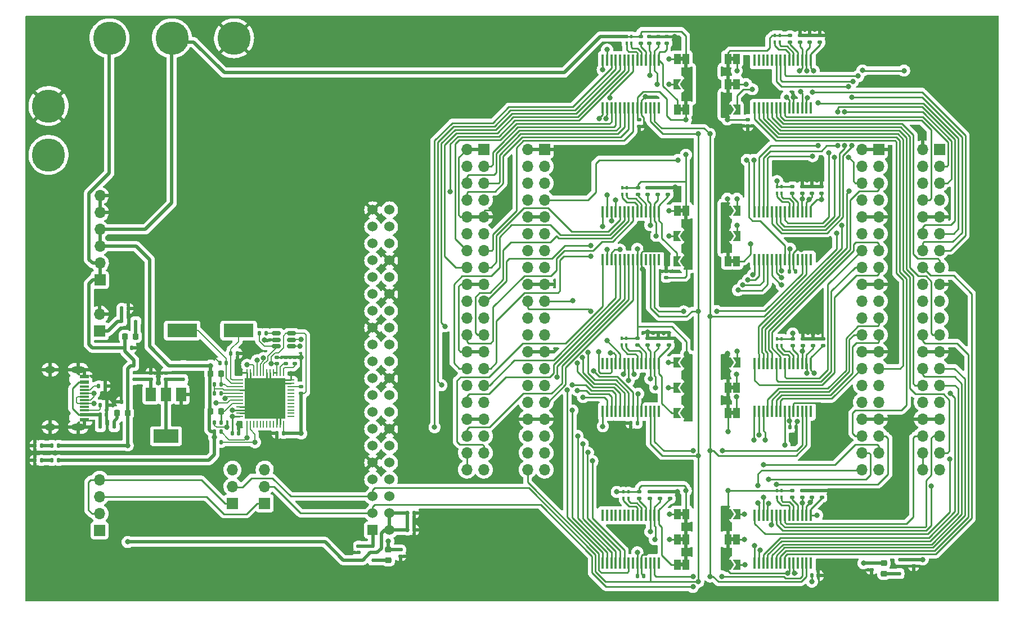
<source format=gtl>
G04 #@! TF.GenerationSoftware,KiCad,Pcbnew,(6.0.7)*
G04 #@! TF.CreationDate,2023-05-24T13:20:34-04:00*
G04 #@! TF.ProjectId,ECELab_v1,4543454c-6162-45f7-9631-2e6b69636164,rev?*
G04 #@! TF.SameCoordinates,Original*
G04 #@! TF.FileFunction,Copper,L1,Top*
G04 #@! TF.FilePolarity,Positive*
%FSLAX46Y46*%
G04 Gerber Fmt 4.6, Leading zero omitted, Abs format (unit mm)*
G04 Created by KiCad (PCBNEW (6.0.7)) date 2023-05-24 13:20:34*
%MOMM*%
%LPD*%
G01*
G04 APERTURE LIST*
G04 Aperture macros list*
%AMRoundRect*
0 Rectangle with rounded corners*
0 $1 Rounding radius*
0 $2 $3 $4 $5 $6 $7 $8 $9 X,Y pos of 4 corners*
0 Add a 4 corners polygon primitive as box body*
4,1,4,$2,$3,$4,$5,$6,$7,$8,$9,$2,$3,0*
0 Add four circle primitives for the rounded corners*
1,1,$1+$1,$2,$3*
1,1,$1+$1,$4,$5*
1,1,$1+$1,$6,$7*
1,1,$1+$1,$8,$9*
0 Add four rect primitives between the rounded corners*
20,1,$1+$1,$2,$3,$4,$5,0*
20,1,$1+$1,$4,$5,$6,$7,0*
20,1,$1+$1,$6,$7,$8,$9,0*
20,1,$1+$1,$8,$9,$2,$3,0*%
%AMFreePoly0*
4,1,6,1.000000,0.000000,0.500000,-0.750000,-0.500000,-0.750000,-0.500000,0.750000,0.500000,0.750000,1.000000,0.000000,1.000000,0.000000,$1*%
%AMFreePoly1*
4,1,6,0.500000,-0.750000,-0.650000,-0.750000,-0.150000,0.000000,-0.650000,0.750000,0.500000,0.750000,0.500000,-0.750000,0.500000,-0.750000,$1*%
G04 Aperture macros list end*
G04 #@! TA.AperFunction,SMDPad,CuDef*
%ADD10R,1.000000X1.500000*%
G04 #@! TD*
G04 #@! TA.AperFunction,ComponentPad*
%ADD11C,5.000000*%
G04 #@! TD*
G04 #@! TA.AperFunction,SMDPad,CuDef*
%ADD12RoundRect,0.140000X-0.170000X0.140000X-0.170000X-0.140000X0.170000X-0.140000X0.170000X0.140000X0*%
G04 #@! TD*
G04 #@! TA.AperFunction,SMDPad,CuDef*
%ADD13RoundRect,0.140000X0.170000X-0.140000X0.170000X0.140000X-0.170000X0.140000X-0.170000X-0.140000X0*%
G04 #@! TD*
G04 #@! TA.AperFunction,SMDPad,CuDef*
%ADD14R,0.600000X0.450000*%
G04 #@! TD*
G04 #@! TA.AperFunction,SMDPad,CuDef*
%ADD15RoundRect,0.135000X0.185000X-0.135000X0.185000X0.135000X-0.185000X0.135000X-0.185000X-0.135000X0*%
G04 #@! TD*
G04 #@! TA.AperFunction,SMDPad,CuDef*
%ADD16RoundRect,0.140000X-0.140000X-0.170000X0.140000X-0.170000X0.140000X0.170000X-0.140000X0.170000X0*%
G04 #@! TD*
G04 #@! TA.AperFunction,SMDPad,CuDef*
%ADD17R,0.400000X0.500000*%
G04 #@! TD*
G04 #@! TA.AperFunction,SMDPad,CuDef*
%ADD18RoundRect,0.140000X0.140000X0.170000X-0.140000X0.170000X-0.140000X-0.170000X0.140000X-0.170000X0*%
G04 #@! TD*
G04 #@! TA.AperFunction,SMDPad,CuDef*
%ADD19RoundRect,0.135000X-0.135000X-0.185000X0.135000X-0.185000X0.135000X0.185000X-0.135000X0.185000X0*%
G04 #@! TD*
G04 #@! TA.AperFunction,SMDPad,CuDef*
%ADD20RoundRect,0.218750X0.256250X-0.218750X0.256250X0.218750X-0.256250X0.218750X-0.256250X-0.218750X0*%
G04 #@! TD*
G04 #@! TA.AperFunction,SMDPad,CuDef*
%ADD21R,0.450000X1.750000*%
G04 #@! TD*
G04 #@! TA.AperFunction,SMDPad,CuDef*
%ADD22FreePoly0,0.000000*%
G04 #@! TD*
G04 #@! TA.AperFunction,SMDPad,CuDef*
%ADD23FreePoly1,0.000000*%
G04 #@! TD*
G04 #@! TA.AperFunction,ComponentPad*
%ADD24R,1.700000X1.700000*%
G04 #@! TD*
G04 #@! TA.AperFunction,ComponentPad*
%ADD25O,1.700000X1.700000*%
G04 #@! TD*
G04 #@! TA.AperFunction,SMDPad,CuDef*
%ADD26RoundRect,0.135000X0.135000X0.185000X-0.135000X0.185000X-0.135000X-0.185000X0.135000X-0.185000X0*%
G04 #@! TD*
G04 #@! TA.AperFunction,SMDPad,CuDef*
%ADD27RoundRect,0.218750X-0.218750X-0.256250X0.218750X-0.256250X0.218750X0.256250X-0.218750X0.256250X0*%
G04 #@! TD*
G04 #@! TA.AperFunction,SMDPad,CuDef*
%ADD28RoundRect,0.135000X-0.185000X0.135000X-0.185000X-0.135000X0.185000X-0.135000X0.185000X0.135000X0*%
G04 #@! TD*
G04 #@! TA.AperFunction,SMDPad,CuDef*
%ADD29FreePoly0,180.000000*%
G04 #@! TD*
G04 #@! TA.AperFunction,SMDPad,CuDef*
%ADD30FreePoly1,180.000000*%
G04 #@! TD*
G04 #@! TA.AperFunction,ComponentPad*
%ADD31R,1.524000X1.524000*%
G04 #@! TD*
G04 #@! TA.AperFunction,ComponentPad*
%ADD32C,1.524000*%
G04 #@! TD*
G04 #@! TA.AperFunction,SMDPad,CuDef*
%ADD33RoundRect,0.147500X-0.147500X-0.172500X0.147500X-0.172500X0.147500X0.172500X-0.147500X0.172500X0*%
G04 #@! TD*
G04 #@! TA.AperFunction,SMDPad,CuDef*
%ADD34R,1.500000X2.000000*%
G04 #@! TD*
G04 #@! TA.AperFunction,SMDPad,CuDef*
%ADD35R,3.800000X2.000000*%
G04 #@! TD*
G04 #@! TA.AperFunction,SMDPad,CuDef*
%ADD36R,1.450000X0.600000*%
G04 #@! TD*
G04 #@! TA.AperFunction,SMDPad,CuDef*
%ADD37R,1.450000X0.300000*%
G04 #@! TD*
G04 #@! TA.AperFunction,ComponentPad*
%ADD38O,1.600000X1.000000*%
G04 #@! TD*
G04 #@! TA.AperFunction,ComponentPad*
%ADD39O,2.100000X1.000000*%
G04 #@! TD*
G04 #@! TA.AperFunction,SMDPad,CuDef*
%ADD40R,0.450000X0.600000*%
G04 #@! TD*
G04 #@! TA.AperFunction,SMDPad,CuDef*
%ADD41RoundRect,0.062500X-0.412500X-0.062500X0.412500X-0.062500X0.412500X0.062500X-0.412500X0.062500X0*%
G04 #@! TD*
G04 #@! TA.AperFunction,SMDPad,CuDef*
%ADD42RoundRect,0.062500X-0.062500X-0.412500X0.062500X-0.412500X0.062500X0.412500X-0.062500X0.412500X0*%
G04 #@! TD*
G04 #@! TA.AperFunction,SMDPad,CuDef*
%ADD43R,6.200000X6.200000*%
G04 #@! TD*
G04 #@! TA.AperFunction,SMDPad,CuDef*
%ADD44R,4.500000X2.000000*%
G04 #@! TD*
G04 #@! TA.AperFunction,SMDPad,CuDef*
%ADD45RoundRect,0.150000X-0.512500X-0.150000X0.512500X-0.150000X0.512500X0.150000X-0.512500X0.150000X0*%
G04 #@! TD*
G04 #@! TA.AperFunction,SMDPad,CuDef*
%ADD46RoundRect,0.218750X0.218750X0.256250X-0.218750X0.256250X-0.218750X-0.256250X0.218750X-0.256250X0*%
G04 #@! TD*
G04 #@! TA.AperFunction,ViaPad*
%ADD47C,0.800000*%
G04 #@! TD*
G04 #@! TA.AperFunction,Conductor*
%ADD48C,0.254000*%
G04 #@! TD*
G04 #@! TA.AperFunction,Conductor*
%ADD49C,0.508000*%
G04 #@! TD*
G04 #@! TA.AperFunction,Conductor*
%ADD50C,0.250000*%
G04 #@! TD*
G04 #@! TA.AperFunction,Conductor*
%ADD51C,0.190500*%
G04 #@! TD*
G04 #@! TA.AperFunction,Conductor*
%ADD52C,0.200000*%
G04 #@! TD*
G04 APERTURE END LIST*
G36*
X203450000Y-77770000D02*
G01*
X202950000Y-77770000D01*
X202950000Y-77170000D01*
X203450000Y-77170000D01*
X203450000Y-77770000D01*
G37*
G36*
X203450000Y-93010000D02*
G01*
X202950000Y-93010000D01*
X202950000Y-92410000D01*
X203450000Y-92410000D01*
X203450000Y-93010000D01*
G37*
G36*
X211070000Y-123490000D02*
G01*
X210570000Y-123490000D01*
X210570000Y-122890000D01*
X211070000Y-122890000D01*
X211070000Y-123490000D01*
G37*
G36*
X211070000Y-119680000D02*
G01*
X210570000Y-119680000D01*
X210570000Y-119080000D01*
X211070000Y-119080000D01*
X211070000Y-119680000D01*
G37*
G36*
X211070000Y-70150000D02*
G01*
X210570000Y-70150000D01*
X210570000Y-69550000D01*
X211070000Y-69550000D01*
X211070000Y-70150000D01*
G37*
G36*
X211070000Y-73960000D02*
G01*
X210570000Y-73960000D01*
X210570000Y-73360000D01*
X211070000Y-73360000D01*
X211070000Y-73960000D01*
G37*
G36*
X211070000Y-142540000D02*
G01*
X210570000Y-142540000D01*
X210570000Y-141940000D01*
X211070000Y-141940000D01*
X211070000Y-142540000D01*
G37*
G36*
X203450000Y-138730000D02*
G01*
X202950000Y-138730000D01*
X202950000Y-138130000D01*
X203450000Y-138130000D01*
X203450000Y-138730000D01*
G37*
G36*
X203450000Y-70150000D02*
G01*
X202950000Y-70150000D01*
X202950000Y-69550000D01*
X203450000Y-69550000D01*
X203450000Y-70150000D01*
G37*
G36*
X211070000Y-100630000D02*
G01*
X210570000Y-100630000D01*
X210570000Y-100030000D01*
X211070000Y-100030000D01*
X211070000Y-100630000D01*
G37*
G36*
X203450000Y-146350000D02*
G01*
X202950000Y-146350000D01*
X202950000Y-145750000D01*
X203450000Y-145750000D01*
X203450000Y-146350000D01*
G37*
G36*
X203450000Y-142540000D02*
G01*
X202950000Y-142540000D01*
X202950000Y-141940000D01*
X203450000Y-141940000D01*
X203450000Y-142540000D01*
G37*
D10*
X203850000Y-77470000D03*
X202550000Y-77470000D03*
D11*
X107950000Y-84328000D03*
D12*
X143637000Y-114810600D03*
X143637000Y-115770600D03*
D13*
X125628400Y-118158200D03*
X125628400Y-117198200D03*
D12*
X154609800Y-143258700D03*
X154609800Y-144218700D03*
D14*
X121065000Y-109397800D03*
X118965000Y-109397800D03*
D15*
X224000000Y-67360000D03*
X224000000Y-66340000D03*
D16*
X118976200Y-107442000D03*
X119936200Y-107442000D03*
D10*
X203850000Y-92710000D03*
X202550000Y-92710000D03*
D17*
X217531200Y-135932800D03*
X218231200Y-135932800D03*
X218231200Y-134932800D03*
X217531200Y-134932800D03*
D18*
X136344600Y-114274600D03*
X135384600Y-114274600D03*
X119860000Y-121513600D03*
X118900000Y-121513600D03*
D10*
X210170000Y-123190000D03*
X211470000Y-123190000D03*
D19*
X132916200Y-126034800D03*
X133936200Y-126034800D03*
D20*
X233654600Y-147421700D03*
X233654600Y-145846700D03*
D16*
X133733600Y-115646200D03*
X134693600Y-115646200D03*
D21*
X191355000Y-77260000D03*
X192005000Y-77260000D03*
X192655000Y-77260000D03*
X193305000Y-77260000D03*
X193955000Y-77260000D03*
X194605000Y-77260000D03*
X195255000Y-77260000D03*
X195905000Y-77260000D03*
X196555000Y-77260000D03*
X197205000Y-77260000D03*
X197855000Y-77260000D03*
X198505000Y-77260000D03*
X199155000Y-77260000D03*
X199805000Y-77260000D03*
X199805000Y-70060000D03*
X199155000Y-70060000D03*
X198505000Y-70060000D03*
X197855000Y-70060000D03*
X197205000Y-70060000D03*
X196555000Y-70060000D03*
X195905000Y-70060000D03*
X195255000Y-70060000D03*
X194605000Y-70060000D03*
X193955000Y-70060000D03*
X193305000Y-70060000D03*
X192655000Y-70060000D03*
X192005000Y-70060000D03*
X191355000Y-70060000D03*
D15*
X221462600Y-113032000D03*
X221462600Y-112012000D03*
X199923400Y-136120600D03*
X199923400Y-135100600D03*
D22*
X210095000Y-115570000D03*
D23*
X211545000Y-115570000D03*
D24*
X140475000Y-136815000D03*
D25*
X140475000Y-134275000D03*
X140475000Y-131735000D03*
D10*
X210170000Y-119380000D03*
X211470000Y-119380000D03*
D24*
X242037000Y-83477000D03*
D25*
X239497000Y-83477000D03*
X242037000Y-86017000D03*
X239497000Y-86017000D03*
X242037000Y-88557000D03*
X239497000Y-88557000D03*
X242037000Y-91097000D03*
X239497000Y-91097000D03*
X242037000Y-93637000D03*
X239497000Y-93637000D03*
X242037000Y-96177000D03*
X239497000Y-96177000D03*
X242037000Y-98717000D03*
X239497000Y-98717000D03*
X242037000Y-101257000D03*
X239497000Y-101257000D03*
X242037000Y-103797000D03*
X239497000Y-103797000D03*
X242037000Y-106337000D03*
X239497000Y-106337000D03*
X242037000Y-108877000D03*
X239497000Y-108877000D03*
X242037000Y-111417000D03*
X239497000Y-111417000D03*
X242037000Y-113957000D03*
X239497000Y-113957000D03*
X242037000Y-116497000D03*
X239497000Y-116497000D03*
X242037000Y-119037000D03*
X239497000Y-119037000D03*
X242037000Y-121577000D03*
X239497000Y-121577000D03*
X242037000Y-124117000D03*
X239497000Y-124117000D03*
X242037000Y-126657000D03*
X239497000Y-126657000D03*
X242037000Y-129197000D03*
X239497000Y-129197000D03*
X242037000Y-131737000D03*
X239497000Y-131737000D03*
D24*
X232893000Y-83477000D03*
D25*
X230353000Y-83477000D03*
X232893000Y-86017000D03*
X230353000Y-86017000D03*
X232893000Y-88557000D03*
X230353000Y-88557000D03*
X232893000Y-91097000D03*
X230353000Y-91097000D03*
X232893000Y-93637000D03*
X230353000Y-93637000D03*
X232893000Y-96177000D03*
X230353000Y-96177000D03*
X232893000Y-98717000D03*
X230353000Y-98717000D03*
X232893000Y-101257000D03*
X230353000Y-101257000D03*
X232893000Y-103797000D03*
X230353000Y-103797000D03*
X232893000Y-106337000D03*
X230353000Y-106337000D03*
X232893000Y-108877000D03*
X230353000Y-108877000D03*
X232893000Y-111417000D03*
X230353000Y-111417000D03*
X232893000Y-113957000D03*
X230353000Y-113957000D03*
X232893000Y-116497000D03*
X230353000Y-116497000D03*
X232893000Y-119037000D03*
X230353000Y-119037000D03*
X232893000Y-121577000D03*
X230353000Y-121577000D03*
X232893000Y-124117000D03*
X230353000Y-124117000D03*
X232893000Y-126657000D03*
X230353000Y-126657000D03*
X232893000Y-129197000D03*
X230353000Y-129197000D03*
X232893000Y-131737000D03*
X230353000Y-131737000D03*
D24*
X182601000Y-83477000D03*
D25*
X180061000Y-83477000D03*
X182601000Y-86017000D03*
X180061000Y-86017000D03*
X182601000Y-88557000D03*
X180061000Y-88557000D03*
X182601000Y-91097000D03*
X180061000Y-91097000D03*
X182601000Y-93637000D03*
X180061000Y-93637000D03*
X182601000Y-96177000D03*
X180061000Y-96177000D03*
X182601000Y-98717000D03*
X180061000Y-98717000D03*
X182601000Y-101257000D03*
X180061000Y-101257000D03*
X182601000Y-103797000D03*
X180061000Y-103797000D03*
X182601000Y-106337000D03*
X180061000Y-106337000D03*
X182601000Y-108877000D03*
X180061000Y-108877000D03*
X182601000Y-111417000D03*
X180061000Y-111417000D03*
X182601000Y-113957000D03*
X180061000Y-113957000D03*
X182601000Y-116497000D03*
X180061000Y-116497000D03*
X182601000Y-119037000D03*
X180061000Y-119037000D03*
X182601000Y-121577000D03*
X180061000Y-121577000D03*
X182601000Y-124117000D03*
X180061000Y-124117000D03*
X182601000Y-126657000D03*
X180061000Y-126657000D03*
X182601000Y-129197000D03*
X180061000Y-129197000D03*
X182601000Y-131737000D03*
X180061000Y-131737000D03*
D24*
X173457000Y-83477000D03*
D25*
X170917000Y-83477000D03*
X173457000Y-86017000D03*
X170917000Y-86017000D03*
X173457000Y-88557000D03*
X170917000Y-88557000D03*
X173457000Y-91097000D03*
X170917000Y-91097000D03*
X173457000Y-93637000D03*
X170917000Y-93637000D03*
X173457000Y-96177000D03*
X170917000Y-96177000D03*
X173457000Y-98717000D03*
X170917000Y-98717000D03*
X173457000Y-101257000D03*
X170917000Y-101257000D03*
X173457000Y-103797000D03*
X170917000Y-103797000D03*
X173457000Y-106337000D03*
X170917000Y-106337000D03*
X173457000Y-108877000D03*
X170917000Y-108877000D03*
X173457000Y-111417000D03*
X170917000Y-111417000D03*
X173457000Y-113957000D03*
X170917000Y-113957000D03*
X173457000Y-116497000D03*
X170917000Y-116497000D03*
X173457000Y-119037000D03*
X170917000Y-119037000D03*
X173457000Y-121577000D03*
X170917000Y-121577000D03*
X173457000Y-124117000D03*
X170917000Y-124117000D03*
X173457000Y-126657000D03*
X170917000Y-126657000D03*
X173457000Y-129197000D03*
X170917000Y-129197000D03*
X173457000Y-131737000D03*
X170917000Y-131737000D03*
D11*
X135864600Y-66751200D03*
D10*
X210170000Y-69850000D03*
X211470000Y-69850000D03*
D26*
X116715000Y-122021600D03*
X115695000Y-122021600D03*
D17*
X194925000Y-67475000D03*
X195625000Y-67475000D03*
X195625000Y-66475000D03*
X194925000Y-66475000D03*
D27*
X118287700Y-123215400D03*
X119862700Y-123215400D03*
D21*
X191355000Y-122980000D03*
X192005000Y-122980000D03*
X192655000Y-122980000D03*
X193305000Y-122980000D03*
X193955000Y-122980000D03*
X194605000Y-122980000D03*
X195255000Y-122980000D03*
X195905000Y-122980000D03*
X196555000Y-122980000D03*
X197205000Y-122980000D03*
X197855000Y-122980000D03*
X198505000Y-122980000D03*
X199155000Y-122980000D03*
X199805000Y-122980000D03*
X199805000Y-115780000D03*
X199155000Y-115780000D03*
X198505000Y-115780000D03*
X197855000Y-115780000D03*
X197205000Y-115780000D03*
X196555000Y-115780000D03*
X195905000Y-115780000D03*
X195255000Y-115780000D03*
X194605000Y-115780000D03*
X193955000Y-115780000D03*
X193305000Y-115780000D03*
X192655000Y-115780000D03*
X192005000Y-115780000D03*
X191355000Y-115780000D03*
D15*
X221361000Y-135942800D03*
X221361000Y-134922800D03*
X222961200Y-113032000D03*
X222961200Y-112012000D03*
D24*
X115671600Y-110891400D03*
D25*
X115671600Y-108351400D03*
D22*
X210095000Y-92710000D03*
D23*
X211545000Y-92710000D03*
D28*
X196550800Y-111978600D03*
X196550800Y-112998600D03*
D22*
X210095000Y-96520000D03*
D23*
X211545000Y-96520000D03*
D18*
X133908200Y-124637800D03*
X132948200Y-124637800D03*
D16*
X135620000Y-126250000D03*
X136580000Y-126250000D03*
D15*
X198125600Y-112998600D03*
X198125600Y-111978600D03*
D10*
X210170000Y-73660000D03*
X211470000Y-73660000D03*
D29*
X203925000Y-115570000D03*
D30*
X202475000Y-115570000D03*
D21*
X214215000Y-145840000D03*
X214865000Y-145840000D03*
X215515000Y-145840000D03*
X216165000Y-145840000D03*
X216815000Y-145840000D03*
X217465000Y-145840000D03*
X218115000Y-145840000D03*
X218765000Y-145840000D03*
X219415000Y-145840000D03*
X220065000Y-145840000D03*
X220715000Y-145840000D03*
X221365000Y-145840000D03*
X222015000Y-145840000D03*
X222665000Y-145840000D03*
X222665000Y-138640000D03*
X222015000Y-138640000D03*
X221365000Y-138640000D03*
X220715000Y-138640000D03*
X220065000Y-138640000D03*
X219415000Y-138640000D03*
X218765000Y-138640000D03*
X218115000Y-138640000D03*
X217465000Y-138640000D03*
X216815000Y-138640000D03*
X216165000Y-138640000D03*
X215515000Y-138640000D03*
X214865000Y-138640000D03*
X214215000Y-138640000D03*
D17*
X217582000Y-113022000D03*
X218282000Y-113022000D03*
X218282000Y-112022000D03*
X217582000Y-112022000D03*
D15*
X201472800Y-136120600D03*
X201472800Y-135100600D03*
D11*
X117119400Y-66751200D03*
D28*
X219938600Y-112012000D03*
X219938600Y-113032000D03*
D10*
X210170000Y-142240000D03*
X211470000Y-142240000D03*
D16*
X161978400Y-138303000D03*
X162938400Y-138303000D03*
D17*
X217275000Y-67350000D03*
X217975000Y-67350000D03*
X217975000Y-66350000D03*
X217275000Y-66350000D03*
D31*
X156732400Y-140860800D03*
D32*
X159272400Y-140860800D03*
X156732400Y-138320800D03*
X159272400Y-138320800D03*
X156732400Y-135780800D03*
X159272400Y-135780800D03*
X156732400Y-133240800D03*
X159272400Y-133240800D03*
X156732400Y-130700800D03*
X159272400Y-130700800D03*
X156732400Y-128160800D03*
X159272400Y-128160800D03*
X156732400Y-125620800D03*
X159272400Y-125620800D03*
X156732400Y-123080800D03*
X159272400Y-123080800D03*
X156732400Y-120540800D03*
X159272400Y-120540800D03*
X156732400Y-118000800D03*
X159272400Y-118000800D03*
X156732400Y-115460800D03*
X159272400Y-115460800D03*
X156732400Y-112920800D03*
X159272400Y-112920800D03*
X156732400Y-110380800D03*
X159272400Y-110380800D03*
X156732400Y-107840800D03*
X159272400Y-107840800D03*
X156732400Y-105300800D03*
X159272400Y-105300800D03*
X156732400Y-102760800D03*
X159272400Y-102760800D03*
X156732400Y-100220800D03*
X159272400Y-100220800D03*
X156732400Y-97680800D03*
X159272400Y-97680800D03*
X156732400Y-95140800D03*
X159272400Y-95140800D03*
X156732400Y-92600800D03*
X159272400Y-92600800D03*
D33*
X105913200Y-128092200D03*
X106883200Y-128092200D03*
D34*
X127928400Y-120421000D03*
X125628400Y-120421000D03*
D35*
X125628400Y-126721000D03*
D34*
X123328400Y-120421000D03*
D15*
X198350000Y-67485000D03*
X198350000Y-66465000D03*
D10*
X203850000Y-138430000D03*
X202550000Y-138430000D03*
D27*
X132335900Y-117322600D03*
X133910900Y-117322600D03*
D12*
X200925000Y-101845000D03*
X200925000Y-102805000D03*
D14*
X117839200Y-125349000D03*
X115739200Y-125349000D03*
D16*
X119458800Y-113360200D03*
X120418800Y-113360200D03*
D28*
X219550000Y-66340000D03*
X219550000Y-67360000D03*
X145973800Y-119251000D03*
X145973800Y-120271000D03*
D12*
X231800400Y-145849400D03*
X231800400Y-146809400D03*
D22*
X210095000Y-77470000D03*
D23*
X211545000Y-77470000D03*
D19*
X132890800Y-127609600D03*
X133910800Y-127609600D03*
D18*
X197505000Y-147775000D03*
X196545000Y-147775000D03*
D36*
X113314600Y-117755600D03*
X113314600Y-118555600D03*
D37*
X113314600Y-119755600D03*
X113314600Y-120755600D03*
X113314600Y-121255600D03*
X113314600Y-122255600D03*
D36*
X113314600Y-123455600D03*
X113314600Y-124255600D03*
X113314600Y-124255600D03*
X113314600Y-123455600D03*
D37*
X113314600Y-122755600D03*
X113314600Y-121755600D03*
X113314600Y-120255600D03*
X113314600Y-119255600D03*
D36*
X113314600Y-118555600D03*
X113314600Y-117755600D03*
D38*
X108219600Y-125325600D03*
X108219600Y-116685600D03*
D39*
X112399600Y-116685600D03*
X112399600Y-125325600D03*
D15*
X201300600Y-112998600D03*
X201300600Y-111978600D03*
D10*
X203850000Y-69850000D03*
X202550000Y-69850000D03*
D21*
X214215000Y-100120000D03*
X214865000Y-100120000D03*
X215515000Y-100120000D03*
X216165000Y-100120000D03*
X216815000Y-100120000D03*
X217465000Y-100120000D03*
X218115000Y-100120000D03*
X218765000Y-100120000D03*
X219415000Y-100120000D03*
X220065000Y-100120000D03*
X220715000Y-100120000D03*
X221365000Y-100120000D03*
X222015000Y-100120000D03*
X222665000Y-100120000D03*
X222665000Y-92920000D03*
X222015000Y-92920000D03*
X221365000Y-92920000D03*
X220715000Y-92920000D03*
X220065000Y-92920000D03*
X219415000Y-92920000D03*
X218765000Y-92920000D03*
X218115000Y-92920000D03*
X217465000Y-92920000D03*
X216815000Y-92920000D03*
X216165000Y-92920000D03*
X215515000Y-92920000D03*
X214865000Y-92920000D03*
X214215000Y-92920000D03*
D40*
X156750800Y-145377000D03*
X156750800Y-143277000D03*
D16*
X161978400Y-140843000D03*
X162938400Y-140843000D03*
D41*
X136688600Y-118255600D03*
X136688600Y-118755600D03*
X136688600Y-119255600D03*
X136688600Y-119755600D03*
X136688600Y-120255600D03*
X136688600Y-120755600D03*
X136688600Y-121255600D03*
X136688600Y-121755600D03*
X136688600Y-122255600D03*
X136688600Y-122755600D03*
X136688600Y-123255600D03*
X136688600Y-123755600D03*
D42*
X137813600Y-124880600D03*
X138313600Y-124880600D03*
X138813600Y-124880600D03*
X139313600Y-124880600D03*
X139813600Y-124880600D03*
X140313600Y-124880600D03*
X140813600Y-124880600D03*
X141313600Y-124880600D03*
X141813600Y-124880600D03*
X142313600Y-124880600D03*
X142813600Y-124880600D03*
X143313600Y-124880600D03*
D41*
X144438600Y-123755600D03*
X144438600Y-123255600D03*
X144438600Y-122755600D03*
X144438600Y-122255600D03*
X144438600Y-121755600D03*
X144438600Y-121255600D03*
X144438600Y-120755600D03*
X144438600Y-120255600D03*
X144438600Y-119755600D03*
X144438600Y-119255600D03*
X144438600Y-118755600D03*
X144438600Y-118255600D03*
D42*
X143313600Y-117130600D03*
X142813600Y-117130600D03*
X142313600Y-117130600D03*
X141813600Y-117130600D03*
X141313600Y-117130600D03*
X140813600Y-117130600D03*
X140313600Y-117130600D03*
X139813600Y-117130600D03*
X139313600Y-117130600D03*
X138813600Y-117130600D03*
X138313600Y-117130600D03*
X137813600Y-117130600D03*
D43*
X140563600Y-121005600D03*
D18*
X133908200Y-118897400D03*
X132948200Y-118897400D03*
D21*
X191355000Y-145840000D03*
X192005000Y-145840000D03*
X192655000Y-145840000D03*
X193305000Y-145840000D03*
X193955000Y-145840000D03*
X194605000Y-145840000D03*
X195255000Y-145840000D03*
X195905000Y-145840000D03*
X196555000Y-145840000D03*
X197205000Y-145840000D03*
X197855000Y-145840000D03*
X198505000Y-145840000D03*
X199155000Y-145840000D03*
X199805000Y-145840000D03*
X199805000Y-138640000D03*
X199155000Y-138640000D03*
X198505000Y-138640000D03*
X197855000Y-138640000D03*
X197205000Y-138640000D03*
X196555000Y-138640000D03*
X195905000Y-138640000D03*
X195255000Y-138640000D03*
X194605000Y-138640000D03*
X193955000Y-138640000D03*
X193305000Y-138640000D03*
X192655000Y-138640000D03*
X192005000Y-138640000D03*
X191355000Y-138640000D03*
D44*
X136550000Y-110800000D03*
X128050000Y-110800000D03*
D22*
X210095000Y-146050000D03*
D23*
X211545000Y-146050000D03*
D22*
X210095000Y-138430000D03*
D23*
X211545000Y-138430000D03*
D11*
X126517400Y-66751200D03*
D13*
X142316200Y-115770600D03*
X142316200Y-114810600D03*
D15*
X224307400Y-135942800D03*
X224307400Y-134922800D03*
X222808800Y-135942800D03*
X222808800Y-134922800D03*
D24*
X115627000Y-140909200D03*
D25*
X115627000Y-138369200D03*
X115627000Y-135829200D03*
X115627000Y-133289200D03*
D15*
X199650000Y-90260000D03*
X199650000Y-89240000D03*
D13*
X213200000Y-79955000D03*
X213200000Y-78995000D03*
D29*
X203925000Y-119380000D03*
D30*
X202475000Y-119380000D03*
D21*
X191355000Y-100120000D03*
X192005000Y-100120000D03*
X192655000Y-100120000D03*
X193305000Y-100120000D03*
X193955000Y-100120000D03*
X194605000Y-100120000D03*
X195255000Y-100120000D03*
X195905000Y-100120000D03*
X196555000Y-100120000D03*
X197205000Y-100120000D03*
X197855000Y-100120000D03*
X198505000Y-100120000D03*
X199155000Y-100120000D03*
X199805000Y-100120000D03*
X199805000Y-92920000D03*
X199155000Y-92920000D03*
X198505000Y-92920000D03*
X197855000Y-92920000D03*
X197205000Y-92920000D03*
X196555000Y-92920000D03*
X195905000Y-92920000D03*
X195255000Y-92920000D03*
X194605000Y-92920000D03*
X193955000Y-92920000D03*
X193305000Y-92920000D03*
X192655000Y-92920000D03*
X192005000Y-92920000D03*
X191355000Y-92920000D03*
D40*
X128219200Y-116069400D03*
X128219200Y-118169400D03*
D13*
X123342400Y-118158200D03*
X123342400Y-117198200D03*
D18*
X143304200Y-126288800D03*
X142344200Y-126288800D03*
D29*
X203925000Y-123190000D03*
D30*
X202475000Y-123190000D03*
D15*
X198399400Y-136120600D03*
X198399400Y-135100600D03*
D45*
X142212500Y-111225000D03*
X142212500Y-112175000D03*
X142212500Y-113125000D03*
X144487500Y-113125000D03*
X144487500Y-112175000D03*
X144487500Y-111225000D03*
D21*
X214215000Y-122980000D03*
X214865000Y-122980000D03*
X215515000Y-122980000D03*
X216165000Y-122980000D03*
X216815000Y-122980000D03*
X217465000Y-122980000D03*
X218115000Y-122980000D03*
X218765000Y-122980000D03*
X219415000Y-122980000D03*
X220065000Y-122980000D03*
X220715000Y-122980000D03*
X221365000Y-122980000D03*
X222015000Y-122980000D03*
X222665000Y-122980000D03*
X222665000Y-115780000D03*
X222015000Y-115780000D03*
X221365000Y-115780000D03*
X220715000Y-115780000D03*
X220065000Y-115780000D03*
X219415000Y-115780000D03*
X218765000Y-115780000D03*
X218115000Y-115780000D03*
X217465000Y-115780000D03*
X216815000Y-115780000D03*
X216165000Y-115780000D03*
X215515000Y-115780000D03*
X214865000Y-115780000D03*
X214215000Y-115780000D03*
D12*
X144983200Y-114810600D03*
X144983200Y-115770600D03*
X238125000Y-145290600D03*
X238125000Y-146250600D03*
D15*
X201175000Y-90260000D03*
X201175000Y-89240000D03*
D46*
X121056500Y-111683800D03*
X119481500Y-111683800D03*
D15*
X221025000Y-67360000D03*
X221025000Y-66340000D03*
D18*
X220380000Y-101850000D03*
X219420000Y-101850000D03*
D16*
X115725000Y-123444000D03*
X116685000Y-123444000D03*
D20*
X159080200Y-145389800D03*
X159080200Y-143814800D03*
D27*
X132333900Y-122961400D03*
X133908900Y-122961400D03*
D26*
X133938200Y-120243600D03*
X132918200Y-120243600D03*
D15*
X221350000Y-90110000D03*
X221350000Y-89090000D03*
X198100000Y-90260000D03*
X198100000Y-89240000D03*
X224300000Y-90110000D03*
X224300000Y-89090000D03*
D17*
X194168800Y-112988600D03*
X194868800Y-112988600D03*
X194868800Y-111988600D03*
X194168800Y-111988600D03*
D26*
X109466500Y-130352800D03*
X108446500Y-130352800D03*
D18*
X223780000Y-147725000D03*
X222820000Y-147725000D03*
D10*
X210170000Y-100330000D03*
X211470000Y-100330000D03*
D16*
X195595000Y-124775000D03*
X196555000Y-124775000D03*
D24*
X135636000Y-136840000D03*
D25*
X135636000Y-134300000D03*
X135636000Y-131760000D03*
D26*
X109476000Y-128092200D03*
X108456000Y-128092200D03*
D29*
X203925000Y-73660000D03*
D30*
X202475000Y-73660000D03*
D24*
X115677800Y-103174800D03*
D25*
X115677800Y-100634800D03*
X115677800Y-98094800D03*
X115677800Y-95554800D03*
X115677800Y-93014800D03*
X115677800Y-90474800D03*
D15*
X200975000Y-67485000D03*
X200975000Y-66465000D03*
D40*
X236016800Y-147404800D03*
X236016800Y-145304800D03*
D28*
X219862400Y-134922800D03*
X219862400Y-135942800D03*
D17*
X194300000Y-90250000D03*
X195000000Y-90250000D03*
X195000000Y-89250000D03*
X194300000Y-89250000D03*
D40*
X120827800Y-118169400D03*
X120827800Y-116069400D03*
D28*
X197050000Y-66465000D03*
X197050000Y-67485000D03*
D15*
X199675000Y-67485000D03*
X199675000Y-66465000D03*
D17*
X194493400Y-136110600D03*
X195193400Y-136110600D03*
X195193400Y-135110600D03*
X194493400Y-135110600D03*
D28*
X196625000Y-89240000D03*
X196625000Y-90260000D03*
D15*
X222500000Y-67360000D03*
X222500000Y-66340000D03*
D28*
X196850000Y-135100600D03*
X196850000Y-136120600D03*
D13*
X196825000Y-80005000D03*
X196825000Y-79045000D03*
D29*
X203925000Y-100330000D03*
D30*
X202475000Y-100330000D03*
D10*
X203850000Y-146050000D03*
X202550000Y-146050000D03*
D15*
X224485200Y-113032000D03*
X224485200Y-112012000D03*
D19*
X115491800Y-119151400D03*
X116511800Y-119151400D03*
D15*
X222825000Y-90110000D03*
X222825000Y-89090000D03*
D26*
X140660000Y-111225000D03*
X139640000Y-111225000D03*
D33*
X105906100Y-130352800D03*
X106876100Y-130352800D03*
D11*
X107950000Y-76962000D03*
D17*
X217575000Y-90100000D03*
X218275000Y-90100000D03*
X218275000Y-89100000D03*
X217575000Y-89100000D03*
D28*
X219900000Y-89090000D03*
X219900000Y-90110000D03*
D15*
X199700400Y-112998600D03*
X199700400Y-111978600D03*
D10*
X203850000Y-142240000D03*
X202550000Y-142240000D03*
D12*
X160934400Y-143817500D03*
X160934400Y-144777500D03*
D21*
X214215000Y-77260000D03*
X214865000Y-77260000D03*
X215515000Y-77260000D03*
X216165000Y-77260000D03*
X216815000Y-77260000D03*
X217465000Y-77260000D03*
X218115000Y-77260000D03*
X218765000Y-77260000D03*
X219415000Y-77260000D03*
X220065000Y-77260000D03*
X220715000Y-77260000D03*
X221365000Y-77260000D03*
X222015000Y-77260000D03*
X222665000Y-77260000D03*
X222665000Y-70060000D03*
X222015000Y-70060000D03*
X221365000Y-70060000D03*
X220715000Y-70060000D03*
X220065000Y-70060000D03*
X219415000Y-70060000D03*
X218765000Y-70060000D03*
X218115000Y-70060000D03*
X217465000Y-70060000D03*
X216815000Y-70060000D03*
X216165000Y-70060000D03*
X215515000Y-70060000D03*
X214865000Y-70060000D03*
X214215000Y-70060000D03*
D29*
X203925000Y-96520000D03*
D30*
X202475000Y-96520000D03*
D18*
X220480000Y-125375000D03*
X219520000Y-125375000D03*
D47*
X167640000Y-139700000D03*
X193040000Y-150774400D03*
X106680000Y-88900000D03*
X204470000Y-110490000D03*
X248920000Y-124460000D03*
X111760000Y-88900000D03*
X177800000Y-64770000D03*
X134620000Y-144780000D03*
X222961200Y-111226600D03*
X106680000Y-114300000D03*
X187960000Y-64770000D03*
X106680000Y-104140000D03*
X198025000Y-143075000D03*
X248920000Y-109220000D03*
X162560000Y-119380000D03*
X167640000Y-73660000D03*
X182880000Y-69850000D03*
X223520000Y-106680000D03*
X248920000Y-83820000D03*
X233680000Y-137160000D03*
X213360000Y-66040000D03*
X144780000Y-139700000D03*
X208280000Y-150774400D03*
X149860000Y-104140000D03*
X145948400Y-114808000D03*
X111760000Y-138430000D03*
X177800000Y-149860000D03*
X248920000Y-99060000D03*
X149860000Y-132080000D03*
X157480000Y-73660000D03*
X139700000Y-149860000D03*
X139700000Y-93980000D03*
X182880000Y-149860000D03*
X152400000Y-64770000D03*
X207010000Y-72390000D03*
X182880000Y-144780000D03*
X157480000Y-69850000D03*
X176530000Y-132080000D03*
X136600000Y-117125000D03*
X221175000Y-98591498D03*
X236220000Y-127000000D03*
X220230990Y-147314982D03*
X157480000Y-78740000D03*
X162560000Y-99060000D03*
X135635647Y-122757847D03*
X223520000Y-149860000D03*
X208686400Y-89509600D03*
X172720000Y-139700000D03*
X162560000Y-73660000D03*
X149860000Y-124460000D03*
X198120000Y-129540000D03*
X228600000Y-137160000D03*
X106680000Y-93980000D03*
X157480000Y-83820000D03*
X228600000Y-66040000D03*
X111760000Y-104140000D03*
X190500000Y-127000000D03*
X238760000Y-66040000D03*
X119380000Y-83820000D03*
X106680000Y-138430000D03*
X129540000Y-124460000D03*
X137896600Y-114274600D03*
X139700000Y-99060000D03*
X202125000Y-66475000D03*
X129540000Y-119380000D03*
X243840000Y-73660000D03*
X111760000Y-93980000D03*
X193040000Y-83820000D03*
X177800000Y-139700000D03*
X124460000Y-78740000D03*
X162560000Y-88900000D03*
X198120000Y-150774400D03*
X195580000Y-83820000D03*
X248920000Y-73660000D03*
X106680000Y-109220000D03*
X149860000Y-114300000D03*
X233680000Y-149860000D03*
X162560000Y-104140000D03*
X149860000Y-149860000D03*
X233680000Y-66040000D03*
X152400000Y-88900000D03*
X162560000Y-93980000D03*
X114300000Y-144780000D03*
X248920000Y-139700000D03*
X124460000Y-99060000D03*
X142240000Y-69850000D03*
X212950000Y-70100000D03*
X177800000Y-144780000D03*
X200660000Y-83820000D03*
X220600000Y-124454502D03*
X106680000Y-99060000D03*
X134620000Y-149860000D03*
X197333500Y-101577367D03*
X248920000Y-93980000D03*
X248920000Y-114300000D03*
X162560000Y-78740000D03*
X132156200Y-114579400D03*
X172720000Y-64770000D03*
X139700000Y-144780000D03*
X147320000Y-69850000D03*
X119380000Y-73660000D03*
X248920000Y-134620000D03*
X106680000Y-123190000D03*
X224282000Y-88105700D03*
X162560000Y-129540000D03*
X172720000Y-149860000D03*
X149860000Y-119380000D03*
X144780000Y-132080000D03*
X106680000Y-118110000D03*
X149860000Y-93980000D03*
X227330000Y-127000000D03*
X224500000Y-122150000D03*
X182880000Y-73660000D03*
X193040000Y-129540000D03*
X243840000Y-68580000D03*
X187960000Y-150774400D03*
X149860000Y-137160000D03*
X144450000Y-117325000D03*
X234950000Y-114300000D03*
X124460000Y-83820000D03*
X124460000Y-73660000D03*
X134772400Y-125349000D03*
X228600000Y-149860000D03*
X124460000Y-144780000D03*
X129540000Y-104140000D03*
X129540000Y-114300000D03*
X172720000Y-69850000D03*
X140448763Y-112176237D03*
X248920000Y-104140000D03*
X172720000Y-144780000D03*
X197025000Y-118775000D03*
X195580000Y-127000000D03*
X124460000Y-149860000D03*
X134620000Y-104140000D03*
X147320000Y-64770000D03*
X149860000Y-144780000D03*
X153390600Y-144221200D03*
X114300000Y-149860000D03*
X172720000Y-73660000D03*
X248920000Y-129540000D03*
X220068346Y-75663010D03*
X152400000Y-78740000D03*
X129540000Y-99060000D03*
X162560000Y-109220000D03*
X238760000Y-149860000D03*
X177800000Y-69850000D03*
X157480000Y-64770000D03*
X176530000Y-127000000D03*
X162560000Y-124460000D03*
X215950000Y-74325000D03*
X198120000Y-111023400D03*
X144780000Y-104140000D03*
X195725000Y-141475000D03*
X152400000Y-83820000D03*
X157480000Y-88900000D03*
X197725000Y-75549500D03*
X111760000Y-114300000D03*
X106680000Y-133350000D03*
X144780000Y-149860000D03*
X236220000Y-132080000D03*
X248920000Y-88900000D03*
X244440700Y-113995200D03*
X162560000Y-83820000D03*
X248920000Y-78740000D03*
X202565000Y-135102600D03*
X144780000Y-93980000D03*
X142240000Y-64770000D03*
X182880000Y-64770000D03*
X124460000Y-104140000D03*
X144780000Y-99060000D03*
X218440000Y-150774400D03*
X202275000Y-89225000D03*
X152400000Y-73660000D03*
X129540000Y-149860000D03*
X208280000Y-66040000D03*
X177130500Y-92608400D03*
X162560000Y-114300000D03*
X203200000Y-150774400D03*
X177800000Y-73660000D03*
X207010000Y-77470000D03*
X248920000Y-119380000D03*
X136575000Y-124925000D03*
X149860000Y-99060000D03*
X149860000Y-139700000D03*
X193250000Y-140500000D03*
X223520000Y-129540000D03*
X198450000Y-121175000D03*
X152400000Y-69850000D03*
X119380000Y-78740000D03*
X111760000Y-109220000D03*
X119380000Y-144780000D03*
X144780000Y-144780000D03*
X119380000Y-149860000D03*
X106680000Y-144780000D03*
X149860000Y-109220000D03*
X111760000Y-99060000D03*
X129540000Y-144780000D03*
X111760000Y-133350000D03*
X213360000Y-150774400D03*
X134620000Y-99060000D03*
X139700000Y-104140000D03*
X167640000Y-78740000D03*
X119862600Y-128092200D03*
X119862600Y-142646400D03*
X239496600Y-145279100D03*
X203850000Y-134914400D03*
X219545500Y-98475000D03*
X145973800Y-126288800D03*
X196551012Y-98477571D03*
X141416954Y-115765573D03*
X203850000Y-79000000D03*
X217575000Y-88255500D03*
X230606600Y-145846800D03*
X193471800Y-135102600D03*
X137825000Y-115950000D03*
X210108800Y-114249200D03*
X210083400Y-78994000D03*
X218975000Y-75650000D03*
X135636095Y-123757349D03*
X210168062Y-125992100D03*
X210175000Y-75625000D03*
X196555089Y-144203422D03*
X132892800Y-126873000D03*
X203925000Y-98563600D03*
X219938600Y-111226600D03*
X219177808Y-147340933D03*
X210100000Y-90932000D03*
X203860400Y-84309500D03*
X219443000Y-124425590D03*
X196683500Y-120300000D03*
X132334000Y-116078000D03*
X159080200Y-142544800D03*
X210210400Y-134924800D03*
X203925000Y-121125000D03*
X222825000Y-148625000D03*
X210170000Y-98550000D03*
X210170000Y-121625600D03*
X203850000Y-144257000D03*
X203925000Y-114263000D03*
X114757200Y-121742200D03*
X133172200Y-121716800D03*
X134547837Y-121022050D03*
X114782600Y-120218200D03*
X198501000Y-118059200D03*
X201244200Y-115570000D03*
X211550000Y-90925000D03*
X221350000Y-90925000D03*
X221393771Y-136764646D03*
X212699600Y-138430000D03*
X211556600Y-113944400D03*
X221396104Y-113935739D03*
X201218800Y-119380000D03*
X199263000Y-119380000D03*
X211550000Y-94975000D03*
X222416847Y-91081277D03*
X222537717Y-136711117D03*
X212674200Y-142240000D03*
X211455000Y-117398800D03*
X222021400Y-117221000D03*
X213600000Y-97769500D03*
X224300000Y-91050000D03*
X223621600Y-138633200D03*
X212725000Y-146050000D03*
X223139000Y-117221000D03*
X211480400Y-120783502D03*
X198500000Y-94900000D03*
X201275000Y-92725000D03*
X201350000Y-69850000D03*
X198475000Y-72350000D03*
X211525000Y-71650000D03*
X220950000Y-71649612D03*
X201396600Y-138430000D03*
X198501000Y-141097000D03*
X201275000Y-96525000D03*
X199400000Y-96525000D03*
X199550000Y-73650000D03*
X201275000Y-73650000D03*
X222020008Y-71654508D03*
X212925000Y-73650000D03*
X201396600Y-142240000D03*
X199161400Y-142240000D03*
X213850000Y-74430500D03*
X223100000Y-71650000D03*
X137825000Y-126940250D03*
X209296000Y-147853400D03*
X208508600Y-107857300D03*
X205714600Y-107873800D03*
X209389562Y-128854700D03*
X221107000Y-74805500D03*
X205715029Y-148631900D03*
X205689200Y-81178400D03*
X205714600Y-129641600D03*
X139025000Y-127625000D03*
X222143500Y-75692000D03*
X207467200Y-81178400D03*
X204936100Y-128863100D03*
X207492600Y-147853400D03*
X207492600Y-108661200D03*
X207492600Y-128863100D03*
X204927200Y-149410400D03*
X203530200Y-107899200D03*
X204936100Y-147853400D03*
X140261258Y-114934122D03*
X145775000Y-113125000D03*
X139319974Y-115270262D03*
X145939317Y-112139097D03*
X186009969Y-119786400D03*
X186788469Y-122834400D03*
X187566969Y-126669800D03*
X188345469Y-127889000D03*
X189123969Y-129184400D03*
X189794164Y-130454400D03*
X228371400Y-89814400D03*
X227306397Y-94972397D03*
X226527897Y-96164400D03*
X191997569Y-98599328D03*
X193937396Y-98591498D03*
X184457288Y-117788907D03*
X193300000Y-91150000D03*
X189556603Y-97989603D03*
X192656336Y-94292568D03*
X192000000Y-90369500D03*
X191350000Y-95073068D03*
X189541462Y-99555500D03*
X190820997Y-78854500D03*
X191874500Y-78854500D03*
X225327776Y-84059205D03*
X230436165Y-71610262D03*
X236702600Y-71625000D03*
X226186500Y-84669500D03*
X227775000Y-77819500D03*
X227771571Y-82949012D03*
X228825000Y-82936500D03*
X228825000Y-75650000D03*
X222925000Y-74850000D03*
X222925000Y-84511500D03*
X226718143Y-82936500D03*
X226721720Y-77797880D03*
X223763500Y-76525000D03*
X223750000Y-82936500D03*
X214084500Y-85079000D03*
X214213817Y-143207906D03*
X214993500Y-143916400D03*
X243662200Y-120243600D03*
X240792000Y-134188200D03*
X217449400Y-133950700D03*
X216695661Y-140092612D03*
X216297501Y-133172200D03*
X216293500Y-136829800D03*
X215519000Y-131038600D03*
X215519000Y-135940800D03*
X214731600Y-134154300D03*
X214736500Y-136779000D03*
X243535200Y-130175000D03*
X214071200Y-127304800D03*
X214858600Y-126492000D03*
X215798400Y-127304800D03*
X218719400Y-128083300D03*
X188386635Y-120827800D03*
X187553600Y-119791608D03*
X186754908Y-119013108D03*
X187477192Y-115696792D03*
X188315600Y-114858800D03*
X189162700Y-114046000D03*
X189941200Y-116890800D03*
X196033500Y-117374947D03*
X189509330Y-107864964D03*
X186839208Y-106302192D03*
X195254183Y-118334217D03*
X194471300Y-117362742D03*
X191995627Y-112333167D03*
X192506600Y-114147600D03*
X190748128Y-114001072D03*
X213938803Y-102394500D03*
X213192931Y-103169000D03*
X212445025Y-103944000D03*
X211696023Y-104705500D03*
X218267726Y-103937056D03*
X218259294Y-102842400D03*
X218266197Y-101773803D03*
X213030997Y-85079000D03*
X202675000Y-85079000D03*
X192439397Y-75731498D03*
X168385500Y-89865200D03*
X167589200Y-110159800D03*
X167081200Y-119024400D03*
X166039800Y-125349000D03*
X228360603Y-84660603D03*
X192000000Y-68450000D03*
X191336603Y-71486603D03*
X191363600Y-125225000D03*
X229800000Y-72450000D03*
X228998028Y-73230500D03*
X228307260Y-74025928D03*
D48*
X123331200Y-118169400D02*
X123342400Y-118158200D01*
D49*
X123328400Y-120421000D02*
X123328400Y-118172200D01*
X120827800Y-118169400D02*
X123331200Y-118169400D01*
D48*
X123328400Y-118172200D02*
X123342400Y-118158200D01*
D50*
X198125600Y-111029000D02*
X198120000Y-111023400D01*
X140813600Y-117130600D02*
X140813600Y-120755600D01*
D48*
X202260000Y-89240000D02*
X202275000Y-89225000D01*
D50*
X224500000Y-122150000D02*
X224041400Y-121691400D01*
X220065000Y-121819000D02*
X220065000Y-122980000D01*
X224282000Y-88105700D02*
X224300000Y-88123700D01*
X177101808Y-92637092D02*
X173605708Y-92637092D01*
D51*
X140450000Y-112175000D02*
X140448763Y-112176237D01*
D48*
X197205000Y-98995000D02*
X197400000Y-98800000D01*
D50*
X169646600Y-104114600D02*
X169646600Y-113690400D01*
D48*
X197505000Y-147775000D02*
X197205000Y-147475000D01*
X197205000Y-147475000D02*
X197205000Y-145840000D01*
D51*
X134386000Y-119755600D02*
X134188200Y-119557800D01*
D50*
X142313600Y-124880600D02*
X142313600Y-122755600D01*
D51*
X134747000Y-125323600D02*
X133223000Y-125323600D01*
X132981700Y-119557800D02*
X132948200Y-119524300D01*
D48*
X220065000Y-75666356D02*
X220065000Y-77260000D01*
D51*
X134772400Y-125349000D02*
X134747000Y-125323600D01*
D50*
X169938600Y-93637000D02*
X169672000Y-93370400D01*
D48*
X201175000Y-89240000D02*
X202260000Y-89240000D01*
X197205000Y-100120000D02*
X197205000Y-98995000D01*
D50*
X244208200Y-113957000D02*
X242037000Y-113957000D01*
D51*
X144983200Y-114810600D02*
X145945800Y-114810600D01*
D50*
X136688600Y-119755600D02*
X139313600Y-119755600D01*
X197205000Y-77260000D02*
X197205000Y-78386000D01*
D51*
X142212500Y-112175000D02*
X140450000Y-112175000D01*
D50*
X222961200Y-112012000D02*
X222961200Y-111226600D01*
D51*
X132666800Y-114579400D02*
X132156200Y-114579400D01*
D50*
X198450000Y-121175000D02*
X197802000Y-121175000D01*
X138313600Y-123255600D02*
X140563600Y-121005600D01*
D51*
X139313600Y-119755600D02*
X140563600Y-121005600D01*
D48*
X197900000Y-144550000D02*
X197375000Y-144550000D01*
D50*
X136688600Y-123255600D02*
X138313600Y-123255600D01*
D51*
X134188200Y-119557800D02*
X132981700Y-119557800D01*
X136580000Y-124930000D02*
X136575000Y-124925000D01*
X136580000Y-126250000D02*
X136580000Y-124930000D01*
X154609800Y-144218700D02*
X153393100Y-144218700D01*
D48*
X197400000Y-98800000D02*
X200750000Y-98800000D01*
D51*
X153393100Y-144218700D02*
X153390600Y-144221200D01*
D50*
X197205000Y-78386000D02*
X197209977Y-78386000D01*
X140813600Y-120755600D02*
X140563600Y-121005600D01*
X144438600Y-118255600D02*
X144438600Y-117336400D01*
D51*
X142316200Y-114810600D02*
X143637000Y-114810600D01*
D48*
X220480000Y-124574502D02*
X220480000Y-125375000D01*
D50*
X169964200Y-103797000D02*
X169646600Y-104114600D01*
X142313600Y-122755600D02*
X140563600Y-121005600D01*
X141313600Y-120255600D02*
X140563600Y-121005600D01*
D48*
X200985000Y-66475000D02*
X200975000Y-66465000D01*
D50*
X177130500Y-92608400D02*
X177101808Y-92637092D01*
X224300000Y-88123700D02*
X224300000Y-89090000D01*
D48*
X220380000Y-101850000D02*
X220065000Y-101535000D01*
D50*
X142813600Y-118755600D02*
X140563600Y-121005600D01*
D48*
X220068346Y-75663010D02*
X220065000Y-75666356D01*
X197200000Y-144725000D02*
X197200000Y-145835000D01*
D50*
X135635647Y-122757847D02*
X135637894Y-122755600D01*
X201472800Y-135100600D02*
X202563000Y-135100600D01*
X220192600Y-121691400D02*
X220065000Y-121819000D01*
X136605600Y-117130600D02*
X136600000Y-117125000D01*
X136688600Y-122255600D02*
X136694000Y-122250200D01*
D51*
X136688600Y-119755600D02*
X134386000Y-119755600D01*
D50*
X169646600Y-113690400D02*
X169913200Y-113957000D01*
X169913200Y-113957000D02*
X170917000Y-113957000D01*
D48*
X200925000Y-98975000D02*
X200925000Y-101845000D01*
D50*
X139319000Y-122250200D02*
X140563600Y-121005600D01*
D51*
X143637000Y-114810600D02*
X144983200Y-114810600D01*
D48*
X198350000Y-66465000D02*
X199675000Y-66465000D01*
D50*
X136694000Y-122250200D02*
X139319000Y-122250200D01*
X202563000Y-135100600D02*
X202565000Y-135102600D01*
X135637894Y-122755600D02*
X136688600Y-122755600D01*
D48*
X202125000Y-66475000D02*
X200985000Y-66475000D01*
D50*
X173457000Y-92785800D02*
X173457000Y-93637000D01*
D48*
X200750000Y-98800000D02*
X200925000Y-98975000D01*
D50*
X138313600Y-118755600D02*
X140563600Y-121005600D01*
D51*
X142813600Y-123255600D02*
X140563600Y-121005600D01*
D50*
X197802000Y-121175000D02*
X197205000Y-121772000D01*
X137813600Y-118255600D02*
X140563600Y-121005600D01*
X137813600Y-117130600D02*
X137813600Y-118255600D01*
X197514000Y-78690023D02*
X197514000Y-79936000D01*
X170917000Y-103797000D02*
X169964200Y-103797000D01*
D51*
X132943600Y-120218200D02*
X132943600Y-118902000D01*
D50*
X170917000Y-93637000D02*
X169938600Y-93637000D01*
X169672000Y-84722000D02*
X170917000Y-83477000D01*
X244246400Y-113995200D02*
X244208200Y-113957000D01*
X197725000Y-75549500D02*
X197205000Y-76069500D01*
X197209977Y-78386000D02*
X197514000Y-78690023D01*
X220065000Y-145840000D02*
X220065000Y-147148992D01*
X138313600Y-117130600D02*
X138313600Y-118755600D01*
D51*
X133223000Y-125323600D02*
X132948200Y-125048800D01*
D48*
X199650000Y-89240000D02*
X201175000Y-89240000D01*
D50*
X137813600Y-117130600D02*
X136605600Y-117130600D01*
X136688600Y-122755600D02*
X138813600Y-122755600D01*
D51*
X132948200Y-119524300D02*
X132948200Y-118897400D01*
D48*
X220065000Y-99060000D02*
X220065000Y-100120000D01*
D50*
X197205000Y-76069500D02*
X197205000Y-77260000D01*
X138813600Y-122755600D02*
X140563600Y-121005600D01*
X169672000Y-93370400D02*
X169672000Y-84722000D01*
X197514000Y-79936000D02*
X197445000Y-80005000D01*
D48*
X197333500Y-101577367D02*
X197161000Y-101404867D01*
D50*
X144438600Y-118755600D02*
X142813600Y-118755600D01*
D48*
X197375000Y-144550000D02*
X197200000Y-144725000D01*
D51*
X145945800Y-114810600D02*
X145948400Y-114808000D01*
D50*
X220065000Y-147148992D02*
X220230990Y-147314982D01*
X142813600Y-124880600D02*
X142813600Y-123255600D01*
D48*
X199675000Y-66465000D02*
X200975000Y-66465000D01*
X220600000Y-124454502D02*
X220480000Y-124574502D01*
X198025000Y-143075000D02*
X198025000Y-144425000D01*
D50*
X198125600Y-111978600D02*
X198125600Y-111029000D01*
X224041400Y-121691400D02*
X220192600Y-121691400D01*
X197445000Y-80005000D02*
X196825000Y-80005000D01*
D48*
X221175000Y-98591498D02*
X220533502Y-98591498D01*
X220065000Y-101535000D02*
X220065000Y-100120000D01*
D50*
X197205000Y-121772000D02*
X197205000Y-122980000D01*
D48*
X220533502Y-98591498D02*
X220065000Y-99060000D01*
X197161000Y-101404867D02*
X197161000Y-100164000D01*
D51*
X132948200Y-125048800D02*
X132948200Y-124637800D01*
D50*
X143313600Y-118255600D02*
X140563600Y-121005600D01*
X244440700Y-113995200D02*
X244246400Y-113995200D01*
X144438600Y-117336400D02*
X144450000Y-117325000D01*
D48*
X197161000Y-100164000D02*
X197205000Y-100120000D01*
D51*
X132943600Y-118902000D02*
X132948200Y-118897400D01*
D50*
X141313600Y-117130600D02*
X141313600Y-120255600D01*
D48*
X197200000Y-145835000D02*
X197205000Y-145840000D01*
D50*
X173605708Y-92637092D02*
X173457000Y-92785800D01*
D48*
X198025000Y-144425000D02*
X197900000Y-144550000D01*
D50*
X144438600Y-118255600D02*
X143313600Y-118255600D01*
D48*
X198100000Y-89240000D02*
X199650000Y-89240000D01*
D51*
X133733600Y-115646200D02*
X132666800Y-114579400D01*
D48*
X125628400Y-118158200D02*
X125639600Y-118169400D01*
D49*
X125639600Y-118169400D02*
X128219200Y-118169400D01*
X125628400Y-120421000D02*
X125628400Y-118158200D01*
X125628400Y-126721000D02*
X125628400Y-120421000D01*
X113314600Y-123455600D02*
X115713400Y-123455600D01*
D48*
X112482800Y-123455600D02*
X111556800Y-122529600D01*
D49*
X115739200Y-123458200D02*
X115739200Y-125349000D01*
D48*
X111556800Y-119507000D02*
X112508200Y-118555600D01*
X111556800Y-122529600D02*
X111556800Y-119507000D01*
X113314600Y-123455600D02*
X112482800Y-123455600D01*
X112508200Y-118555600D02*
X113314600Y-118555600D01*
D51*
X115725000Y-123444000D02*
X115739200Y-123458200D01*
X115713400Y-123455600D02*
X115725000Y-123444000D01*
D49*
X114020600Y-103733600D02*
X114020600Y-112877600D01*
X149555200Y-142646400D02*
X152273000Y-145364200D01*
D48*
X119481500Y-113337500D02*
X119458800Y-113360200D01*
D49*
X120328400Y-116069400D02*
X120827800Y-116069400D01*
X114503200Y-113360200D02*
X119458800Y-113360200D01*
X117094000Y-87045800D02*
X117094000Y-67310000D01*
X161996200Y-138320800D02*
X159272400Y-138320800D01*
X114579400Y-100634800D02*
X114046000Y-100101400D01*
X152273000Y-145364200D02*
X155244800Y-145364200D01*
X161996200Y-140860800D02*
X159272400Y-140860800D01*
X119860000Y-116537800D02*
X120328400Y-116069400D01*
X119860000Y-121513600D02*
X119860000Y-123212700D01*
X115677800Y-100634800D02*
X114579400Y-100634800D01*
X119481500Y-111683800D02*
X119481500Y-113337500D01*
X114579400Y-103174800D02*
X114020600Y-103733600D01*
D48*
X119860000Y-123212700D02*
X119862700Y-123215400D01*
D49*
X120827800Y-115290600D02*
X120827800Y-116069400D01*
X119458800Y-113921600D02*
X120827800Y-115290600D01*
X115677800Y-100634800D02*
X115677800Y-103174800D01*
X158038800Y-141351000D02*
X158529000Y-140860800D01*
D48*
X119862600Y-128092200D02*
X119862700Y-128092100D01*
D49*
X159272400Y-138320800D02*
X159272400Y-140860800D01*
X156362400Y-144246600D02*
X157403800Y-144246600D01*
X119862600Y-128092200D02*
X109476000Y-128092200D01*
X119458800Y-113360200D02*
X119458800Y-113921600D01*
X157403800Y-144246600D02*
X158038800Y-143611600D01*
X158529000Y-140860800D02*
X159272400Y-140860800D01*
X119862700Y-128092100D02*
X119862700Y-123215400D01*
X155244800Y-145364200D02*
X156362400Y-144246600D01*
X161978400Y-138303000D02*
X161978400Y-140843000D01*
X114046000Y-100101400D02*
X114046000Y-90093800D01*
X114046000Y-90093800D02*
X117094000Y-87045800D01*
X119860000Y-121513600D02*
X119860000Y-116537800D01*
X119862600Y-142646400D02*
X149555200Y-142646400D01*
X115677800Y-103174800D02*
X114579400Y-103174800D01*
X158038800Y-143611600D02*
X158038800Y-141351000D01*
X114020600Y-112877600D02*
X114503200Y-113360200D01*
X115671600Y-110891400D02*
X116870400Y-110891400D01*
X116870400Y-110891400D02*
X118364000Y-109397800D01*
D48*
X118976200Y-109386600D02*
X118965000Y-109397800D01*
D49*
X118364000Y-109397800D02*
X118965000Y-109397800D01*
X118976200Y-107442000D02*
X118976200Y-109386600D01*
X238125000Y-145290600D02*
X239485100Y-145290600D01*
X236016800Y-145304800D02*
X238110800Y-145304800D01*
D48*
X239485100Y-145290600D02*
X239496600Y-145279100D01*
X238110800Y-145304800D02*
X238125000Y-145290600D01*
D50*
X239497000Y-129197000D02*
X239497000Y-131737000D01*
D48*
X203850000Y-92710000D02*
X203850000Y-88350000D01*
D50*
X196555000Y-144203511D02*
X196555089Y-144203422D01*
D48*
X210170000Y-98550000D02*
X210170000Y-96595000D01*
X203850000Y-92710000D02*
X203850000Y-96445000D01*
X141813600Y-117130600D02*
X142313600Y-117130600D01*
X196555000Y-120428500D02*
X196555000Y-122980000D01*
D51*
X142028264Y-114173000D02*
X142544800Y-114173000D01*
D49*
X159080200Y-143814800D02*
X159080200Y-142544800D01*
D48*
X210084400Y-78995000D02*
X210083400Y-78994000D01*
D50*
X210108800Y-114249200D02*
X210108800Y-115556200D01*
X203925000Y-119380000D02*
X203925000Y-121125000D01*
D48*
X135620000Y-126250000D02*
X135620000Y-123773444D01*
X217575000Y-88255500D02*
X217575000Y-89100000D01*
X160931700Y-143814800D02*
X160934400Y-143817500D01*
D49*
X132029200Y-130352800D02*
X132892800Y-129489200D01*
D48*
X210100000Y-90932000D02*
X210095000Y-90937000D01*
X216025000Y-68625000D02*
X216450000Y-68200000D01*
D50*
X196824600Y-135075200D02*
X196850000Y-135100600D01*
D48*
X196555000Y-122980000D02*
X196555000Y-124775000D01*
D50*
X203850000Y-134355600D02*
X203631800Y-134137400D01*
X196545200Y-110210600D02*
X196550800Y-110205000D01*
D49*
X122504200Y-95554800D02*
X126492000Y-91567000D01*
X132335900Y-116638700D02*
X132335900Y-117322600D01*
D48*
X222825000Y-148625000D02*
X222825000Y-147730000D01*
D50*
X196550800Y-110216200D02*
X196550800Y-111978600D01*
X210170000Y-138505000D02*
X210170000Y-142240000D01*
D49*
X121169800Y-98094800D02*
X123150000Y-100075000D01*
D48*
X196625000Y-89240000D02*
X196625000Y-88800000D01*
D50*
X219415000Y-147103741D02*
X219415000Y-145840000D01*
D48*
X203850000Y-69850000D02*
X203850000Y-73585000D01*
X217975000Y-66350000D02*
X219540000Y-66350000D01*
X201575000Y-79000000D02*
X203850000Y-79000000D01*
X217275000Y-66350000D02*
X217975000Y-66350000D01*
X203850000Y-77470000D02*
X203850000Y-79000000D01*
D50*
X217531200Y-134932800D02*
X218231200Y-134932800D01*
D48*
X203169000Y-65694000D02*
X203850000Y-66375000D01*
D51*
X142316200Y-117128000D02*
X142313600Y-117130600D01*
D50*
X210095000Y-146050000D02*
X210095000Y-146925200D01*
D49*
X132156200Y-125755400D02*
X132435600Y-126034800D01*
D48*
X219890000Y-89100000D02*
X219900000Y-89090000D01*
D50*
X203925000Y-112434200D02*
X203925000Y-114263000D01*
X196824600Y-134467600D02*
X196824600Y-135075200D01*
D48*
X210170000Y-69850000D02*
X210170000Y-68955000D01*
D49*
X126492000Y-67310000D02*
X129768600Y-67310000D01*
D48*
X195000000Y-89250000D02*
X196615000Y-89250000D01*
D51*
X142544800Y-114173000D02*
X143332200Y-113385600D01*
D48*
X210175000Y-75625000D02*
X210175000Y-77390000D01*
D51*
X143313600Y-124880600D02*
X143313600Y-126279400D01*
D50*
X201701400Y-110210600D02*
X203925000Y-112434200D01*
X196540800Y-111988600D02*
X196550800Y-111978600D01*
D51*
X137825000Y-115950000D02*
X138675000Y-115950000D01*
D49*
X132334000Y-116636800D02*
X132335900Y-116638700D01*
D50*
X135636095Y-123757349D02*
X135637844Y-123755600D01*
D48*
X197040000Y-66475000D02*
X197050000Y-66465000D01*
D50*
X194868800Y-111988600D02*
X196540800Y-111988600D01*
D51*
X146475000Y-111225000D02*
X146710400Y-111460400D01*
D48*
X203850000Y-96445000D02*
X203925000Y-96520000D01*
X203825000Y-88375000D02*
X203850000Y-88350000D01*
X219420000Y-100125000D02*
X219415000Y-100120000D01*
X197050000Y-88375000D02*
X203825000Y-88375000D01*
D50*
X217582000Y-112022000D02*
X218282000Y-112022000D01*
D48*
X197417400Y-74769000D02*
X199844000Y-74769000D01*
D50*
X210108800Y-115556200D02*
X210095000Y-115570000D01*
D48*
X219415000Y-98605500D02*
X219415000Y-100120000D01*
D49*
X126069400Y-116069400D02*
X128219200Y-116069400D01*
D48*
X210095000Y-92710000D02*
X210095000Y-96520000D01*
D49*
X191004800Y-66475000D02*
X194925000Y-66475000D01*
X115677800Y-98094800D02*
X121169800Y-98094800D01*
D48*
X210175000Y-75625000D02*
X210175000Y-73665000D01*
D49*
X132435600Y-126034800D02*
X132916200Y-126034800D01*
D50*
X203850000Y-138430000D02*
X203850000Y-142240000D01*
D49*
X132892800Y-126873000D02*
X132892800Y-127607600D01*
D48*
X199844000Y-74769000D02*
X200975000Y-75900000D01*
D50*
X203631800Y-134137400D02*
X197154800Y-134137400D01*
D49*
X115677800Y-95554800D02*
X122504200Y-95554800D01*
D48*
X216450000Y-66725000D02*
X216825000Y-66350000D01*
D50*
X197154800Y-134137400D02*
X196824600Y-134467600D01*
D51*
X141416954Y-114784310D02*
X142028264Y-114173000D01*
D49*
X115677800Y-98094800D02*
X115677800Y-95554800D01*
D48*
X193471800Y-135102600D02*
X194485400Y-135102600D01*
X196545000Y-147775000D02*
X196545000Y-145850000D01*
D49*
X185547535Y-71932265D02*
X191004800Y-66475000D01*
D50*
X196555000Y-145840000D02*
X196555000Y-144203511D01*
X219852400Y-134932800D02*
X219862400Y-134922800D01*
D48*
X230609200Y-145849400D02*
X230606600Y-145846800D01*
X210170000Y-98550000D02*
X210170000Y-100330000D01*
D49*
X159080200Y-143814800D02*
X160931700Y-143814800D01*
D50*
X210170000Y-125990162D02*
X210168062Y-125992100D01*
D49*
X233654600Y-145846700D02*
X231803100Y-145846700D01*
D50*
X210510733Y-147340933D02*
X219177808Y-147340933D01*
D48*
X218275000Y-89100000D02*
X219890000Y-89100000D01*
X210175000Y-73665000D02*
X210170000Y-73660000D01*
X135620000Y-123773444D02*
X135636095Y-123757349D01*
D49*
X132194200Y-117464300D02*
X132194200Y-122821700D01*
D48*
X196555000Y-77260000D02*
X196555000Y-75631400D01*
D51*
X138675000Y-115950000D02*
X138813600Y-116088600D01*
D49*
X145973800Y-126288800D02*
X143304200Y-126288800D01*
D48*
X203925000Y-73660000D02*
X203850000Y-73735000D01*
X219540000Y-66350000D02*
X219550000Y-66340000D01*
X203925000Y-98563600D02*
X203925000Y-100330000D01*
D51*
X141416954Y-115765573D02*
X141421981Y-115770600D01*
D49*
X132892800Y-127607600D02*
X132890800Y-127609600D01*
D48*
X195625000Y-66475000D02*
X197040000Y-66475000D01*
D50*
X203850000Y-142240000D02*
X203850000Y-144257000D01*
D49*
X231800400Y-145849400D02*
X230609200Y-145849400D01*
D50*
X210170000Y-115645000D02*
X210170000Y-119380000D01*
D49*
X132194200Y-122821700D02*
X132333900Y-122961400D01*
X132325400Y-116069400D02*
X132334000Y-116078000D01*
D48*
X197050000Y-66465000D02*
X197050000Y-65875000D01*
X219443000Y-124425590D02*
X219520000Y-124502590D01*
X210170000Y-69850000D02*
X210170000Y-73660000D01*
D50*
X210170000Y-142240000D02*
X210170000Y-145975000D01*
D48*
X196615000Y-89250000D02*
X196625000Y-89240000D01*
D50*
X195203400Y-135100600D02*
X195193400Y-135110600D01*
D48*
X196625000Y-88800000D02*
X197050000Y-88375000D01*
D51*
X144487500Y-111225000D02*
X146475000Y-111225000D01*
D50*
X203925000Y-115570000D02*
X203925000Y-119380000D01*
X196850000Y-135100600D02*
X195203400Y-135100600D01*
X210170000Y-121625600D02*
X210170000Y-123190000D01*
D51*
X141421981Y-115770600D02*
X142316200Y-115770600D01*
D50*
X203925000Y-114263000D02*
X203925000Y-115570000D01*
D48*
X219415000Y-124397590D02*
X219415000Y-122980000D01*
D50*
X210095000Y-146925200D02*
X210510733Y-147340933D01*
D48*
X219415000Y-76090000D02*
X219415000Y-77260000D01*
D50*
X194493400Y-135110600D02*
X195193400Y-135110600D01*
D48*
X218975000Y-75650000D02*
X219415000Y-76090000D01*
X196555000Y-98481559D02*
X196551012Y-98477571D01*
D50*
X219928600Y-112022000D02*
X219938600Y-112012000D01*
D48*
X197050000Y-65875000D02*
X197231000Y-65694000D01*
D49*
X132916200Y-126034800D02*
X132892800Y-126058200D01*
D50*
X196550800Y-110205000D02*
X196550800Y-100124200D01*
D48*
X210170000Y-96595000D02*
X210095000Y-96520000D01*
X210083400Y-78994000D02*
X210083400Y-77481600D01*
X210170000Y-68955000D02*
X210500000Y-68625000D01*
D50*
X203850000Y-138430000D02*
X203850000Y-134914400D01*
D48*
X219443000Y-124425590D02*
X219415000Y-124397590D01*
D51*
X138813600Y-116088600D02*
X138813600Y-117130600D01*
X146710400Y-111460400D02*
X146710400Y-120040400D01*
D50*
X203850000Y-134914400D02*
X203850000Y-134355600D01*
X210218400Y-134932800D02*
X210210400Y-134924800D01*
D49*
X132335900Y-117322600D02*
X132156200Y-117502300D01*
X134390865Y-71932265D02*
X185547535Y-71932265D01*
X132892800Y-126058200D02*
X132892800Y-126873000D01*
D48*
X203925000Y-96520000D02*
X203925000Y-98563600D01*
X216450000Y-68200000D02*
X216450000Y-66725000D01*
X219545500Y-98475000D02*
X219415000Y-98605500D01*
X203925000Y-102600000D02*
X203925000Y-100330000D01*
X203850000Y-88350000D02*
X203850000Y-84319900D01*
X213200000Y-78995000D02*
X210084400Y-78995000D01*
D49*
X132892800Y-129489200D02*
X132892800Y-127611600D01*
D48*
X194300000Y-89250000D02*
X195000000Y-89250000D01*
X200975000Y-75900000D02*
X200975000Y-78400000D01*
D50*
X194168800Y-111988600D02*
X194868800Y-111988600D01*
D49*
X128219200Y-116069400D02*
X132325400Y-116069400D01*
D48*
X196555000Y-100120000D02*
X196555000Y-98481559D01*
X217575000Y-89100000D02*
X218275000Y-89100000D01*
X200975000Y-78400000D02*
X201575000Y-79000000D01*
X203850000Y-84319900D02*
X203860400Y-84309500D01*
D50*
X218282000Y-112022000D02*
X219928600Y-112022000D01*
D51*
X143313600Y-126279400D02*
X143304200Y-126288800D01*
D48*
X210175000Y-77390000D02*
X210095000Y-77470000D01*
X210095000Y-90937000D02*
X210095000Y-92710000D01*
X216825000Y-66350000D02*
X217275000Y-66350000D01*
X194925000Y-66475000D02*
X195625000Y-66475000D01*
D51*
X142316200Y-115770600D02*
X142316200Y-117128000D01*
D49*
X123150000Y-100075000D02*
X123150000Y-113150000D01*
D50*
X218231200Y-134932800D02*
X219852400Y-134932800D01*
X210170000Y-119380000D02*
X210170000Y-121625600D01*
X210170000Y-123190000D02*
X210170000Y-125990162D01*
D48*
X231803100Y-145846700D02*
X231800400Y-145849400D01*
D49*
X109466500Y-130352800D02*
X132029200Y-130352800D01*
X145973800Y-126288800D02*
X145973800Y-120271000D01*
D50*
X196550800Y-100124200D02*
X196555000Y-100120000D01*
D49*
X132156200Y-123139100D02*
X132156200Y-125755400D01*
D51*
X146479800Y-120271000D02*
X145973800Y-120271000D01*
D48*
X210083400Y-77481600D02*
X210095000Y-77470000D01*
X222825000Y-147730000D02*
X222820000Y-147725000D01*
D50*
X219938600Y-112012000D02*
X219938600Y-111226600D01*
D51*
X146710400Y-120040400D02*
X146479800Y-120271000D01*
D48*
X219520000Y-124502590D02*
X219520000Y-125375000D01*
D50*
X210095000Y-138430000D02*
X210210400Y-138314600D01*
D48*
X203850000Y-73735000D02*
X203850000Y-77470000D01*
D50*
X135637844Y-123755600D02*
X136688600Y-123755600D01*
D48*
X210500000Y-68625000D02*
X216025000Y-68625000D01*
X219420000Y-101850000D02*
X219420000Y-100125000D01*
X197231000Y-65694000D02*
X203169000Y-65694000D01*
D50*
X196545200Y-110210600D02*
X201701400Y-110210600D01*
D49*
X126492000Y-91567000D02*
X126492000Y-67310000D01*
X129768600Y-67310000D02*
X134390865Y-71932265D01*
D48*
X196555000Y-75631400D02*
X197417400Y-74769000D01*
X203850000Y-73585000D02*
X203925000Y-73660000D01*
X203850000Y-66375000D02*
X203850000Y-69850000D01*
X196683500Y-120300000D02*
X196555000Y-120428500D01*
X196555000Y-78775000D02*
X196825000Y-79045000D01*
X196545000Y-145850000D02*
X196555000Y-145840000D01*
D50*
X203925000Y-121125000D02*
X203925000Y-123190000D01*
X210170000Y-145975000D02*
X210095000Y-146050000D01*
X210095000Y-115570000D02*
X210170000Y-115645000D01*
X210210400Y-138314600D02*
X210210400Y-134924800D01*
D49*
X132333900Y-122961400D02*
X132156200Y-123139100D01*
D50*
X217531200Y-134932800D02*
X210218400Y-134932800D01*
D49*
X123150000Y-113150000D02*
X126069400Y-116069400D01*
D48*
X194485400Y-135102600D02*
X194493400Y-135110600D01*
D50*
X219177808Y-147340933D02*
X219415000Y-147103741D01*
D48*
X196555000Y-77260000D02*
X196555000Y-78775000D01*
D49*
X132335900Y-117322600D02*
X132194200Y-117464300D01*
D51*
X143332200Y-111582200D02*
X143689400Y-111225000D01*
D49*
X132334000Y-116078000D02*
X132334000Y-116636800D01*
D50*
X196545200Y-110210600D02*
X196550800Y-110216200D01*
D49*
X132892800Y-127611600D02*
X132890800Y-127609600D01*
D48*
X200925000Y-102805000D02*
X203720000Y-102805000D01*
D51*
X143689400Y-111225000D02*
X144487500Y-111225000D01*
D50*
X210095000Y-138430000D02*
X210170000Y-138505000D01*
X203850000Y-144257000D02*
X203850000Y-146050000D01*
D51*
X143332200Y-113385600D02*
X143332200Y-111582200D01*
D48*
X203720000Y-102805000D02*
X203925000Y-102600000D01*
D51*
X141416954Y-115765573D02*
X141416954Y-114784310D01*
X143313600Y-117130600D02*
X143313600Y-116490300D01*
X143313600Y-116490300D02*
X143458050Y-116345850D01*
X143458050Y-116345850D02*
X144766150Y-116345850D01*
X144983200Y-116128800D02*
X144983200Y-115770600D01*
X144766150Y-116345850D02*
X144983200Y-116128800D01*
X142813600Y-116241000D02*
X143284000Y-115770600D01*
X142813600Y-117130600D02*
X142813600Y-116241000D01*
X143284000Y-115770600D02*
X143637000Y-115770600D01*
X134469600Y-118897400D02*
X133908200Y-118897400D01*
X134827800Y-119255600D02*
X134469600Y-118897400D01*
X136688600Y-119255600D02*
X134827800Y-119255600D01*
X133910900Y-117322600D02*
X133910900Y-118894700D01*
X133910900Y-118894700D02*
X133908200Y-118897400D01*
X134442200Y-122961400D02*
X133908900Y-122961400D01*
D50*
X133908900Y-122961400D02*
X133908900Y-124637100D01*
X133908900Y-124637100D02*
X133908200Y-124637800D01*
D51*
X135648000Y-121755600D02*
X134442200Y-122961400D01*
X136688600Y-121755600D02*
X135648000Y-121755600D01*
X136550000Y-112425000D02*
X136550000Y-110800000D01*
X135382000Y-118059200D02*
X135382000Y-114277200D01*
X135382000Y-114277200D02*
X135384600Y-114274600D01*
X136688600Y-118255600D02*
X135578400Y-118255600D01*
X135578400Y-118255600D02*
X135382000Y-118059200D01*
X135384600Y-113590400D02*
X136550000Y-112425000D01*
X135384600Y-114274600D02*
X135384600Y-113590400D01*
X134693600Y-115646200D02*
X134693600Y-115043600D01*
X130450000Y-110800000D02*
X128050000Y-110800000D01*
X136688600Y-118755600D02*
X135468800Y-118755600D01*
X134693600Y-117980400D02*
X134693600Y-115646200D01*
X135468800Y-118755600D02*
X134693600Y-117980400D01*
X134693600Y-115043600D02*
X130450000Y-110800000D01*
D49*
X106883200Y-128092200D02*
X108456000Y-128092200D01*
X106876100Y-130352800D02*
X108446500Y-130352800D01*
X118287700Y-124002900D02*
X117839200Y-124451400D01*
X118287700Y-123215400D02*
X118287700Y-124002900D01*
X117839200Y-124451400D02*
X117839200Y-125349000D01*
D48*
X121056500Y-109406300D02*
X121065000Y-109397800D01*
D49*
X121056500Y-111683800D02*
X121056500Y-109406300D01*
X233654600Y-147421700D02*
X235999900Y-147421700D01*
D48*
X235999900Y-147421700D02*
X236016800Y-147404800D01*
D51*
X113314600Y-119755600D02*
X114203800Y-119755600D01*
X114808000Y-119151400D02*
X115491800Y-119151400D01*
X114203800Y-119755600D02*
X114808000Y-119151400D01*
X113314600Y-120755600D02*
X112349100Y-120755600D01*
X113328000Y-121742200D02*
X113314600Y-121755600D01*
X112191800Y-120912900D02*
X112191800Y-121589800D01*
X112357600Y-121755600D02*
X113314600Y-121755600D01*
X133172200Y-121716800D02*
X134836319Y-121716800D01*
X135297519Y-121255600D02*
X136688600Y-121255600D01*
X112349100Y-120755600D02*
X112191800Y-120912900D01*
X112191800Y-121589800D02*
X112357600Y-121755600D01*
X134836319Y-121716800D02*
X135297519Y-121255600D01*
X114757200Y-121742200D02*
X113328000Y-121742200D01*
X113314600Y-121255600D02*
X114260568Y-121255600D01*
X114782600Y-120733568D02*
X114782600Y-120218200D01*
D52*
X134814287Y-120755600D02*
X136688600Y-120755600D01*
D51*
X114260568Y-121255600D02*
X114782600Y-120733568D01*
X114745200Y-120255600D02*
X113314600Y-120255600D01*
X114782600Y-120218200D02*
X114745200Y-120255600D01*
D52*
X134547837Y-121022050D02*
X134814287Y-120755600D01*
D51*
X115547200Y-122755600D02*
X115695000Y-122607800D01*
X113314600Y-122755600D02*
X115547200Y-122755600D01*
X115695000Y-122607800D02*
X115695000Y-122021600D01*
D48*
X114284600Y-133289200D02*
X113969800Y-133604000D01*
X134528600Y-136840000D02*
X135636000Y-136840000D01*
X114493200Y-138369200D02*
X115627000Y-138369200D01*
X130977800Y-133289200D02*
X134528600Y-136840000D01*
X115627000Y-133289200D02*
X114284600Y-133289200D01*
X113969800Y-133604000D02*
X113969800Y-137845800D01*
X113969800Y-137845800D02*
X114493200Y-138369200D01*
X115627000Y-133289200D02*
X130977800Y-133289200D01*
D50*
X170917000Y-129197000D02*
X170917000Y-131737000D01*
X198501000Y-115784000D02*
X198505000Y-115780000D01*
X202475000Y-115570000D02*
X201244200Y-115570000D01*
X198501000Y-118059200D02*
X198501000Y-115784000D01*
X198505000Y-113897600D02*
X198505000Y-115780000D01*
X198125600Y-112998600D02*
X198125600Y-113518200D01*
X198125600Y-113518200D02*
X198505000Y-113897600D01*
D48*
X221350000Y-90925000D02*
X221325000Y-90950000D01*
X211550000Y-90925000D02*
X211550000Y-92705000D01*
X221325000Y-90950000D02*
X221325000Y-92880000D01*
X221350000Y-90925000D02*
X221350000Y-90110000D01*
X211550000Y-92705000D02*
X211545000Y-92710000D01*
X221325000Y-92880000D02*
X221365000Y-92920000D01*
D50*
X221365000Y-135946800D02*
X221365000Y-138640000D01*
X221361000Y-135942800D02*
X221365000Y-135946800D01*
X211545000Y-138430000D02*
X212699600Y-138430000D01*
X221462600Y-113869243D02*
X221396104Y-113935739D01*
X211556600Y-113944400D02*
X211556600Y-115558400D01*
X221365000Y-113966843D02*
X221396104Y-113935739D01*
X221462600Y-113032000D02*
X221462600Y-113869243D01*
X211556600Y-115558400D02*
X211545000Y-115570000D01*
X221365000Y-115780000D02*
X221365000Y-113966843D01*
X199280000Y-117736527D02*
X199155000Y-117611527D01*
X199155000Y-114027000D02*
X199155000Y-115780000D01*
X199155000Y-117611527D02*
X199155000Y-115780000D01*
X201218800Y-119380000D02*
X202475000Y-119380000D01*
X199263000Y-119380000D02*
X199280000Y-119363000D01*
X199280000Y-119363000D02*
X199280000Y-117736527D01*
X199700400Y-112998600D02*
X199700400Y-113481600D01*
X199700400Y-113481600D02*
X199155000Y-114027000D01*
D48*
X222416847Y-91081277D02*
X222015000Y-91483124D01*
X222825000Y-90673124D02*
X222825000Y-90110000D01*
X222416847Y-91081277D02*
X222825000Y-90673124D01*
X211550000Y-94975000D02*
X211545000Y-94980000D01*
X222015000Y-91483124D02*
X222015000Y-92920000D01*
X211545000Y-94980000D02*
X211545000Y-96520000D01*
D50*
X222808800Y-136440034D02*
X222015000Y-137233834D01*
X211470000Y-142240000D02*
X212674200Y-142240000D01*
X222015000Y-137233834D02*
X222015000Y-138640000D01*
X222808800Y-135942800D02*
X222808800Y-136440034D01*
X222961200Y-113461800D02*
X222015000Y-114408000D01*
X222021400Y-117221000D02*
X222021400Y-115786400D01*
X222021400Y-115786400D02*
X222015000Y-115780000D01*
X222015000Y-114408000D02*
X222015000Y-115780000D01*
X222961200Y-113032000D02*
X222961200Y-113461800D01*
X211470000Y-117413800D02*
X211470000Y-119380000D01*
X211455000Y-117398800D02*
X211470000Y-117413800D01*
X199805000Y-117280400D02*
X199805000Y-115780000D01*
X201701400Y-123190000D02*
X200253600Y-121742200D01*
X199805000Y-115780000D02*
X199805000Y-114824800D01*
X201300600Y-113329200D02*
X201300600Y-112998600D01*
X200253600Y-121742200D02*
X200253600Y-117729000D01*
X199805000Y-114824800D02*
X201300600Y-113329200D01*
X202475000Y-123190000D02*
X201701400Y-123190000D01*
X200253600Y-117729000D02*
X199805000Y-117280400D01*
D48*
X222665000Y-91960000D02*
X223575000Y-91050000D01*
X213600000Y-97769500D02*
X213609000Y-97778500D01*
X222665000Y-92920000D02*
X222665000Y-91960000D01*
X213609000Y-99291000D02*
X212570000Y-100330000D01*
X224300000Y-91050000D02*
X224300000Y-90110000D01*
X212570000Y-100330000D02*
X211470000Y-100330000D01*
X223575000Y-91050000D02*
X224300000Y-91050000D01*
X213609000Y-97778500D02*
X213609000Y-99291000D01*
D50*
X224307400Y-136042400D02*
X224307400Y-135942800D01*
X222665000Y-138640000D02*
X222665000Y-137684800D01*
X223621600Y-138633200D02*
X222671800Y-138633200D01*
X222671800Y-138633200D02*
X222665000Y-138640000D01*
X211545000Y-146050000D02*
X212725000Y-146050000D01*
X222665000Y-137684800D02*
X224307400Y-136042400D01*
X222665000Y-115780000D02*
X222665000Y-114850200D01*
X222665000Y-116747000D02*
X223139000Y-117221000D01*
X211480400Y-123179600D02*
X211470000Y-123190000D01*
X211480400Y-120783502D02*
X211480400Y-123179600D01*
X222665000Y-114850200D02*
X224483200Y-113032000D01*
X224483200Y-113032000D02*
X224485200Y-113032000D01*
X222665000Y-115780000D02*
X222665000Y-116747000D01*
D48*
X202550000Y-92710000D02*
X201290000Y-92710000D01*
X198505000Y-91605000D02*
X198505000Y-92920000D01*
X198500000Y-92925000D02*
X198505000Y-92920000D01*
X198500000Y-94900000D02*
X198500000Y-92925000D01*
X201290000Y-92710000D02*
X201275000Y-92725000D01*
X198100000Y-91200000D02*
X198505000Y-91605000D01*
X198100000Y-90260000D02*
X198100000Y-91200000D01*
X198475000Y-72350000D02*
X198475000Y-70090000D01*
X198505000Y-68746500D02*
X198505000Y-70060000D01*
X198350000Y-68591500D02*
X198505000Y-68746500D01*
X198350000Y-67485000D02*
X198350000Y-68591500D01*
X202550000Y-69850000D02*
X201350000Y-69850000D01*
X198475000Y-70090000D02*
X198505000Y-70060000D01*
X211525000Y-69905000D02*
X211470000Y-69850000D01*
X221025000Y-67360000D02*
X221025000Y-68025000D01*
X221025000Y-68025000D02*
X221365000Y-68365000D01*
X221365000Y-68365000D02*
X221365000Y-70060000D01*
X220950000Y-71649612D02*
X220950000Y-71620015D01*
X211525000Y-71650000D02*
X211525000Y-69905000D01*
X221365000Y-71205015D02*
X221365000Y-70060000D01*
X220950000Y-71620015D02*
X221365000Y-71205015D01*
D50*
X198399400Y-136120600D02*
X198501000Y-136222200D01*
X198501000Y-138644000D02*
X198505000Y-138640000D01*
X198501000Y-138636000D02*
X198505000Y-138640000D01*
X198501000Y-136222200D02*
X198501000Y-138636000D01*
X202550000Y-138430000D02*
X201396600Y-138430000D01*
X198501000Y-141097000D02*
X198501000Y-138644000D01*
D48*
X199650000Y-91150000D02*
X199650000Y-90260000D01*
X202470000Y-96525000D02*
X202475000Y-96520000D01*
X199155000Y-91645000D02*
X199650000Y-91150000D01*
X199155000Y-92920000D02*
X199155000Y-91645000D01*
X199400000Y-94525000D02*
X199155000Y-94280000D01*
X199400000Y-96525000D02*
X199400000Y-94525000D01*
X199155000Y-94280000D02*
X199155000Y-92920000D01*
X201275000Y-96525000D02*
X202470000Y-96525000D01*
X199675000Y-67485000D02*
X199675000Y-68125000D01*
X199550000Y-72025000D02*
X199550000Y-73650000D01*
X199155000Y-71630000D02*
X199550000Y-72025000D01*
X202475000Y-73660000D02*
X201285000Y-73660000D01*
X201285000Y-73660000D02*
X201275000Y-73650000D01*
X199155000Y-68645000D02*
X199155000Y-70060000D01*
X199675000Y-68125000D02*
X199155000Y-68645000D01*
X199155000Y-70060000D02*
X199155000Y-71630000D01*
X222015000Y-70060000D02*
X222015000Y-71649500D01*
X222015000Y-71649500D02*
X222020008Y-71654508D01*
X222015000Y-68610000D02*
X222015000Y-70060000D01*
X222500000Y-68125000D02*
X222015000Y-68610000D01*
X212925000Y-73650000D02*
X211480000Y-73650000D01*
X211480000Y-73650000D02*
X211470000Y-73660000D01*
X222500000Y-67360000D02*
X222500000Y-68125000D01*
D50*
X199155000Y-140227000D02*
X199155000Y-138640000D01*
X199923400Y-136120600D02*
X199923400Y-136601200D01*
X199280000Y-140352000D02*
X199155000Y-140227000D01*
X199923400Y-136601200D02*
X199155000Y-137369600D01*
X199161400Y-142240000D02*
X199280000Y-142121400D01*
X202550000Y-142240000D02*
X201396600Y-142240000D01*
X199155000Y-137369600D02*
X199155000Y-138640000D01*
X199280000Y-142121400D02*
X199280000Y-140352000D01*
D48*
X199805000Y-92920000D02*
X199805000Y-91945000D01*
X201175000Y-90575000D02*
X201175000Y-90260000D01*
X199805000Y-94217200D02*
X199805000Y-92920000D01*
X202475000Y-99125000D02*
X200253600Y-96903600D01*
X200253600Y-96903600D02*
X200253600Y-94665800D01*
X199805000Y-91945000D02*
X201175000Y-90575000D01*
X200253600Y-94665800D02*
X199805000Y-94217200D01*
X202475000Y-100330000D02*
X202475000Y-99125000D01*
X200425000Y-70680000D02*
X199805000Y-70060000D01*
X200975000Y-67485000D02*
X200975000Y-68400000D01*
X202550000Y-77470000D02*
X202550000Y-76029501D01*
X199805000Y-68920000D02*
X199805000Y-70060000D01*
X202550000Y-76029501D02*
X200425000Y-73904501D01*
X200625000Y-68750000D02*
X199975000Y-68750000D01*
X200425000Y-73904501D02*
X200425000Y-70680000D01*
X199975000Y-68750000D02*
X199805000Y-68920000D01*
X200975000Y-68400000D02*
X200625000Y-68750000D01*
X212519500Y-74430500D02*
X211545000Y-75405000D01*
X222665000Y-71215000D02*
X222665000Y-70060000D01*
X213850000Y-74430500D02*
X212519500Y-74430500D01*
X222665000Y-69085000D02*
X222665000Y-70060000D01*
X224000000Y-67750000D02*
X222665000Y-69085000D01*
X223100000Y-71650000D02*
X222665000Y-71215000D01*
X211545000Y-75405000D02*
X211545000Y-77470000D01*
X224000000Y-67360000D02*
X224000000Y-67750000D01*
D50*
X199805000Y-139988000D02*
X199805000Y-138640000D01*
X202550000Y-146050000D02*
X201676000Y-146050000D01*
X201676000Y-146050000D02*
X200228200Y-144602200D01*
X200228200Y-144602200D02*
X200228200Y-140411200D01*
X200228200Y-140411200D02*
X199805000Y-139988000D01*
X199805000Y-137811800D02*
X201472800Y-136144000D01*
X199805000Y-138640000D02*
X199805000Y-137811800D01*
X201472800Y-136144000D02*
X201472800Y-136120600D01*
D51*
X145969200Y-119255600D02*
X145973800Y-119251000D01*
X144438600Y-119255600D02*
X145969200Y-119255600D01*
D48*
X156732500Y-143258700D02*
X156750800Y-143277000D01*
D49*
X154609800Y-143258700D02*
X156732500Y-143258700D01*
D48*
X156750800Y-140879200D02*
X156732400Y-140860800D01*
D49*
X156750800Y-143277000D02*
X156750800Y-140879200D01*
X156750800Y-145377000D02*
X159067400Y-145377000D01*
D48*
X159067400Y-145377000D02*
X159080200Y-145389800D01*
D51*
X133950200Y-120255600D02*
X133938200Y-120243600D01*
X136688600Y-120255600D02*
X133950200Y-120255600D01*
X142212500Y-113125000D02*
X140415000Y-113125000D01*
X140415000Y-113125000D02*
X139640000Y-112350000D01*
X139640000Y-112350000D02*
X139640000Y-111225000D01*
X140970000Y-115230000D02*
X140970000Y-114679014D01*
X140313600Y-117130600D02*
X140313600Y-115886400D01*
X140970000Y-114679014D02*
X142212500Y-113436514D01*
X142212500Y-113436514D02*
X142212500Y-113125000D01*
X140313600Y-115886400D02*
X140970000Y-115230000D01*
D50*
X197855000Y-114135036D02*
X197855000Y-115780000D01*
X196718564Y-112998600D02*
X197855000Y-114135036D01*
X196550800Y-112998600D02*
X196718564Y-112998600D01*
D48*
X220715000Y-92920000D02*
X220715000Y-91428160D01*
X220715000Y-91428160D02*
X219900000Y-90613160D01*
X219900000Y-90613160D02*
X219900000Y-90110000D01*
D50*
X220715000Y-137145872D02*
X220715000Y-138640000D01*
X219862400Y-135942800D02*
X219862400Y-136293272D01*
X219862400Y-136293272D02*
X220715000Y-137145872D01*
X219938600Y-113032000D02*
X219938600Y-113632472D01*
X220715000Y-114408872D02*
X220715000Y-115780000D01*
X219938600Y-113632472D02*
X220715000Y-114408872D01*
D48*
X197855000Y-92920000D02*
X197855000Y-91708000D01*
X196625000Y-90478000D02*
X196625000Y-90260000D01*
X197855000Y-91708000D02*
X196625000Y-90478000D01*
X197855000Y-68805000D02*
X197855000Y-70060000D01*
X197050000Y-67485000D02*
X197050000Y-68000000D01*
X197050000Y-68000000D02*
X197855000Y-68805000D01*
X220715000Y-68848000D02*
X219550000Y-67683000D01*
X219550000Y-67683000D02*
X219550000Y-67360000D01*
X220715000Y-70060000D02*
X220715000Y-68848000D01*
D50*
X196850000Y-136420272D02*
X196850000Y-136120600D01*
X197855000Y-138640000D02*
X197855000Y-137425272D01*
X197855000Y-137425272D02*
X196850000Y-136420272D01*
X195066436Y-114296000D02*
X196279000Y-114296000D01*
X196555000Y-114572000D02*
X196555000Y-115780000D01*
X196279000Y-114296000D02*
X196555000Y-114572000D01*
X194168800Y-113398364D02*
X195066436Y-114296000D01*
X194168800Y-112988600D02*
X194168800Y-113398364D01*
X194868800Y-113385600D02*
X195275200Y-113792000D01*
X195275200Y-113792000D02*
X196799200Y-113792000D01*
X194868800Y-112988600D02*
X194868800Y-113385600D01*
X196799200Y-113792000D02*
X197205000Y-114197800D01*
X197205000Y-114197800D02*
X197205000Y-115780000D01*
D48*
X219200000Y-91350000D02*
X219415000Y-91565000D01*
X217575000Y-90100000D02*
X217575000Y-90612000D01*
X217575000Y-90612000D02*
X218313000Y-91350000D01*
X218313000Y-91350000D02*
X219200000Y-91350000D01*
X219415000Y-91565000D02*
X219415000Y-92920000D01*
X219410421Y-90842001D02*
X220065000Y-91496580D01*
X218523420Y-90842000D02*
X219410421Y-90842001D01*
X218275000Y-90593580D02*
X218523420Y-90842000D01*
X218275000Y-90100000D02*
X218275000Y-90593580D01*
X220065000Y-91496580D02*
X220065000Y-92920000D01*
D50*
X217531200Y-135932800D02*
X217531200Y-136403600D01*
X219239400Y-137095800D02*
X219415000Y-137271400D01*
X217531200Y-136403600D02*
X218223400Y-137095800D01*
X218223400Y-137095800D02*
X219239400Y-137095800D01*
X219415000Y-137271400D02*
X219415000Y-138640000D01*
X218231200Y-135932800D02*
X218231200Y-136367000D01*
X218231200Y-136367000D02*
X218456000Y-136591800D01*
X218456000Y-136591800D02*
X219448164Y-136591800D01*
X220065000Y-137208636D02*
X220065000Y-138640000D01*
X219448164Y-136591800D02*
X220065000Y-137208636D01*
X219415000Y-114665400D02*
X219415000Y-115780000D01*
X219176600Y-114427000D02*
X219415000Y-114665400D01*
X217582000Y-113467400D02*
X218541600Y-114427000D01*
X218541600Y-114427000D02*
X219176600Y-114427000D01*
X217582000Y-113022000D02*
X217582000Y-113467400D01*
X218282000Y-113405400D02*
X218799600Y-113923000D01*
X218282000Y-113022000D02*
X218282000Y-113405400D01*
X218799600Y-113923000D02*
X219434600Y-113923000D01*
X219434600Y-113923000D02*
X220065000Y-114553400D01*
X220065000Y-114553400D02*
X220065000Y-115780000D01*
D48*
X196555000Y-92920000D02*
X196555000Y-91855000D01*
X194950000Y-91450000D02*
X194300000Y-90800000D01*
X196555000Y-91855000D02*
X196150000Y-91450000D01*
X194300000Y-90800000D02*
X194300000Y-90250000D01*
X196150000Y-91450000D02*
X194950000Y-91450000D01*
X197205000Y-92920000D02*
X197205000Y-91776420D01*
X197205000Y-91776420D02*
X196339580Y-90911000D01*
X195186000Y-90911000D02*
X195000000Y-90725000D01*
X195000000Y-90725000D02*
X195000000Y-90250000D01*
X196339580Y-90911000D02*
X195186000Y-90911000D01*
X194925000Y-67475000D02*
X194925000Y-68475000D01*
X196555000Y-68956000D02*
X196555000Y-70060000D01*
X194925000Y-68475000D02*
X195200000Y-68750000D01*
X196349000Y-68750000D02*
X196555000Y-68956000D01*
X195200000Y-68750000D02*
X196349000Y-68750000D01*
X195796000Y-68296000D02*
X196596000Y-68296000D01*
X196596000Y-68296000D02*
X197205000Y-68905000D01*
X197205000Y-68905000D02*
X197205000Y-70060000D01*
X195625000Y-68125000D02*
X195796000Y-68296000D01*
X195625000Y-67475000D02*
X195625000Y-68125000D01*
X219415000Y-69015000D02*
X218833000Y-68433000D01*
X218833000Y-68433000D02*
X217853999Y-68432999D01*
X219415000Y-70060000D02*
X219415000Y-69015000D01*
X217853999Y-68432999D02*
X217275000Y-67854000D01*
X217275000Y-67854000D02*
X217275000Y-67350000D01*
X220065000Y-68916420D02*
X219073580Y-67925000D01*
X219073580Y-67925000D02*
X218150000Y-67925000D01*
X217975000Y-67750000D02*
X217975000Y-67350000D01*
X220065000Y-70060000D02*
X220065000Y-68916420D01*
X218150000Y-67925000D02*
X217975000Y-67750000D01*
D50*
X196555000Y-137550800D02*
X196555000Y-138640000D01*
X194493400Y-136454400D02*
X195336482Y-137297482D01*
X196301682Y-137297482D02*
X196555000Y-137550800D01*
X194493400Y-136110600D02*
X194493400Y-136454400D01*
X195336482Y-137297482D02*
X196301682Y-137297482D01*
X197205000Y-137488036D02*
X197205000Y-138640000D01*
X195193400Y-136110600D02*
X195193400Y-136441636D01*
X196510446Y-136793482D02*
X197205000Y-137488036D01*
X195193400Y-136441636D02*
X195545246Y-136793482D01*
X195545246Y-136793482D02*
X196510446Y-136793482D01*
D51*
X137813600Y-126928850D02*
X137813600Y-125168100D01*
X135145900Y-127244500D02*
X133936200Y-126034800D01*
X137520750Y-127244500D02*
X135145900Y-127244500D01*
X137825000Y-126940250D02*
X137520750Y-127244500D01*
X137825000Y-126940250D02*
X137813600Y-126928850D01*
D50*
X221365000Y-100120000D02*
X221365000Y-102227872D01*
X200380600Y-81178400D02*
X205130400Y-81178400D01*
X221365000Y-147773200D02*
X221365000Y-145840000D01*
X218580135Y-147844933D02*
X218855135Y-148119933D01*
D48*
X190245000Y-147094792D02*
X190245000Y-144556356D01*
X205714600Y-107873800D02*
X205714600Y-81203800D01*
D50*
X209304467Y-147844933D02*
X218580135Y-147844933D01*
X215744472Y-107848400D02*
X208517500Y-107848400D01*
D48*
X141600000Y-133000000D02*
X138500000Y-133000000D01*
D50*
X198505000Y-127842200D02*
X198505000Y-122980000D01*
D48*
X157022800Y-134518400D02*
X156732400Y-134808800D01*
D50*
X221365000Y-102227872D02*
X215744472Y-107848400D01*
X205698529Y-148615400D02*
X205715029Y-148631900D01*
X198505000Y-77260000D02*
X198505000Y-79302800D01*
X198501000Y-148615400D02*
X205698529Y-148615400D01*
X199821800Y-108686600D02*
X198505000Y-107369800D01*
X208517500Y-107848400D02*
X208508600Y-107857300D01*
X209397162Y-128862300D02*
X220514700Y-128862300D01*
X198501000Y-148615400D02*
X198501000Y-145844000D01*
D48*
X205714600Y-148631471D02*
X205714600Y-129641600D01*
D50*
X220514700Y-128862300D02*
X221365000Y-128012000D01*
D48*
X191765608Y-148615400D02*
X190245000Y-147094792D01*
D50*
X205714600Y-81203800D02*
X205689200Y-81178400D01*
X221365000Y-128012000D02*
X221365000Y-122980000D01*
D48*
X137134000Y-134366000D02*
X135636000Y-134366000D01*
X144380800Y-135780800D02*
X141600000Y-133000000D01*
X205714600Y-129641600D02*
X205714600Y-107873800D01*
D50*
X221365000Y-75063500D02*
X221365000Y-77260000D01*
X204749400Y-107873800D02*
X203936600Y-108686600D01*
D48*
X156732400Y-135780800D02*
X144380800Y-135780800D01*
D50*
X221107000Y-74805500D02*
X221365000Y-75063500D01*
D48*
X138500000Y-133000000D02*
X137134000Y-134366000D01*
D50*
X205715029Y-148631900D02*
X205714600Y-148631471D01*
X205714600Y-129641600D02*
X200304400Y-129641600D01*
X198505000Y-107369800D02*
X198505000Y-100120000D01*
X209389562Y-128854700D02*
X209397162Y-128862300D01*
X205714600Y-107873800D02*
X204749400Y-107873800D01*
D48*
X156732400Y-134808800D02*
X156732400Y-135780800D01*
D50*
X200304400Y-129641600D02*
X198505000Y-127842200D01*
X198505000Y-79302800D02*
X200380600Y-81178400D01*
X218855135Y-148119933D02*
X221018267Y-148119933D01*
X198501000Y-145844000D02*
X198505000Y-145840000D01*
D48*
X190245000Y-144556356D02*
X180207044Y-134518400D01*
X198501000Y-148615400D02*
X191765608Y-148615400D01*
D50*
X203936600Y-108686600D02*
X199821800Y-108686600D01*
X205130400Y-81178400D02*
X205689200Y-81178400D01*
D48*
X180207044Y-134518400D02*
X157022800Y-134518400D01*
D50*
X221018267Y-148119933D02*
X221365000Y-147773200D01*
X209296000Y-147853400D02*
X209304467Y-147844933D01*
D51*
X139025000Y-127625000D02*
X139015000Y-127635000D01*
X139015000Y-127635000D02*
X133936200Y-127635000D01*
X139025000Y-127625000D02*
X139025000Y-126425000D01*
X139025000Y-126425000D02*
X138313600Y-125713600D01*
X138313600Y-125713600D02*
X138313600Y-125168100D01*
X133936200Y-127635000D02*
X133910800Y-127609600D01*
D48*
X115627000Y-135829200D02*
X131739800Y-135829200D01*
X139333800Y-136815000D02*
X140475000Y-136815000D01*
X137718800Y-138430000D02*
X139333800Y-136815000D01*
X131739800Y-135829200D02*
X134340600Y-138430000D01*
X134340600Y-138430000D02*
X137718800Y-138430000D01*
D50*
X203521300Y-107908100D02*
X199756064Y-107908100D01*
X215644436Y-108661200D02*
X222015000Y-102290636D01*
X199756064Y-107908100D02*
X199155000Y-107307036D01*
D48*
X207492600Y-128863100D02*
X207492600Y-147853400D01*
D50*
X222015000Y-102290636D02*
X222015000Y-100120000D01*
X200229764Y-80314800D02*
X199155000Y-79240036D01*
X204936100Y-128863100D02*
X204919600Y-128879600D01*
X199155000Y-147616836D02*
X199155000Y-145840000D01*
D48*
X189737000Y-144766776D02*
X189737000Y-147305212D01*
D50*
X207492600Y-147853400D02*
X207949800Y-147853400D01*
D48*
X189737000Y-147305212D02*
X191842188Y-149410400D01*
D50*
X207467200Y-81178400D02*
X206603600Y-80314800D01*
D48*
X157073600Y-137007600D02*
X181977824Y-137007600D01*
D50*
X200533000Y-128879600D02*
X199155000Y-127501600D01*
X208737200Y-148640800D02*
X221210164Y-148640800D01*
X208034900Y-128863100D02*
X208805000Y-129633200D01*
D48*
X207467200Y-81178400D02*
X207467200Y-108635800D01*
X156732400Y-138320800D02*
X156732400Y-137348800D01*
X156732400Y-138320800D02*
X145895800Y-138320800D01*
D50*
X222015000Y-147835964D02*
X222015000Y-145840000D01*
X208805000Y-129633200D02*
X220456564Y-129633200D01*
X199155000Y-79240036D02*
X199155000Y-77260000D01*
D48*
X156732400Y-137348800D02*
X157073600Y-137007600D01*
X145895800Y-138320800D02*
X141850000Y-134275000D01*
D50*
X207949800Y-147853400D02*
X208737200Y-148640800D01*
D48*
X207492600Y-128863100D02*
X207492600Y-108661200D01*
D50*
X199155000Y-107307036D02*
X199155000Y-100120000D01*
D48*
X141850000Y-134275000D02*
X140475000Y-134275000D01*
D50*
X203530200Y-107899200D02*
X203521300Y-107908100D01*
X207492600Y-128863100D02*
X208034900Y-128863100D01*
X222015000Y-75820500D02*
X222015000Y-77260000D01*
X221210164Y-148640800D02*
X222015000Y-147835964D01*
X222143500Y-75692000D02*
X222015000Y-75820500D01*
D48*
X181977824Y-137007600D02*
X189737000Y-144766776D01*
D50*
X199391564Y-147853400D02*
X199155000Y-147616836D01*
X206603600Y-80314800D02*
X200229764Y-80314800D01*
X207492600Y-108661200D02*
X215644436Y-108661200D01*
X204936100Y-147853400D02*
X199391564Y-147853400D01*
X199155000Y-127501600D02*
X199155000Y-122980000D01*
X220456564Y-129633200D02*
X222015000Y-128074764D01*
X204919600Y-128879600D02*
X200533000Y-128879600D01*
X207467200Y-108635800D02*
X207492600Y-108661200D01*
X222015000Y-128074764D02*
X222015000Y-122980000D01*
D48*
X191842188Y-149410400D02*
X204927200Y-149410400D01*
D51*
X145775000Y-113125000D02*
X144487500Y-113125000D01*
X140261258Y-114934122D02*
X140261258Y-115386492D01*
X139813600Y-115834150D02*
X139813600Y-117130600D01*
X140261258Y-115386492D02*
X139813600Y-115834150D01*
X139313600Y-115276636D02*
X139313600Y-117130600D01*
X145939317Y-112139097D02*
X144523403Y-112139097D01*
X139319974Y-115270262D02*
X139313600Y-115276636D01*
X144523403Y-112139097D02*
X144487500Y-112175000D01*
X142212500Y-111225000D02*
X140660000Y-111225000D01*
D50*
X191355000Y-144238000D02*
X191355000Y-145840000D01*
X186009969Y-119786400D02*
X186009969Y-138892969D01*
X186009969Y-138892969D02*
X191355000Y-144238000D01*
X192005000Y-144175236D02*
X186792382Y-138962618D01*
X186792382Y-138962618D02*
X186788469Y-138958705D01*
X192005000Y-145840000D02*
X192005000Y-144175236D01*
X186788469Y-138958705D02*
X186788469Y-122834400D01*
X187566969Y-139024441D02*
X187566969Y-126669800D01*
X192632728Y-144090200D02*
X187656764Y-139114236D01*
X187656764Y-139114236D02*
X187566969Y-139024441D01*
X192655000Y-145840000D02*
X192655000Y-144090200D01*
X192655000Y-144090200D02*
X192632728Y-144090200D01*
X193305000Y-145840000D02*
X193305000Y-144027436D01*
X188345469Y-139069469D02*
X188345469Y-127889000D01*
X188545764Y-139268200D02*
X188544200Y-139268200D01*
X193305000Y-144027436D02*
X188545764Y-139268200D01*
X188544200Y-139268200D02*
X188345469Y-139069469D01*
X192927264Y-142936936D02*
X189015664Y-139025336D01*
X193955000Y-143964672D02*
X192927264Y-142936936D01*
X189015664Y-129292705D02*
X189123969Y-129184400D01*
X193955000Y-145840000D02*
X193955000Y-143964672D01*
X189015664Y-139025336D02*
X189015664Y-129292705D01*
X194605000Y-143901908D02*
X189794164Y-139091072D01*
X194605000Y-145840000D02*
X194605000Y-143901908D01*
X189794164Y-139091072D02*
X189794164Y-130454400D01*
X195033800Y-147269200D02*
X191135000Y-147269200D01*
X195255000Y-145840000D02*
X195255000Y-147048000D01*
X180061000Y-133656764D02*
X180061000Y-131737000D01*
X190751000Y-144346764D02*
X180061000Y-133656764D01*
X195255000Y-147048000D02*
X195033800Y-147269200D01*
X190751000Y-146885200D02*
X190751000Y-144346764D01*
X191135000Y-147269200D02*
X190751000Y-146885200D01*
X218765000Y-117774600D02*
X218990400Y-118000000D01*
X218990400Y-118000000D02*
X223958636Y-118000000D01*
X225221800Y-116736836D02*
X225221800Y-103848200D01*
X218765000Y-115780000D02*
X218765000Y-117774600D01*
X225221800Y-103848200D02*
X230353000Y-98717000D01*
X223958636Y-118000000D02*
X225221800Y-116736836D01*
X218115000Y-114713164D02*
X216814400Y-113412564D01*
X218115000Y-115780000D02*
X218115000Y-114713164D01*
X229108000Y-97790000D02*
X229410000Y-97488000D01*
X232641400Y-97488000D02*
X232893000Y-97739600D01*
X216814400Y-111055056D02*
X229108000Y-98761456D01*
X232893000Y-97739600D02*
X232893000Y-98717000D01*
X229410000Y-97488000D02*
X232641400Y-97488000D01*
X229108000Y-98761456D02*
X229108000Y-97790000D01*
X216814400Y-113412564D02*
X216814400Y-111055056D01*
X225725800Y-104855200D02*
X229324000Y-101257000D01*
X217465000Y-118252600D02*
X217716400Y-118504000D01*
X224167400Y-118504000D02*
X225725800Y-116945600D01*
X225725800Y-116945600D02*
X225725800Y-104855200D01*
X229324000Y-101257000D02*
X230353000Y-101257000D01*
X217716400Y-118504000D02*
X224167400Y-118504000D01*
X217465000Y-115780000D02*
X217465000Y-118252600D01*
X216310400Y-110846292D02*
X228604000Y-98552692D01*
X228604000Y-98552692D02*
X228604000Y-91105800D01*
X232638600Y-89814400D02*
X232893000Y-89560000D01*
X216815000Y-115780000D02*
X216815000Y-114125928D01*
X216815000Y-114125928D02*
X216310400Y-113621328D01*
X228604000Y-91105800D02*
X229895400Y-89814400D01*
X216310400Y-113621328D02*
X216310400Y-110846292D01*
X229895400Y-89814400D02*
X232638600Y-89814400D01*
X232893000Y-89560000D02*
X232893000Y-88557000D01*
X216165000Y-114188692D02*
X216165000Y-115780000D01*
X215806400Y-110637528D02*
X215806400Y-113830092D01*
X228100000Y-98343928D02*
X215806400Y-110637528D01*
X228371400Y-89814400D02*
X228100000Y-90085800D01*
X228100000Y-90085800D02*
X228100000Y-98343928D01*
X215806400Y-113830092D02*
X216165000Y-114188692D01*
X227306397Y-94972397D02*
X227306397Y-98424767D01*
X215515000Y-114251456D02*
X215515000Y-115780000D01*
X215302400Y-110428764D02*
X215302400Y-114038856D01*
X215302400Y-114038856D02*
X215515000Y-114251456D01*
X227306397Y-98424767D02*
X215302400Y-110428764D01*
X226527897Y-98490503D02*
X226527897Y-96164400D01*
X214865000Y-114314220D02*
X214798400Y-114247620D01*
X214798400Y-110220000D02*
X226527897Y-98490503D01*
X214798400Y-114247620D02*
X214798400Y-110220000D01*
X214865000Y-115780000D02*
X214865000Y-114314220D01*
X214952200Y-119016400D02*
X224367764Y-119016400D01*
X232667000Y-102486000D02*
X232893000Y-102260000D01*
X224367764Y-119016400D02*
X226229800Y-117154364D01*
X232893000Y-102260000D02*
X232893000Y-101257000D01*
X226229800Y-117154364D02*
X226229800Y-105748200D01*
X214215000Y-118279200D02*
X214952200Y-119016400D01*
X214215000Y-115780000D02*
X214215000Y-118279200D01*
X229492000Y-102486000D02*
X232667000Y-102486000D01*
X226229800Y-105748200D02*
X229492000Y-102486000D01*
D48*
X179324000Y-112699800D02*
X174248800Y-117775000D01*
X169950000Y-117775000D02*
X169418000Y-118307000D01*
X173238200Y-127950000D02*
X173457000Y-128168800D01*
X191355000Y-100120000D02*
X191355000Y-107123089D01*
X173457000Y-128168800D02*
X173457000Y-129197000D01*
X174248800Y-117775000D02*
X169950000Y-117775000D01*
X169850000Y-127950000D02*
X173238200Y-127950000D01*
X169418000Y-118307000D02*
X169418000Y-127518000D01*
X185778289Y-112699800D02*
X179324000Y-112699800D01*
X191355000Y-107123089D02*
X185778289Y-112699800D01*
X169418000Y-127518000D02*
X169850000Y-127950000D01*
X192005000Y-98606759D02*
X192005000Y-100120000D01*
X191997569Y-98599328D02*
X192005000Y-98606759D01*
X193133502Y-98591498D02*
X192655000Y-99070000D01*
X193937396Y-98591498D02*
X193133502Y-98591498D01*
X192655000Y-99070000D02*
X192655000Y-100120000D01*
X193305000Y-100120000D02*
X193305000Y-105891509D01*
X193305000Y-105891509D02*
X183932009Y-115264500D01*
X183932009Y-115264500D02*
X178054700Y-115264500D01*
X174282200Y-119037000D02*
X173457000Y-119037000D01*
X178054700Y-115264500D02*
X174282200Y-119037000D01*
X193955000Y-100120000D02*
X193955000Y-105959929D01*
X174188000Y-120325000D02*
X171241600Y-120325000D01*
X183972200Y-117170200D02*
X183362600Y-117779800D01*
X171241600Y-120325000D02*
X170917000Y-120649600D01*
X193955000Y-105959929D02*
X183972200Y-115942729D01*
X183972200Y-115942729D02*
X183972200Y-117170200D01*
X170917000Y-120649600D02*
X170917000Y-121577000D01*
X176733200Y-117779800D02*
X174188000Y-120325000D01*
X183362600Y-117779800D02*
X176733200Y-117779800D01*
X194605000Y-106028349D02*
X194605000Y-100120000D01*
X184480200Y-116153149D02*
X194605000Y-106028349D01*
X184457288Y-117788907D02*
X184480200Y-117765995D01*
X184480200Y-117765995D02*
X184480200Y-116153149D01*
X170917000Y-125658000D02*
X170917000Y-126657000D01*
X185242200Y-118703602D02*
X183651402Y-120294400D01*
X195255000Y-106096769D02*
X185242200Y-116109569D01*
X179355600Y-120294400D02*
X174302000Y-125348000D01*
X171227000Y-125348000D02*
X170917000Y-125658000D01*
X185242200Y-116109569D02*
X185242200Y-118703602D01*
X195255000Y-100120000D02*
X195255000Y-106096769D01*
X183651402Y-120294400D02*
X179355600Y-120294400D01*
X174302000Y-125348000D02*
X171227000Y-125348000D01*
X195905000Y-106165189D02*
X185750200Y-116319989D01*
X185750200Y-116319989D02*
X185750200Y-118914022D01*
X183087222Y-121577000D02*
X182601000Y-121577000D01*
X195905000Y-100120000D02*
X195905000Y-106165189D01*
X185750200Y-118914022D02*
X183087222Y-121577000D01*
X174853600Y-112321400D02*
X174475000Y-112700000D01*
X184408000Y-101717000D02*
X183575000Y-102550000D01*
X174853600Y-107238800D02*
X174853600Y-112321400D01*
X174475000Y-112700000D02*
X171175000Y-112700000D01*
X191263200Y-97386800D02*
X189875000Y-98775000D01*
X170917000Y-112442000D02*
X170917000Y-111417000D01*
X185570780Y-98775000D02*
X184408001Y-99937779D01*
X189875000Y-98775000D02*
X185570780Y-98775000D01*
X195905000Y-94303665D02*
X192821865Y-97386800D01*
X192821865Y-97386800D02*
X191263200Y-97386800D01*
X183575000Y-102550000D02*
X179542400Y-102550000D01*
X195905000Y-92920000D02*
X195905000Y-94303665D01*
X171175000Y-112700000D02*
X170917000Y-112442000D01*
X179542400Y-102550000D02*
X174853600Y-107238800D01*
X184408001Y-99937779D02*
X184408000Y-101717000D01*
X192611445Y-96878800D02*
X184735379Y-96878799D01*
X176352200Y-103104380D02*
X174351380Y-105105200D01*
X184390790Y-96534210D02*
X183450000Y-97475000D01*
X183450000Y-97475000D02*
X177530800Y-97475000D01*
X195255000Y-92920000D02*
X195255000Y-94235245D01*
X184735379Y-96878799D02*
X184390790Y-96534210D01*
X172492000Y-111417000D02*
X173457000Y-111417000D01*
X174351380Y-105105200D02*
X172819800Y-105105200D01*
X176352200Y-98653600D02*
X176352200Y-103104380D01*
X172819800Y-105105200D02*
X172150000Y-105775000D01*
X172150000Y-111075000D02*
X172492000Y-111417000D01*
X172150000Y-105775000D02*
X172150000Y-111075000D01*
X195255000Y-94235245D02*
X192611445Y-96878800D01*
X177530800Y-97475000D02*
X176352200Y-98653600D01*
X174589400Y-102550000D02*
X170195200Y-102550000D01*
X184945800Y-96370800D02*
X183450000Y-94875000D01*
X183450000Y-94875000D02*
X177648820Y-94875000D01*
X194605000Y-92920000D02*
X194605000Y-94166825D01*
X169772000Y-116497000D02*
X170917000Y-116497000D01*
X168935400Y-103809800D02*
X168935400Y-115660400D01*
X175844200Y-96679620D02*
X175844200Y-101295200D01*
X175844200Y-101295200D02*
X174589400Y-102550000D01*
X168935400Y-115660400D02*
X169772000Y-116497000D01*
X192401025Y-96370800D02*
X184945800Y-96370800D01*
X170195200Y-102550000D02*
X168935400Y-103809800D01*
X194605000Y-94166825D02*
X192401025Y-96370800D01*
X177648820Y-94875000D02*
X175844200Y-96679620D01*
X179477400Y-92328000D02*
X175336200Y-96469200D01*
X183133000Y-92328000D02*
X179477400Y-92328000D01*
X186667800Y-95862800D02*
X183133000Y-92328000D01*
X174561600Y-101257000D02*
X173457000Y-101257000D01*
X192190605Y-95862800D02*
X186667800Y-95862800D01*
X175336200Y-100482400D02*
X174561600Y-101257000D01*
X193955000Y-94098405D02*
X192190605Y-95862800D01*
X175336200Y-96469200D02*
X175336200Y-100482400D01*
X193955000Y-92920000D02*
X193955000Y-94098405D01*
X193305000Y-92920000D02*
X193305000Y-91155000D01*
X193305000Y-91155000D02*
X193300000Y-91150000D01*
X176860200Y-103314800D02*
X173838000Y-106337000D01*
X177265600Y-99950000D02*
X176860200Y-100355400D01*
X192655000Y-94291232D02*
X192655000Y-92920000D01*
X189551706Y-97994500D02*
X185632860Y-97994500D01*
X183677360Y-99950000D02*
X177265600Y-99950000D01*
X192656336Y-94292568D02*
X192655000Y-94291232D01*
X173838000Y-106337000D02*
X173457000Y-106337000D01*
X176860200Y-100355400D02*
X176860200Y-103314800D01*
X185632860Y-97994500D02*
X183677360Y-99950000D01*
X189556603Y-97989603D02*
X189551706Y-97994500D01*
X192005000Y-90389500D02*
X192005000Y-90374500D01*
X192005000Y-90374500D02*
X192000000Y-90369500D01*
X192005000Y-90389500D02*
X192005000Y-92920000D01*
X175361600Y-115620800D02*
X174485400Y-116497000D01*
X179585592Y-105072208D02*
X175361600Y-109296200D01*
X174485400Y-116497000D02*
X173457000Y-116497000D01*
X191350000Y-95073068D02*
X191355000Y-95068068D01*
X189521962Y-99575000D02*
X185489200Y-99575000D01*
X175361600Y-109296200D02*
X175361600Y-115620800D01*
X185489200Y-99575000D02*
X184916000Y-100148200D01*
X184916000Y-100148200D02*
X184916000Y-104784000D01*
X184627792Y-105072208D02*
X179585592Y-105072208D01*
X189541462Y-99555500D02*
X189521962Y-99575000D01*
X184916000Y-104784000D02*
X184627792Y-105072208D01*
X191355000Y-95068068D02*
X191355000Y-92920000D01*
X190820997Y-78803502D02*
X191355000Y-78269499D01*
X190820997Y-78854500D02*
X190820997Y-78803502D01*
X191355000Y-78269499D02*
X191355000Y-77260000D01*
X191874500Y-78400500D02*
X192005000Y-78270000D01*
X191874500Y-78854500D02*
X191874500Y-78400500D01*
X192005000Y-78270000D02*
X192005000Y-77260000D01*
X169166000Y-82634000D02*
X169166000Y-96966000D01*
X192655000Y-79355000D02*
X192375000Y-79635000D01*
X178372899Y-79635001D02*
X175957900Y-82050000D01*
X175957900Y-82050000D02*
X169750000Y-82050000D01*
X169750000Y-82050000D02*
X169166000Y-82634000D01*
X169166000Y-96966000D02*
X170917000Y-98717000D01*
X192375000Y-79635000D02*
X178372899Y-79635001D01*
X192655000Y-77260000D02*
X192655000Y-79355000D01*
X193305000Y-79895000D02*
X193057000Y-80143000D01*
X174828200Y-83896200D02*
X174828200Y-85725000D01*
X193057000Y-80143000D02*
X178583320Y-80143000D01*
X176166401Y-82557999D02*
X174828200Y-83896200D01*
X178583320Y-80143000D02*
X176168321Y-82557999D01*
X193305000Y-77260000D02*
X193305000Y-79895000D01*
X174828200Y-85725000D02*
X174536200Y-86017000D01*
X174536200Y-86017000D02*
X173457000Y-86017000D01*
X176168321Y-82557999D02*
X176166401Y-82557999D01*
X171200000Y-87300000D02*
X170917000Y-87583000D01*
X175336200Y-86969600D02*
X175005800Y-87300000D01*
X193955000Y-80088420D02*
X193392420Y-80651000D01*
X193955000Y-77260000D02*
X193955000Y-80088420D01*
X175336200Y-84108540D02*
X175336200Y-86969600D01*
X178793738Y-80651002D02*
X175336200Y-84108540D01*
X193392420Y-80651000D02*
X178793738Y-80651002D01*
X175005800Y-87300000D02*
X171200000Y-87300000D01*
X170917000Y-87583000D02*
X170917000Y-88557000D01*
X194605000Y-77260000D02*
X194605000Y-80156840D01*
X179004159Y-81159001D02*
X175844200Y-84318960D01*
X193602840Y-81159000D02*
X179004159Y-81159001D01*
X175844200Y-84318960D02*
X175844200Y-88405800D01*
X175844200Y-88405800D02*
X175693000Y-88557000D01*
X194605000Y-80156840D02*
X193602840Y-81159000D01*
X175693000Y-88557000D02*
X173457000Y-88557000D01*
X194058000Y-81667000D02*
X179214580Y-81667000D01*
X179214580Y-81667000D02*
X176352200Y-84529380D01*
X195255000Y-80470000D02*
X194058000Y-81667000D01*
X175122800Y-89850000D02*
X171100000Y-89850000D01*
X176352200Y-84529380D02*
X176352200Y-88620600D01*
X176352200Y-88620600D02*
X175122800Y-89850000D01*
X195255000Y-77260000D02*
X195255000Y-80470000D01*
X171100000Y-89850000D02*
X170917000Y-90033000D01*
X170917000Y-90033000D02*
X170917000Y-91097000D01*
X174828200Y-98521800D02*
X174828201Y-96258779D01*
X194543420Y-82175000D02*
X195905000Y-80813420D01*
X195905000Y-80813420D02*
X195905000Y-77260000D01*
X174633000Y-98717000D02*
X174828200Y-98521800D01*
X179425000Y-82175000D02*
X194543420Y-82175000D01*
X178384200Y-83215800D02*
X179425000Y-82175000D01*
X178384200Y-92702780D02*
X178384200Y-83215800D01*
X173457000Y-98717000D02*
X174633000Y-98717000D01*
X174828201Y-96258779D02*
X178384200Y-92702780D01*
X225325000Y-84061981D02*
X225325000Y-93694740D01*
X219208000Y-94575000D02*
X218765000Y-94132000D01*
X225327776Y-84059205D02*
X225325000Y-84061981D01*
X218765000Y-94132000D02*
X218765000Y-92920000D01*
X225325000Y-93694740D02*
X224444740Y-94575000D01*
X224444740Y-94575000D02*
X219208000Y-94575000D01*
X226186500Y-84669500D02*
X226175000Y-84681000D01*
X224655160Y-95083000D02*
X218658000Y-95083000D01*
X236687690Y-71639910D02*
X230465813Y-71639910D01*
X226175000Y-84681000D02*
X226175000Y-93563160D01*
X218658000Y-95083000D02*
X218115000Y-94540000D01*
X230465813Y-71639910D02*
X230436165Y-71610262D01*
X236702600Y-71625000D02*
X236687690Y-71639910D01*
X218115000Y-94540000D02*
X218115000Y-92920000D01*
X226175000Y-93563160D02*
X224655160Y-95083000D01*
X227775000Y-77819500D02*
X239472320Y-77819500D01*
X239472320Y-77819500D02*
X243858000Y-82205180D01*
X243858000Y-82205180D02*
X243858000Y-87917000D01*
X243858000Y-87917000D02*
X243218000Y-88557000D01*
X217465000Y-94608420D02*
X217465000Y-92920000D01*
X226967000Y-84108000D02*
X226967000Y-93489580D01*
X243218000Y-88557000D02*
X242037000Y-88557000D01*
X226967000Y-93489580D02*
X224865580Y-95591000D01*
X224865580Y-95591000D02*
X218447580Y-95591000D01*
X227771571Y-82949012D02*
X227771571Y-83303429D01*
X227771571Y-83303429D02*
X226967000Y-84108000D01*
X218447580Y-95591000D02*
X217465000Y-94608420D01*
X244025000Y-97425000D02*
X239700000Y-97425000D01*
X227475000Y-84425000D02*
X227475000Y-93700000D01*
X239433080Y-75625000D02*
X245417000Y-81608920D01*
X239497000Y-97628000D02*
X239497000Y-98717000D01*
X228825000Y-83075000D02*
X227475000Y-84425000D01*
X225076000Y-96099000D02*
X218237160Y-96099000D01*
X218237160Y-96099000D02*
X216815000Y-94676840D01*
X228825000Y-82936500D02*
X228825000Y-83075000D01*
X228825000Y-75650000D02*
X228850000Y-75625000D01*
X245417000Y-81608920D02*
X245417000Y-96033000D01*
X245417000Y-96033000D02*
X244025000Y-97425000D01*
X239700000Y-97425000D02*
X239497000Y-97628000D01*
X216815000Y-94676840D02*
X216815000Y-92920000D01*
X227475000Y-93700000D02*
X225076000Y-96099000D01*
X228850000Y-75625000D02*
X239433080Y-75625000D01*
X216165000Y-84810000D02*
X216165000Y-92920000D01*
X243633000Y-98717000D02*
X242037000Y-98717000D01*
X216475000Y-84500000D02*
X216165000Y-84810000D01*
X245925000Y-96425000D02*
X243633000Y-98717000D01*
X222925000Y-84511500D02*
X222913500Y-84500000D01*
X239376500Y-74850000D02*
X245924999Y-81398499D01*
X222925000Y-74850000D02*
X239376500Y-74850000D01*
X222913500Y-84500000D02*
X216475000Y-84500000D01*
X245924999Y-81398499D02*
X245925000Y-96425000D01*
X244366000Y-94259000D02*
X243750792Y-94874208D01*
X225013500Y-82936500D02*
X224225000Y-83725000D01*
X216531580Y-83725000D02*
X215515000Y-84741580D01*
X226721720Y-77797880D02*
X226721720Y-77228280D01*
X239497000Y-95178000D02*
X239497000Y-96177000D01*
X226911500Y-77038500D02*
X239409740Y-77038500D01*
X224225000Y-83725000D02*
X216531580Y-83725000D01*
X239409740Y-77038500D02*
X244366000Y-81994760D01*
X226718143Y-82936500D02*
X225013500Y-82936500D01*
X239800792Y-94874208D02*
X239497000Y-95178000D01*
X226721720Y-77228280D02*
X226911500Y-77038500D01*
X243750792Y-94874208D02*
X239800792Y-94874208D01*
X215515000Y-84741580D02*
X215515000Y-92920000D01*
X244366000Y-81994760D02*
X244366000Y-94259000D01*
X239620161Y-76530501D02*
X244875000Y-81785340D01*
X244875000Y-81785340D02*
X244875000Y-95425000D01*
X216613160Y-82925000D02*
X214865000Y-84673160D01*
X244123000Y-96177000D02*
X242037000Y-96177000D01*
X223750000Y-82936500D02*
X223738500Y-82925000D01*
X214865000Y-84673160D02*
X214865000Y-92920000D01*
X223763500Y-76525000D02*
X223769000Y-76530500D01*
X223769000Y-76530500D02*
X239620161Y-76530501D01*
X223738500Y-82925000D02*
X216613160Y-82925000D01*
X244875000Y-95425000D02*
X244123000Y-96177000D01*
X214084500Y-92789500D02*
X214215000Y-92920000D01*
X214084500Y-85079000D02*
X214084500Y-92789500D01*
D50*
X214213817Y-143207906D02*
X214215000Y-143209089D01*
X214215000Y-143209089D02*
X214215000Y-145840000D01*
X214865000Y-144044900D02*
X214865000Y-145840000D01*
X214993500Y-143916400D02*
X214865000Y-144044900D01*
X240408580Y-141980600D02*
X244348000Y-138041180D01*
X244348000Y-138041180D02*
X244348000Y-120929400D01*
X215515000Y-145840000D02*
X215515000Y-144522180D01*
X215515000Y-144522180D02*
X218056580Y-141980600D01*
X218056580Y-141980600D02*
X240408580Y-141980600D01*
X244348000Y-120929400D02*
X243662200Y-120243600D01*
X244852000Y-119528400D02*
X244360600Y-119037000D01*
X216165000Y-144584944D02*
X218265344Y-142484600D01*
X216165000Y-145840000D02*
X216165000Y-144584944D01*
X240617344Y-142484600D02*
X244852000Y-138249944D01*
X218265344Y-142484600D02*
X240617344Y-142484600D01*
X244852000Y-138249944D02*
X244852000Y-119528400D01*
X244360600Y-119037000D02*
X242037000Y-119037000D01*
X244322600Y-117754400D02*
X239750600Y-117754400D01*
X216815000Y-144647708D02*
X218474108Y-142988600D01*
X239497000Y-117500800D02*
X239497000Y-116497000D01*
X218474108Y-142988600D02*
X240826108Y-142988600D01*
X239750600Y-117754400D02*
X239497000Y-117500800D01*
X216815000Y-145840000D02*
X216815000Y-144647708D01*
X245356000Y-118787800D02*
X244322600Y-117754400D01*
X245356000Y-138458708D02*
X245356000Y-118787800D01*
X240826108Y-142988600D02*
X245356000Y-138458708D01*
X218682872Y-143492600D02*
X241034872Y-143492600D01*
X245860000Y-138667472D02*
X245860000Y-118072600D01*
X244284400Y-116497000D02*
X242037000Y-116497000D01*
X217465000Y-145840000D02*
X217465000Y-144710472D01*
X241034872Y-143492600D02*
X245860000Y-138667472D01*
X217465000Y-144710472D02*
X218682872Y-143492600D01*
X245860000Y-118072600D02*
X244284400Y-116497000D01*
X239497000Y-112395400D02*
X239497000Y-111417000D01*
X218891636Y-143996600D02*
X241243636Y-143996600D01*
X239801400Y-112699800D02*
X239497000Y-112395400D01*
X241243636Y-143996600D02*
X246364000Y-138876236D01*
X246364000Y-138876236D02*
X246364000Y-114385600D01*
X244678200Y-112699800D02*
X239801400Y-112699800D01*
X246364000Y-114385600D02*
X244678200Y-112699800D01*
X218115000Y-145840000D02*
X218115000Y-144773236D01*
X218115000Y-144773236D02*
X218891636Y-143996600D01*
X246868000Y-105237600D02*
X244119400Y-102489000D01*
X218765000Y-144836000D02*
X219100400Y-144500600D01*
X246868000Y-139085000D02*
X246868000Y-105237600D01*
X240715800Y-102489000D02*
X239497000Y-101270200D01*
X244119400Y-102489000D02*
X240715800Y-102489000D01*
X218765000Y-145840000D02*
X218765000Y-144836000D01*
X241452400Y-144500600D02*
X246868000Y-139085000D01*
X219100400Y-144500600D02*
X241452400Y-144500600D01*
X239497000Y-101270200D02*
X239497000Y-101257000D01*
X218973400Y-139928600D02*
X237007400Y-139928600D01*
X238074200Y-126923800D02*
X238341000Y-126657000D01*
X218765000Y-138640000D02*
X218765000Y-139720200D01*
X238341000Y-126657000D02*
X239497000Y-126657000D01*
X238074200Y-138861800D02*
X238074200Y-126923800D01*
X218765000Y-139720200D02*
X218973400Y-139928600D01*
X237007400Y-139928600D02*
X238074200Y-138861800D01*
X218764636Y-140432600D02*
X239818288Y-140432600D01*
X218115000Y-138640000D02*
X218115000Y-139782964D01*
X239971044Y-140279844D02*
X239971044Y-133380757D01*
X239971044Y-133380757D02*
X240792000Y-132559801D01*
X241084200Y-126657000D02*
X242037000Y-126657000D01*
X240792000Y-126949200D02*
X241084200Y-126657000D01*
X239818288Y-140432600D02*
X239971044Y-140279844D01*
X240792000Y-132559801D02*
X240792000Y-126949200D01*
X218115000Y-139782964D02*
X218764636Y-140432600D01*
X240027052Y-140936600D02*
X240792000Y-140171652D01*
X218428072Y-140936600D02*
X240027052Y-140936600D01*
X217465000Y-138640000D02*
X217465000Y-139973528D01*
X217465000Y-139973528D02*
X218428072Y-140936600D01*
X240792000Y-140171652D02*
X240792000Y-134188200D01*
X234289600Y-127000000D02*
X233946600Y-126657000D01*
X233946600Y-126657000D02*
X232893000Y-126657000D01*
X217458300Y-133959600D02*
X232765600Y-133959600D01*
X216695661Y-140092612D02*
X216815000Y-139973273D01*
X217449400Y-133950700D02*
X217458300Y-133959600D01*
X216815000Y-139973273D02*
X216815000Y-138640000D01*
X234289600Y-132435600D02*
X234289600Y-127000000D01*
X232765600Y-133959600D02*
X234289600Y-132435600D01*
X216297501Y-133172200D02*
X216298001Y-133171700D01*
X216293500Y-136829800D02*
X216165000Y-136958300D01*
X230962700Y-133171700D02*
X231597200Y-132537200D01*
X231597200Y-132537200D02*
X231597200Y-129413000D01*
X231597200Y-129413000D02*
X231381200Y-129197000D01*
X231381200Y-129197000D02*
X230353000Y-129197000D01*
X216165000Y-136958300D02*
X216165000Y-138640000D01*
X216298001Y-133171700D02*
X230962700Y-133171700D01*
X215515000Y-135944800D02*
X215515000Y-138640000D01*
X215519000Y-135940800D02*
X215515000Y-135944800D01*
X232664000Y-127965200D02*
X232893000Y-128194200D01*
X215519000Y-131038600D02*
X226288600Y-131038600D01*
X226288600Y-131038600D02*
X229362000Y-127965200D01*
X229362000Y-127965200D02*
X232664000Y-127965200D01*
X232893000Y-128194200D02*
X232893000Y-129197000D01*
X214865000Y-136907500D02*
X214865000Y-138640000D01*
X230272400Y-131817600D02*
X230353000Y-131737000D01*
X214731600Y-134154300D02*
X214731600Y-132384800D01*
X215298800Y-131817600D02*
X230272400Y-131817600D01*
X214731600Y-132384800D02*
X215298800Y-131817600D01*
X214736500Y-136779000D02*
X214865000Y-136907500D01*
X243535200Y-138141216D02*
X240235816Y-141440600D01*
X215761000Y-141440600D02*
X214215000Y-139894600D01*
X240235816Y-141440600D02*
X215761000Y-141440600D01*
X243535200Y-130175000D02*
X243535200Y-138141216D01*
X214215000Y-139894600D02*
X214215000Y-138640000D01*
X214071200Y-127304800D02*
X214079600Y-127296400D01*
X214079600Y-123115400D02*
X214215000Y-122980000D01*
X214079600Y-127296400D02*
X214079600Y-123115400D01*
X214858600Y-126492000D02*
X214865000Y-126485600D01*
X214865000Y-126485600D02*
X214865000Y-122980000D01*
X215798400Y-126161800D02*
X215515000Y-125878400D01*
X215798400Y-127304800D02*
X215798400Y-126161800D01*
X215515000Y-125878400D02*
X215515000Y-122980000D01*
X216165000Y-122980000D02*
X216165000Y-121167708D01*
X232689400Y-110134400D02*
X232893000Y-109930800D01*
X225191308Y-119520400D02*
X227947600Y-116764108D01*
X227947600Y-111953636D02*
X229766836Y-110134400D01*
X232893000Y-109930800D02*
X232893000Y-108877000D01*
X227947600Y-116764108D02*
X227947600Y-111953636D01*
X229766836Y-110134400D02*
X232689400Y-110134400D01*
X217812308Y-119520400D02*
X225191308Y-119520400D01*
X216165000Y-121167708D02*
X217812308Y-119520400D01*
X225400072Y-120024400D02*
X228451600Y-116972872D01*
X228451600Y-116972872D02*
X228451600Y-112162400D01*
X228451600Y-112162400D02*
X229197000Y-111417000D01*
X216815000Y-122980000D02*
X216815000Y-121230472D01*
X229197000Y-111417000D02*
X230353000Y-111417000D01*
X218021072Y-120024400D02*
X225400072Y-120024400D01*
X216815000Y-121230472D02*
X218021072Y-120024400D01*
X228955600Y-117181636D02*
X228955600Y-113207800D01*
X229489000Y-112674400D02*
X232714800Y-112674400D01*
X225608836Y-120528400D02*
X228955600Y-117181636D01*
X228955600Y-113207800D02*
X229489000Y-112674400D01*
X232893000Y-112496200D02*
X232893000Y-111417000D01*
X218229836Y-120528400D02*
X225608836Y-120528400D01*
X232714800Y-112674400D02*
X232893000Y-112496200D01*
X217465000Y-122980000D02*
X217465000Y-121293236D01*
X217465000Y-121293236D02*
X218229836Y-120528400D01*
X218438600Y-121032400D02*
X225817600Y-121032400D01*
X218115000Y-121356000D02*
X218438600Y-121032400D01*
X225817600Y-121032400D02*
X230353000Y-116497000D01*
X218115000Y-122980000D02*
X218115000Y-121356000D01*
X218718500Y-124916300D02*
X218718500Y-128082400D01*
X218718500Y-128082400D02*
X218719400Y-128083300D01*
X218718500Y-123026500D02*
X218718500Y-124916300D01*
X218765000Y-122980000D02*
X218718500Y-123026500D01*
X188396035Y-120837200D02*
X191601600Y-120837200D01*
X192005000Y-121240600D02*
X192005000Y-122980000D01*
X188386635Y-120827800D02*
X188396035Y-120837200D01*
X191601600Y-120837200D02*
X192005000Y-121240600D01*
X188852644Y-119791608D02*
X189394236Y-120333200D01*
X187553600Y-119791608D02*
X188852644Y-119791608D01*
X189394236Y-120333200D02*
X192240600Y-120333200D01*
X192655000Y-120747600D02*
X192655000Y-122980000D01*
X192240600Y-120333200D02*
X192655000Y-120747600D01*
X186754908Y-119013108D02*
X188786908Y-119013108D01*
X188786908Y-119013108D02*
X189603000Y-119829200D01*
X189603000Y-119829200D02*
X192797144Y-119829200D01*
X193305000Y-120337056D02*
X193305000Y-122980000D01*
X192797144Y-119829200D02*
X193305000Y-120337056D01*
X187477192Y-116953993D02*
X189848399Y-119325200D01*
X193955000Y-120274292D02*
X193955000Y-122980000D01*
X187477192Y-115696792D02*
X187477192Y-116953993D01*
X193005908Y-119325200D02*
X193955000Y-120274292D01*
X189848399Y-119325200D02*
X193005908Y-119325200D01*
X188379183Y-114922383D02*
X188379183Y-117143220D01*
X193214672Y-118821200D02*
X194605000Y-120211528D01*
X190057163Y-118821200D02*
X193214672Y-118821200D01*
X188315600Y-114858800D02*
X188379183Y-114922383D01*
X188379183Y-117143220D02*
X190057163Y-118821200D01*
X194605000Y-120211528D02*
X194605000Y-122980000D01*
X189162200Y-114046500D02*
X189162200Y-117213473D01*
X189162200Y-117213473D02*
X190181727Y-118233000D01*
X193339236Y-118233000D02*
X195255000Y-120148764D01*
X189162700Y-114046000D02*
X189162200Y-114046500D01*
X195255000Y-120148764D02*
X195255000Y-122980000D01*
X190181727Y-118233000D02*
X193339236Y-118233000D01*
X190777836Y-117729000D02*
X193548000Y-117729000D01*
X189941200Y-116890800D02*
X189941200Y-116892364D01*
X189941200Y-116892364D02*
X190777836Y-117729000D01*
X193548000Y-117729000D02*
X195905000Y-120086000D01*
X195905000Y-120086000D02*
X195905000Y-122980000D01*
X180263800Y-107569000D02*
X180061000Y-107366200D01*
X180061000Y-107366200D02*
X180061000Y-106337000D01*
X196033500Y-117374947D02*
X195905000Y-117246447D01*
X189509330Y-107864964D02*
X189213366Y-107569000D01*
X195905000Y-117246447D02*
X195905000Y-115780000D01*
X189213366Y-107569000D02*
X180263800Y-107569000D01*
X195254183Y-118334217D02*
X195255000Y-118333400D01*
X195255000Y-118333400D02*
X195255000Y-115780000D01*
X186804400Y-106337000D02*
X182601000Y-106337000D01*
X186839208Y-106302192D02*
X186804400Y-106337000D01*
X194471300Y-117362742D02*
X194589400Y-117244642D01*
X194589400Y-117244642D02*
X194589400Y-115795600D01*
X194589400Y-115795600D02*
X194605000Y-115780000D01*
X193955000Y-114292540D02*
X193955000Y-115780000D01*
X191995627Y-112333167D02*
X193955000Y-114292540D01*
X192506600Y-114147600D02*
X192989200Y-114147600D01*
X193305000Y-114463400D02*
X193305000Y-115780000D01*
X192989200Y-114147600D02*
X193305000Y-114463400D01*
X190982600Y-117221000D02*
X192430400Y-117221000D01*
X192430400Y-117221000D02*
X192655000Y-116996400D01*
X190748128Y-114001072D02*
X190751000Y-114003944D01*
X190751000Y-116989400D02*
X190982600Y-117221000D01*
X190751000Y-114003944D02*
X190751000Y-116989400D01*
X192655000Y-116996400D02*
X192655000Y-115780000D01*
D48*
X214080500Y-102394500D02*
X214215000Y-102260000D01*
X214215000Y-102260000D02*
X214215000Y-100120000D01*
X213938803Y-102394500D02*
X214080500Y-102394500D01*
X213192931Y-103169000D02*
X213198931Y-103175000D01*
X214865000Y-102585000D02*
X214865000Y-100120000D01*
X213198931Y-103175000D02*
X214275000Y-103175000D01*
X214275000Y-103175000D02*
X214865000Y-102585000D01*
X212451025Y-103950000D02*
X214950000Y-103950000D01*
X214950000Y-103950000D02*
X215515000Y-103385000D01*
X212445025Y-103944000D02*
X212451025Y-103950000D01*
X215515000Y-103385000D02*
X215515000Y-100120000D01*
X211696023Y-104705500D02*
X211715523Y-104725000D01*
X215250000Y-104725000D02*
X216165000Y-103810000D01*
X216165000Y-103810000D02*
X216165000Y-100120000D01*
X211715523Y-104725000D02*
X215250000Y-104725000D01*
X217956270Y-103625600D02*
X217938699Y-103625600D01*
X218267726Y-103937056D02*
X217956270Y-103625600D01*
X217938699Y-103625600D02*
X216815000Y-102501901D01*
X216815000Y-102501901D02*
X216815000Y-100120000D01*
X218259294Y-102842400D02*
X218230999Y-102842400D01*
X218230999Y-102842400D02*
X217465000Y-102076401D01*
X217465000Y-102076401D02*
X217465000Y-100120000D01*
X218266197Y-101773803D02*
X218115000Y-101622606D01*
X218115000Y-101622606D02*
X218115000Y-100120000D01*
X202664000Y-85090000D02*
X190804800Y-85090000D01*
X190804800Y-85090000D02*
X190275000Y-85619800D01*
X213030997Y-85079000D02*
X213303500Y-85351503D01*
X218765000Y-97990000D02*
X218765000Y-100120000D01*
X189103000Y-91097000D02*
X182601000Y-91097000D01*
X213875000Y-94275000D02*
X215050000Y-94275000D01*
X215050000Y-94275000D02*
X218765000Y-97990000D01*
X190275000Y-85619800D02*
X190275000Y-89925000D01*
X213303500Y-93703500D02*
X213875000Y-94275000D01*
X190275000Y-89925000D02*
X189103000Y-91097000D01*
X213303500Y-85351503D02*
X213303500Y-93703500D01*
X202675000Y-85079000D02*
X202664000Y-85090000D01*
X192439397Y-75731498D02*
X192439397Y-75179023D01*
X195905000Y-71713420D02*
X195905000Y-70060000D01*
X192439397Y-75179023D02*
X195905000Y-71713420D01*
X187772998Y-79127002D02*
X195255000Y-71645000D01*
X169539580Y-81542000D02*
X175708000Y-81542000D01*
X175708000Y-81542000D02*
X178122998Y-79127002D01*
X178122998Y-79127002D02*
X187772998Y-79127002D01*
X195255000Y-71645000D02*
X195255000Y-70060000D01*
X168376600Y-89856300D02*
X168376600Y-82704980D01*
X168385500Y-89865200D02*
X168376600Y-89856300D01*
X168376600Y-82704980D02*
X169539580Y-81542000D01*
X194605000Y-71576580D02*
X187562577Y-78619003D01*
X167563800Y-99613800D02*
X169207000Y-101257000D01*
X175466000Y-81034000D02*
X169329159Y-81034001D01*
X187562577Y-78619003D02*
X177880997Y-78619003D01*
X169329159Y-81034001D02*
X167563800Y-82799360D01*
X169207000Y-101257000D02*
X170917000Y-101257000D01*
X177880997Y-78619003D02*
X175466000Y-81034000D01*
X167563800Y-82799360D02*
X167563800Y-99613800D01*
X194605000Y-70060000D02*
X194605000Y-71576580D01*
X187352156Y-78111004D02*
X193955000Y-71508160D01*
X169118738Y-80526002D02*
X175255580Y-80526000D01*
X167055801Y-82588939D02*
X169118738Y-80526002D01*
X177670576Y-78111004D02*
X187352156Y-78111004D01*
X193955000Y-71508160D02*
X193955000Y-70060000D01*
X175255580Y-80526000D02*
X177670576Y-78111004D01*
X167589200Y-110159800D02*
X167055801Y-109626401D01*
X167055801Y-109626401D02*
X167055801Y-82588939D01*
X166547800Y-82378520D02*
X168908320Y-80018000D01*
X177460155Y-77603005D02*
X187141735Y-77603005D01*
X193305000Y-71439740D02*
X193305000Y-70060000D01*
X166547800Y-118491000D02*
X166547800Y-82378520D01*
X187141735Y-77603005D02*
X193305000Y-71439740D01*
X175045160Y-80018000D02*
X177460155Y-77603005D01*
X168908320Y-80018000D02*
X175045160Y-80018000D01*
X167081200Y-119024400D02*
X166547800Y-118491000D01*
X166039800Y-125349000D02*
X166039800Y-82168100D01*
X174790000Y-79510000D02*
X177204995Y-77095005D01*
X177204995Y-77095005D02*
X186831995Y-77095005D01*
X192655000Y-71272000D02*
X192655000Y-70060000D01*
X168697899Y-79510001D02*
X174790000Y-79510000D01*
X166039800Y-82168100D02*
X168697899Y-79510001D01*
X186831995Y-77095005D02*
X192655000Y-71272000D01*
X229100000Y-85400000D02*
X229100000Y-88275000D01*
X229382000Y-88557000D02*
X230353000Y-88557000D01*
X192005000Y-68455000D02*
X192005000Y-70060000D01*
X229100000Y-88275000D02*
X229382000Y-88557000D01*
X192000000Y-68450000D02*
X192005000Y-68455000D01*
X228360603Y-84660603D02*
X229100000Y-85400000D01*
X191355000Y-71468206D02*
X191336603Y-71486603D01*
X191355000Y-70060000D02*
X191355000Y-71468206D01*
X214215000Y-78950520D02*
X217420480Y-82156000D01*
X217420480Y-82156000D02*
X235319160Y-82156000D01*
X236551000Y-103156260D02*
X236551000Y-116049000D01*
X236103000Y-116497000D02*
X232893000Y-116497000D01*
X236551000Y-116049000D02*
X236103000Y-116497000D01*
X235319160Y-82156000D02*
X235535001Y-82371841D01*
X214215000Y-77260000D02*
X214215000Y-78950520D01*
X235535004Y-102140264D02*
X236551000Y-103156260D01*
X235535001Y-82371841D02*
X235535004Y-102140264D01*
X214865000Y-78882100D02*
X214865000Y-77260000D01*
D50*
X228955600Y-126238000D02*
X228955600Y-123215400D01*
D48*
X237059000Y-119702420D02*
X237059000Y-102945840D01*
D50*
X236316000Y-122809000D02*
X237075000Y-122050000D01*
X228955600Y-123215400D02*
X229362000Y-122809000D01*
D48*
X237075000Y-119718420D02*
X237059000Y-119702420D01*
X237075000Y-122050000D02*
X237075000Y-119718420D01*
D50*
X229374600Y-126657000D02*
X228955600Y-126238000D01*
D48*
X235529580Y-81648000D02*
X217630900Y-81648000D01*
X217630900Y-81648000D02*
X214865000Y-78882100D01*
X237059000Y-102945840D02*
X236043003Y-101929843D01*
D50*
X229362000Y-122809000D02*
X236316000Y-122809000D01*
D48*
X236043001Y-82161421D02*
X235529580Y-81648000D01*
X236043003Y-101929843D02*
X236043001Y-82161421D01*
D50*
X230353000Y-126657000D02*
X229374600Y-126657000D01*
D48*
X238400000Y-120325000D02*
X242600600Y-120325000D01*
X237567000Y-102735420D02*
X237567000Y-119492000D01*
X236551002Y-101719422D02*
X237567000Y-102735420D01*
X237567000Y-119492000D02*
X238400000Y-120325000D01*
X217841320Y-81140000D02*
X235740000Y-81140000D01*
X215515000Y-78813680D02*
X217841320Y-81140000D01*
X243228000Y-129197000D02*
X242037000Y-129197000D01*
X242600600Y-120325000D02*
X243509800Y-121234200D01*
X243509800Y-121234200D02*
X243509800Y-128915200D01*
X243509800Y-128915200D02*
X243228000Y-129197000D01*
X215515000Y-77260000D02*
X215515000Y-78813680D01*
X236551001Y-81951001D02*
X236551002Y-101719422D01*
X235740000Y-81140000D02*
X236551001Y-81951001D01*
X237059000Y-81740580D02*
X237059000Y-101509000D01*
X235950421Y-80632001D02*
X237059000Y-81740580D01*
X216165000Y-77260000D02*
X216165000Y-78745260D01*
X238075000Y-102525000D02*
X238075000Y-118771200D01*
X218051740Y-80632000D02*
X235950421Y-80632001D01*
X216165000Y-78745260D02*
X218051740Y-80632000D01*
X238340800Y-119037000D02*
X239497000Y-119037000D01*
X237059000Y-101509000D02*
X238075000Y-102525000D01*
X238075000Y-118771200D02*
X238340800Y-119037000D01*
X237566999Y-81530159D02*
X237567000Y-101292000D01*
X236160842Y-80124002D02*
X237566999Y-81530159D01*
X237567000Y-101292000D02*
X238814800Y-102539800D01*
X239980697Y-102539800D02*
X240806000Y-103365103D01*
X241067000Y-111417000D02*
X242037000Y-111417000D01*
X218262160Y-80124000D02*
X236160842Y-80124002D01*
X216815000Y-77260000D02*
X216815000Y-78676840D01*
X240806000Y-103365103D02*
X240806000Y-111156000D01*
X240806000Y-111156000D02*
X241067000Y-111417000D01*
X238814800Y-102539800D02*
X239980697Y-102539800D01*
X216815000Y-78676840D02*
X218262160Y-80124000D01*
X238074999Y-81319739D02*
X236371260Y-79616000D01*
X238750000Y-99975000D02*
X238075000Y-99300000D01*
X242037000Y-101257000D02*
X242037000Y-100262000D01*
X241750000Y-99975000D02*
X238750000Y-99975000D01*
X238075000Y-99300000D02*
X238074999Y-81319739D01*
X217465000Y-78608420D02*
X217465000Y-77260000D01*
X218472580Y-79616000D02*
X217465000Y-78608420D01*
X242037000Y-100262000D02*
X241750000Y-99975000D01*
X236371260Y-79616000D02*
X218472580Y-79616000D01*
X239323980Y-79108000D02*
X240750000Y-80534020D01*
X218683000Y-79108000D02*
X239323980Y-79108000D01*
X218115000Y-77260000D02*
X218115000Y-78540000D01*
X218115000Y-78540000D02*
X218683000Y-79108000D01*
X240553000Y-91097000D02*
X239497000Y-91097000D01*
X240750000Y-90900000D02*
X240553000Y-91097000D01*
X240750000Y-80534020D02*
X240750000Y-90900000D01*
X218975000Y-78600000D02*
X239534400Y-78600000D01*
X243350000Y-82415600D02*
X243350000Y-85834000D01*
X243167000Y-86017000D02*
X242037000Y-86017000D01*
X218765000Y-77260000D02*
X218765000Y-78390000D01*
X239534400Y-78600000D02*
X243350000Y-82415600D01*
X243350000Y-85834000D02*
X243167000Y-86017000D01*
X218765000Y-78390000D02*
X218975000Y-78600000D01*
D50*
X191363600Y-125225000D02*
X191355000Y-125216400D01*
X191355000Y-125216400D02*
X191355000Y-122980000D01*
D48*
X218925000Y-72450000D02*
X218765000Y-72290000D01*
X229800000Y-72450000D02*
X218925000Y-72450000D01*
X218765000Y-72290000D02*
X218765000Y-70060000D01*
X218325000Y-73225000D02*
X218115000Y-73015000D01*
X228998028Y-73230500D02*
X228992528Y-73225000D01*
X218115000Y-73015000D02*
X218115000Y-70060000D01*
X228992528Y-73225000D02*
X218325000Y-73225000D01*
X218256580Y-74025000D02*
X217465000Y-73233420D01*
X228306332Y-74025000D02*
X218256580Y-74025000D01*
X228307260Y-74025928D02*
X228306332Y-74025000D01*
X217465000Y-73233420D02*
X217465000Y-70060000D01*
G04 #@! TA.AperFunction,Conductor*
G36*
X204046121Y-92476002D02*
G01*
X204092614Y-92529658D01*
X204104000Y-92582000D01*
X204104000Y-93949884D01*
X204108475Y-93965123D01*
X204109865Y-93966328D01*
X204117548Y-93967999D01*
X204394669Y-93967999D01*
X204401490Y-93967629D01*
X204452352Y-93962105D01*
X204467604Y-93958479D01*
X204588054Y-93913324D01*
X204603649Y-93904786D01*
X204674835Y-93851435D01*
X204741342Y-93826587D01*
X204810724Y-93841640D01*
X204860954Y-93891814D01*
X204876400Y-93952261D01*
X204876400Y-101474000D01*
X204856398Y-101542121D01*
X204802742Y-101588614D01*
X204750400Y-101600000D01*
X203622654Y-101600000D01*
X203554533Y-101579998D01*
X203508040Y-101526342D01*
X203497936Y-101456068D01*
X203526056Y-101393100D01*
X203533613Y-101384077D01*
X203561782Y-101350442D01*
X203565386Y-101342187D01*
X203565388Y-101342183D01*
X203616676Y-101224692D01*
X203616676Y-101224691D01*
X203620282Y-101216431D01*
X203638656Y-101071368D01*
X203615418Y-100927004D01*
X203552448Y-100795034D01*
X203289020Y-100399892D01*
X203267876Y-100332117D01*
X203289020Y-100260108D01*
X203551051Y-99867062D01*
X203551055Y-99867056D01*
X203552448Y-99864966D01*
X203592304Y-99793411D01*
X203633500Y-99653111D01*
X203633500Y-99506889D01*
X203630962Y-99498245D01*
X203594843Y-99375235D01*
X203594842Y-99375233D01*
X203592304Y-99366589D01*
X203550960Y-99302257D01*
X203518122Y-99251159D01*
X203518120Y-99251156D01*
X203513250Y-99243579D01*
X203506440Y-99237678D01*
X203409555Y-99153726D01*
X203409552Y-99153724D01*
X203402743Y-99147824D01*
X203273658Y-99088873D01*
X203220002Y-99042380D01*
X203200000Y-98974259D01*
X203200000Y-97871953D01*
X203220002Y-97803832D01*
X203273658Y-97757339D01*
X203288475Y-97751671D01*
X203346233Y-97733652D01*
X203467897Y-97652543D01*
X203561782Y-97540442D01*
X203565386Y-97532187D01*
X203565388Y-97532183D01*
X203616676Y-97414692D01*
X203616676Y-97414691D01*
X203620282Y-97406431D01*
X203638656Y-97261368D01*
X203615418Y-97117004D01*
X203552448Y-96985034D01*
X203289020Y-96589892D01*
X203267876Y-96522117D01*
X203289020Y-96450108D01*
X203551051Y-96057062D01*
X203551055Y-96057056D01*
X203552448Y-96054966D01*
X203592304Y-95983411D01*
X203633500Y-95843111D01*
X203633500Y-95696889D01*
X203630962Y-95688245D01*
X203594843Y-95565235D01*
X203594842Y-95565233D01*
X203592304Y-95556589D01*
X203550960Y-95492257D01*
X203518122Y-95441159D01*
X203518120Y-95441156D01*
X203513250Y-95433579D01*
X203506440Y-95427678D01*
X203409555Y-95343726D01*
X203409552Y-95343724D01*
X203402743Y-95337824D01*
X203273658Y-95278873D01*
X203220002Y-95232380D01*
X203200000Y-95164259D01*
X203200000Y-94094000D01*
X203220002Y-94025879D01*
X203273658Y-93979386D01*
X203326000Y-93968000D01*
X203577885Y-93968000D01*
X203593124Y-93963525D01*
X203594329Y-93962135D01*
X203596000Y-93954452D01*
X203596000Y-92582000D01*
X203616002Y-92513879D01*
X203669658Y-92467386D01*
X203722000Y-92456000D01*
X203978000Y-92456000D01*
X204046121Y-92476002D01*
G37*
G04 #@! TD.AperFunction*
G04 #@! TA.AperFunction,Conductor*
G36*
X210366121Y-69616002D02*
G01*
X210412614Y-69669658D01*
X210424000Y-69722000D01*
X210424000Y-71089884D01*
X210428475Y-71105123D01*
X210429865Y-71106328D01*
X210437548Y-71107999D01*
X210573093Y-71107999D01*
X210641214Y-71128001D01*
X210687707Y-71181657D01*
X210697811Y-71251931D01*
X210690189Y-71278352D01*
X210690473Y-71278444D01*
X210631458Y-71460072D01*
X210611496Y-71650000D01*
X210631458Y-71839928D01*
X210690473Y-72021556D01*
X210785960Y-72186944D01*
X210790379Y-72191852D01*
X210794261Y-72197195D01*
X210792332Y-72198596D01*
X210818351Y-72252800D01*
X210820000Y-72273116D01*
X210820000Y-72276000D01*
X210799998Y-72344121D01*
X210746342Y-72390614D01*
X210694000Y-72402000D01*
X210442115Y-72402000D01*
X210426876Y-72406475D01*
X210425671Y-72407865D01*
X210424000Y-72415548D01*
X210424000Y-74899884D01*
X210428475Y-74915123D01*
X210429865Y-74916328D01*
X210437548Y-74917999D01*
X210694000Y-74917999D01*
X210762121Y-74938001D01*
X210808614Y-74991657D01*
X210820000Y-75043999D01*
X210820000Y-76118047D01*
X210799998Y-76186168D01*
X210746342Y-76232661D01*
X210731526Y-76238329D01*
X210673767Y-76256348D01*
X210552103Y-76337457D01*
X210458218Y-76449558D01*
X210454614Y-76457813D01*
X210454612Y-76457817D01*
X210433322Y-76506589D01*
X210399718Y-76583569D01*
X210381344Y-76728632D01*
X210404582Y-76872996D01*
X210467552Y-77004966D01*
X210730980Y-77400108D01*
X210752124Y-77467883D01*
X210730980Y-77539892D01*
X210467552Y-77935034D01*
X210427696Y-78006589D01*
X210386500Y-78146889D01*
X210386500Y-78293111D01*
X210389038Y-78301754D01*
X210389038Y-78301755D01*
X210407531Y-78364734D01*
X210427696Y-78433411D01*
X210432566Y-78440989D01*
X210432567Y-78440991D01*
X210499975Y-78545879D01*
X210519977Y-78614000D01*
X210499975Y-78682121D01*
X210446319Y-78728614D01*
X210393977Y-78740000D01*
X209269600Y-78740000D01*
X209201479Y-78719998D01*
X209154986Y-78666342D01*
X209143600Y-78614000D01*
X209143600Y-74902261D01*
X209163602Y-74834140D01*
X209217258Y-74787647D01*
X209287532Y-74777543D01*
X209345165Y-74801435D01*
X209416351Y-74854786D01*
X209431946Y-74863324D01*
X209552394Y-74908478D01*
X209567649Y-74912105D01*
X209618514Y-74917631D01*
X209625328Y-74918000D01*
X209897885Y-74918000D01*
X209913124Y-74913525D01*
X209914329Y-74912135D01*
X209916000Y-74904452D01*
X209916000Y-72420116D01*
X209911525Y-72404877D01*
X209910135Y-72403672D01*
X209902452Y-72402001D01*
X209625331Y-72402001D01*
X209618510Y-72402371D01*
X209567648Y-72407895D01*
X209552396Y-72411521D01*
X209431946Y-72456676D01*
X209416351Y-72465214D01*
X209345165Y-72518565D01*
X209278658Y-72543413D01*
X209209276Y-72528360D01*
X209159046Y-72478186D01*
X209143600Y-72417739D01*
X209143600Y-71092261D01*
X209163602Y-71024140D01*
X209217258Y-70977647D01*
X209287532Y-70967543D01*
X209345165Y-70991435D01*
X209416351Y-71044786D01*
X209431946Y-71053324D01*
X209552394Y-71098478D01*
X209567649Y-71102105D01*
X209618514Y-71107631D01*
X209625328Y-71108000D01*
X209897885Y-71108000D01*
X209913124Y-71103525D01*
X209914329Y-71102135D01*
X209916000Y-71094452D01*
X209916000Y-69722000D01*
X209936002Y-69653879D01*
X209989658Y-69607386D01*
X210042000Y-69596000D01*
X210298000Y-69596000D01*
X210366121Y-69616002D01*
G37*
G04 #@! TD.AperFunction*
G04 #@! TA.AperFunction,Conductor*
G36*
X204046121Y-138196002D02*
G01*
X204092614Y-138249658D01*
X204104000Y-138302000D01*
X204104000Y-139669884D01*
X204108475Y-139685123D01*
X204109865Y-139686328D01*
X204117548Y-139687999D01*
X204394669Y-139687999D01*
X204401490Y-139687629D01*
X204452352Y-139682105D01*
X204467604Y-139678479D01*
X204588054Y-139633324D01*
X204603649Y-139624786D01*
X204674835Y-139571435D01*
X204741342Y-139546587D01*
X204810724Y-139561640D01*
X204860954Y-139611814D01*
X204876400Y-139672261D01*
X204876400Y-140997739D01*
X204856398Y-141065860D01*
X204802742Y-141112353D01*
X204732468Y-141122457D01*
X204674835Y-141098565D01*
X204603649Y-141045214D01*
X204588054Y-141036676D01*
X204467606Y-140991522D01*
X204452351Y-140987895D01*
X204401486Y-140982369D01*
X204394672Y-140982000D01*
X204122115Y-140982000D01*
X204106876Y-140986475D01*
X204105671Y-140987865D01*
X204104000Y-140995548D01*
X204104000Y-143479884D01*
X204108475Y-143495123D01*
X204109865Y-143496328D01*
X204117548Y-143497999D01*
X204394669Y-143497999D01*
X204401490Y-143497629D01*
X204452352Y-143492105D01*
X204467604Y-143488479D01*
X204588054Y-143443324D01*
X204603649Y-143434786D01*
X204674835Y-143381435D01*
X204741342Y-143356587D01*
X204810724Y-143371640D01*
X204860954Y-143421814D01*
X204876400Y-143482261D01*
X204876400Y-144807739D01*
X204856398Y-144875860D01*
X204802742Y-144922353D01*
X204732468Y-144932457D01*
X204674835Y-144908565D01*
X204603649Y-144855214D01*
X204588054Y-144846676D01*
X204467606Y-144801522D01*
X204452351Y-144797895D01*
X204401486Y-144792369D01*
X204394672Y-144792000D01*
X204122115Y-144792000D01*
X204106876Y-144796475D01*
X204105671Y-144797865D01*
X204104000Y-144805548D01*
X204104000Y-146178000D01*
X204083998Y-146246121D01*
X204030342Y-146292614D01*
X203978000Y-146304000D01*
X203722000Y-146304000D01*
X203653879Y-146283998D01*
X203607386Y-146230342D01*
X203596000Y-146178000D01*
X203596000Y-144810116D01*
X203591525Y-144794877D01*
X203590135Y-144793672D01*
X203582452Y-144792001D01*
X203326000Y-144792001D01*
X203257879Y-144771999D01*
X203211386Y-144718343D01*
X203200000Y-144666001D01*
X203200000Y-143624000D01*
X203220002Y-143555879D01*
X203273658Y-143509386D01*
X203326000Y-143498000D01*
X203577885Y-143498000D01*
X203593124Y-143493525D01*
X203594329Y-143492135D01*
X203596000Y-143484452D01*
X203596000Y-141000116D01*
X203591525Y-140984877D01*
X203590135Y-140983672D01*
X203582452Y-140982001D01*
X203326000Y-140982001D01*
X203257879Y-140961999D01*
X203211386Y-140908343D01*
X203200000Y-140856001D01*
X203200000Y-139814000D01*
X203220002Y-139745879D01*
X203273658Y-139699386D01*
X203326000Y-139688000D01*
X203577885Y-139688000D01*
X203593124Y-139683525D01*
X203594329Y-139682135D01*
X203596000Y-139674452D01*
X203596000Y-138302000D01*
X203616002Y-138233879D01*
X203669658Y-138187386D01*
X203722000Y-138176000D01*
X203978000Y-138176000D01*
X204046121Y-138196002D01*
G37*
G04 #@! TD.AperFunction*
G04 #@! TA.AperFunction,Conductor*
G36*
X250893621Y-63368102D02*
G01*
X250940114Y-63421758D01*
X250951500Y-63474100D01*
X250951500Y-151486100D01*
X250931498Y-151554221D01*
X250877842Y-151600714D01*
X250825500Y-151612100D01*
X104571300Y-151612100D01*
X104503179Y-151592098D01*
X104456686Y-151538442D01*
X104445300Y-151486100D01*
X104445300Y-130622640D01*
X105105592Y-130622640D01*
X105107821Y-130634843D01*
X105150018Y-130780087D01*
X105156266Y-130794524D01*
X105232499Y-130923427D01*
X105242148Y-130935865D01*
X105348035Y-131041752D01*
X105360473Y-131051401D01*
X105489376Y-131127634D01*
X105503813Y-131133882D01*
X105634705Y-131171909D01*
X105648805Y-131171869D01*
X105652100Y-131164599D01*
X105652100Y-130624915D01*
X105647625Y-130609676D01*
X105646235Y-130608471D01*
X105638552Y-130606800D01*
X105122419Y-130606800D01*
X105107624Y-130611144D01*
X105105592Y-130622640D01*
X104445300Y-130622640D01*
X104445300Y-130114053D01*
X106072600Y-130114053D01*
X106072601Y-130591546D01*
X106075527Y-130628737D01*
X106121768Y-130787900D01*
X106125804Y-130794725D01*
X106125806Y-130794729D01*
X106142553Y-130823047D01*
X106160100Y-130887186D01*
X106160100Y-131158848D01*
X106164073Y-131172379D01*
X106171971Y-131173514D01*
X106308387Y-131133882D01*
X106322824Y-131127634D01*
X106326472Y-131125477D01*
X106329703Y-131124657D01*
X106330099Y-131124486D01*
X106330127Y-131124550D01*
X106395289Y-131108019D01*
X106454745Y-131125477D01*
X106459171Y-131128094D01*
X106459175Y-131128096D01*
X106466000Y-131132132D01*
X106473611Y-131134343D01*
X106473613Y-131134344D01*
X106499890Y-131141978D01*
X106625163Y-131178373D01*
X106631568Y-131178877D01*
X106631573Y-131178878D01*
X106659897Y-131181107D01*
X106659905Y-131181107D01*
X106662353Y-131181300D01*
X106875970Y-131181300D01*
X107089846Y-131181299D01*
X107127037Y-131178373D01*
X107252310Y-131141978D01*
X107278587Y-131134344D01*
X107278589Y-131134343D01*
X107286200Y-131132132D01*
X107293024Y-131128096D01*
X107298647Y-131125663D01*
X107348688Y-131115300D01*
X107989388Y-131115300D01*
X108038562Y-131128755D01*
X108039804Y-131125885D01*
X108047082Y-131129034D01*
X108053904Y-131133069D01*
X108061515Y-131135280D01*
X108061517Y-131135281D01*
X108129697Y-131155089D01*
X108210034Y-131178429D01*
X108216441Y-131178933D01*
X108216445Y-131178934D01*
X108244056Y-131181107D01*
X108244062Y-131181107D01*
X108246511Y-131181300D01*
X108446378Y-131181300D01*
X108646488Y-131181299D01*
X108682966Y-131178429D01*
X108809020Y-131141807D01*
X108831483Y-131135281D01*
X108831485Y-131135280D01*
X108839096Y-131133069D01*
X108845921Y-131129033D01*
X108845925Y-131129031D01*
X108892361Y-131101569D01*
X108961177Y-131084109D01*
X109020639Y-131101569D01*
X109067075Y-131129031D01*
X109067079Y-131129033D01*
X109073904Y-131133069D01*
X109081515Y-131135280D01*
X109081517Y-131135281D01*
X109149697Y-131155089D01*
X109230034Y-131178429D01*
X109236441Y-131178933D01*
X109236445Y-131178934D01*
X109264056Y-131181107D01*
X109264062Y-131181107D01*
X109266511Y-131181300D01*
X109466378Y-131181300D01*
X109666488Y-131181299D01*
X109702966Y-131178429D01*
X109829020Y-131141807D01*
X109851483Y-131135281D01*
X109851485Y-131135280D01*
X109859096Y-131133069D01*
X109865918Y-131129034D01*
X109873196Y-131125885D01*
X109874438Y-131128755D01*
X109923612Y-131115300D01*
X131961824Y-131115300D01*
X131980774Y-131116733D01*
X131995173Y-131118924D01*
X131995179Y-131118924D01*
X132002408Y-131120024D01*
X132009700Y-131119431D01*
X132009703Y-131119431D01*
X132055383Y-131115715D01*
X132065598Y-131115300D01*
X132073725Y-131115300D01*
X132077361Y-131114876D01*
X132077363Y-131114876D01*
X132080815Y-131114473D01*
X132102124Y-131111989D01*
X132106444Y-131111562D01*
X132179626Y-131105609D01*
X132186588Y-131103353D01*
X132192576Y-131102157D01*
X132198533Y-131100749D01*
X132205807Y-131099901D01*
X132212689Y-131097403D01*
X132212693Y-131097402D01*
X132274807Y-131074855D01*
X132278911Y-131073445D01*
X132348775Y-131050813D01*
X132355038Y-131047013D01*
X132360580Y-131044475D01*
X132366056Y-131041733D01*
X132372941Y-131039234D01*
X132434332Y-130998985D01*
X132438000Y-130996670D01*
X132500781Y-130958573D01*
X132504986Y-130954859D01*
X132504989Y-130954857D01*
X132509205Y-130951133D01*
X132509231Y-130951162D01*
X132512162Y-130948562D01*
X132515516Y-130945758D01*
X132521635Y-130941746D01*
X132575189Y-130885213D01*
X132577566Y-130882772D01*
X133384328Y-130076010D01*
X133398741Y-130063623D01*
X133405546Y-130058615D01*
X133416364Y-130050654D01*
X133450779Y-130010145D01*
X133457709Y-130002629D01*
X133463453Y-129996885D01*
X133465727Y-129994011D01*
X133465733Y-129994004D01*
X133481172Y-129974489D01*
X133483963Y-129971085D01*
X133526745Y-129920728D01*
X133526748Y-129920724D01*
X133531484Y-129915149D01*
X133534812Y-129908632D01*
X133538189Y-129903568D01*
X133541416Y-129898344D01*
X133545960Y-129892600D01*
X133577042Y-129826096D01*
X133578947Y-129822199D01*
X133612343Y-129756796D01*
X133614084Y-129749682D01*
X133616216Y-129743948D01*
X133618144Y-129738152D01*
X133621244Y-129731520D01*
X133636195Y-129659640D01*
X133637165Y-129655356D01*
X133637448Y-129654199D01*
X133654604Y-129584088D01*
X133655013Y-129577506D01*
X133655300Y-129572870D01*
X133655337Y-129572872D01*
X133655573Y-129568973D01*
X133655963Y-129564602D01*
X133657452Y-129557443D01*
X133655346Y-129479623D01*
X133655300Y-129476214D01*
X133655300Y-128564100D01*
X133675302Y-128495979D01*
X133728958Y-128449486D01*
X133781300Y-128438100D01*
X134097236Y-128438099D01*
X134110788Y-128438099D01*
X134147266Y-128435229D01*
X134289012Y-128394048D01*
X134295783Y-128392081D01*
X134295785Y-128392080D01*
X134303396Y-128389869D01*
X134330392Y-128373904D01*
X134436520Y-128311140D01*
X134443341Y-128307106D01*
X134474792Y-128275655D01*
X134537104Y-128241629D01*
X134563887Y-128238750D01*
X138299017Y-128238750D01*
X138367138Y-128258752D01*
X138392653Y-128280439D01*
X138406807Y-128296158D01*
X138413747Y-128303866D01*
X138421947Y-128309824D01*
X138535781Y-128392529D01*
X138568248Y-128416118D01*
X138574276Y-128418802D01*
X138574278Y-128418803D01*
X138724804Y-128485821D01*
X138742712Y-128493794D01*
X138836112Y-128513647D01*
X138923056Y-128532128D01*
X138923061Y-128532128D01*
X138929513Y-128533500D01*
X139120487Y-128533500D01*
X139126939Y-128532128D01*
X139126944Y-128532128D01*
X139213888Y-128513647D01*
X139307288Y-128493794D01*
X139325196Y-128485821D01*
X139475722Y-128418803D01*
X139475724Y-128418802D01*
X139481752Y-128416118D01*
X139636253Y-128303866D01*
X139655826Y-128282128D01*
X139759621Y-128166852D01*
X139759622Y-128166851D01*
X139764040Y-128161944D01*
X139859527Y-127996556D01*
X139918542Y-127814928D01*
X139919306Y-127807664D01*
X139937814Y-127631565D01*
X139938504Y-127625000D01*
X139929842Y-127542584D01*
X139919232Y-127441635D01*
X139919232Y-127441633D01*
X139918542Y-127435072D01*
X139859527Y-127253444D01*
X139764040Y-127088056D01*
X139747068Y-127069206D01*
X139661114Y-126973745D01*
X139630396Y-126909738D01*
X139628750Y-126889435D01*
X139628750Y-126557575D01*
X141559137Y-126557575D01*
X141560888Y-126567159D01*
X141602557Y-126710584D01*
X141608804Y-126725020D01*
X141684076Y-126852299D01*
X141693716Y-126864726D01*
X141798274Y-126969284D01*
X141810701Y-126978924D01*
X141937980Y-127054196D01*
X141952416Y-127060443D01*
X142072805Y-127095419D01*
X142086905Y-127095379D01*
X142090200Y-127088109D01*
X142090200Y-126560915D01*
X142085725Y-126545676D01*
X142084335Y-126544471D01*
X142076652Y-126542800D01*
X141575776Y-126542800D01*
X141560981Y-126547144D01*
X141559137Y-126557575D01*
X139628750Y-126557575D01*
X139628750Y-126472839D01*
X139629828Y-126456393D01*
X139632883Y-126433188D01*
X139633961Y-126425000D01*
X139613211Y-126267390D01*
X139609802Y-126259159D01*
X139555535Y-126128148D01*
X139555534Y-126128146D01*
X139552375Y-126120520D01*
X139530568Y-126092101D01*
X139530567Y-126092099D01*
X139500561Y-126052994D01*
X139474961Y-125986774D01*
X139489226Y-125917225D01*
X139538828Y-125866430D01*
X139608017Y-125850514D01*
X139616970Y-125851369D01*
X139709587Y-125863562D01*
X139709590Y-125863562D01*
X139713675Y-125864100D01*
X139813587Y-125864100D01*
X139913524Y-125864099D01*
X139917609Y-125863561D01*
X139917613Y-125863561D01*
X140010226Y-125851369D01*
X140025161Y-125849403D01*
X140031626Y-125846725D01*
X140095574Y-125846725D01*
X140102039Y-125849403D01*
X140194336Y-125861554D01*
X140209581Y-125863561D01*
X140213675Y-125864100D01*
X140313587Y-125864100D01*
X140413524Y-125864099D01*
X140417609Y-125863561D01*
X140417613Y-125863561D01*
X140510226Y-125851369D01*
X140525161Y-125849403D01*
X140531626Y-125846725D01*
X140595574Y-125846725D01*
X140602039Y-125849403D01*
X140694336Y-125861554D01*
X140709581Y-125863561D01*
X140713675Y-125864100D01*
X140813587Y-125864100D01*
X140913524Y-125864099D01*
X140917609Y-125863561D01*
X140917613Y-125863561D01*
X141010226Y-125851369D01*
X141025161Y-125849403D01*
X141031626Y-125846725D01*
X141095574Y-125846725D01*
X141102039Y-125849403D01*
X141194336Y-125861554D01*
X141209581Y-125863561D01*
X141213675Y-125864100D01*
X141313587Y-125864100D01*
X141413524Y-125864099D01*
X141417606Y-125863562D01*
X141417616Y-125863561D01*
X141420438Y-125863189D01*
X141421280Y-125863320D01*
X141421727Y-125863291D01*
X141421734Y-125863391D01*
X141490586Y-125874129D01*
X141543684Y-125921258D01*
X141562873Y-125989612D01*
X141560831Y-126010751D01*
X141559432Y-126018409D01*
X141562252Y-126031831D01*
X141573713Y-126034800D01*
X142389700Y-126034800D01*
X142457821Y-126054802D01*
X142504314Y-126108458D01*
X142515700Y-126160800D01*
X142515700Y-126524284D01*
X142515892Y-126526722D01*
X142515893Y-126526740D01*
X142517384Y-126545676D01*
X142518594Y-126561054D01*
X142547284Y-126659805D01*
X142561391Y-126708362D01*
X142564306Y-126718397D01*
X142568341Y-126725219D01*
X142568341Y-126725220D01*
X142580654Y-126746040D01*
X142598200Y-126810179D01*
X142598200Y-127082358D01*
X142602173Y-127095889D01*
X142610071Y-127097024D01*
X142735984Y-127060443D01*
X142750422Y-127054195D01*
X142759572Y-127048784D01*
X142828388Y-127031326D01*
X142887847Y-127048785D01*
X142892100Y-127051300D01*
X142904603Y-127058694D01*
X142912214Y-127060905D01*
X142912216Y-127060906D01*
X142943319Y-127069942D01*
X143061946Y-127104406D01*
X143068351Y-127104910D01*
X143068356Y-127104911D01*
X143096260Y-127107107D01*
X143096268Y-127107107D01*
X143098716Y-127107300D01*
X143509684Y-127107300D01*
X143512132Y-127107107D01*
X143512140Y-127107107D01*
X143540044Y-127104911D01*
X143540049Y-127104910D01*
X143546454Y-127104406D01*
X143703797Y-127058694D01*
X143704079Y-127059666D01*
X143744475Y-127051300D01*
X145436719Y-127051300D01*
X145504840Y-127071302D01*
X145510780Y-127075364D01*
X145517048Y-127079918D01*
X145523076Y-127082602D01*
X145523078Y-127082603D01*
X145685481Y-127154909D01*
X145691512Y-127157594D01*
X145784720Y-127177406D01*
X145871856Y-127195928D01*
X145871861Y-127195928D01*
X145878313Y-127197300D01*
X146069287Y-127197300D01*
X146075739Y-127195928D01*
X146075744Y-127195928D01*
X146162880Y-127177406D01*
X146256088Y-127157594D01*
X146262119Y-127154909D01*
X146424522Y-127082603D01*
X146424524Y-127082602D01*
X146430552Y-127079918D01*
X146444995Y-127069425D01*
X146497433Y-127031326D01*
X146585053Y-126967666D01*
X146591826Y-126960144D01*
X146708421Y-126830652D01*
X146708422Y-126830651D01*
X146712840Y-126825744D01*
X146790631Y-126691007D01*
X146805023Y-126666079D01*
X146805024Y-126666078D01*
X146808327Y-126660356D01*
X146867342Y-126478728D01*
X146869690Y-126456393D01*
X146886614Y-126295365D01*
X146887304Y-126288800D01*
X146881249Y-126231189D01*
X146868032Y-126105435D01*
X146868032Y-126105433D01*
X146867342Y-126098872D01*
X146808327Y-125917244D01*
X146803752Y-125909319D01*
X146767613Y-125846725D01*
X146753181Y-125821728D01*
X146736300Y-125758729D01*
X146736300Y-120897328D01*
X146756302Y-120829207D01*
X146785596Y-120797365D01*
X146792084Y-120792387D01*
X146910400Y-120701600D01*
X146929680Y-120676474D01*
X146940547Y-120664084D01*
X147103484Y-120501147D01*
X147115875Y-120490279D01*
X147116333Y-120489928D01*
X147141000Y-120471000D01*
X147179276Y-120421118D01*
X147232744Y-120351437D01*
X147232745Y-120351435D01*
X147237775Y-120344880D01*
X147238383Y-120343411D01*
X147246076Y-120324840D01*
X147287481Y-120224879D01*
X147298611Y-120198010D01*
X147302152Y-120171118D01*
X147318283Y-120048588D01*
X147319361Y-120040400D01*
X147315228Y-120009007D01*
X147314150Y-119992561D01*
X147314150Y-111508232D01*
X147315228Y-111491786D01*
X147318282Y-111468588D01*
X147319360Y-111460400D01*
X147298610Y-111302790D01*
X147294709Y-111293371D01*
X147289887Y-111281731D01*
X147282488Y-111263869D01*
X147237775Y-111155920D01*
X147141000Y-111029800D01*
X147115874Y-111010520D01*
X147103484Y-110999653D01*
X146935747Y-110831916D01*
X146924879Y-110819525D01*
X146922939Y-110816996D01*
X146905600Y-110794400D01*
X146779480Y-110697625D01*
X146675628Y-110654608D01*
X146674904Y-110654308D01*
X146640241Y-110639950D01*
X146640238Y-110639949D01*
X146632611Y-110636790D01*
X146475000Y-110616040D01*
X146466812Y-110617118D01*
X146443614Y-110620172D01*
X146427168Y-110621250D01*
X145529700Y-110621250D01*
X145461579Y-110601248D01*
X145440605Y-110584345D01*
X145406807Y-110550547D01*
X145399983Y-110546511D01*
X145399980Y-110546509D01*
X145270427Y-110469892D01*
X145270428Y-110469892D01*
X145263601Y-110465855D01*
X145255990Y-110463644D01*
X145255988Y-110463643D01*
X145149813Y-110432797D01*
X145103831Y-110419438D01*
X145097426Y-110418934D01*
X145097421Y-110418933D01*
X145068958Y-110416693D01*
X145068950Y-110416693D01*
X145066502Y-110416500D01*
X143908498Y-110416500D01*
X143906050Y-110416693D01*
X143906042Y-110416693D01*
X143877579Y-110418933D01*
X143877574Y-110418934D01*
X143871169Y-110419438D01*
X143825187Y-110432797D01*
X143719012Y-110463643D01*
X143719010Y-110463644D01*
X143711399Y-110465855D01*
X143704572Y-110469892D01*
X143704573Y-110469892D01*
X143575020Y-110546509D01*
X143575017Y-110546511D01*
X143568193Y-110550547D01*
X143464432Y-110654308D01*
X143423555Y-110681622D01*
X143387561Y-110696531D01*
X143316971Y-110704120D01*
X143253484Y-110672340D01*
X143249578Y-110668068D01*
X143249453Y-110668193D01*
X143131807Y-110550547D01*
X143124983Y-110546511D01*
X143124980Y-110546509D01*
X142995427Y-110469892D01*
X142995428Y-110469892D01*
X142988601Y-110465855D01*
X142980990Y-110463644D01*
X142980988Y-110463643D01*
X142874813Y-110432797D01*
X142828831Y-110419438D01*
X142822426Y-110418934D01*
X142822421Y-110418933D01*
X142793958Y-110416693D01*
X142793950Y-110416693D01*
X142791502Y-110416500D01*
X141633498Y-110416500D01*
X141631050Y-110416693D01*
X141631042Y-110416693D01*
X141602579Y-110418933D01*
X141602574Y-110418934D01*
X141596169Y-110419438D01*
X141550187Y-110432797D01*
X141444012Y-110463643D01*
X141444010Y-110463644D01*
X141436399Y-110465855D01*
X141429572Y-110469892D01*
X141429573Y-110469892D01*
X141325731Y-110531304D01*
X141256915Y-110548764D01*
X141193572Y-110525751D01*
X141192541Y-110527494D01*
X141059419Y-110448766D01*
X141059418Y-110448766D01*
X141052596Y-110444731D01*
X141044985Y-110442520D01*
X141044983Y-110442519D01*
X140902644Y-110401166D01*
X140902645Y-110401166D01*
X140896466Y-110399371D01*
X140890059Y-110398867D01*
X140890055Y-110398866D01*
X140862444Y-110396693D01*
X140862438Y-110396693D01*
X140859989Y-110396500D01*
X140660122Y-110396500D01*
X140460012Y-110396501D01*
X140423534Y-110399371D01*
X140354463Y-110419438D01*
X140275017Y-110442519D01*
X140275015Y-110442520D01*
X140267404Y-110444731D01*
X140260579Y-110448767D01*
X140260575Y-110448769D01*
X140214139Y-110476231D01*
X140145323Y-110493691D01*
X140085861Y-110476231D01*
X140039425Y-110448769D01*
X140039421Y-110448767D01*
X140032596Y-110444731D01*
X140024985Y-110442520D01*
X140024983Y-110442519D01*
X139882644Y-110401166D01*
X139882645Y-110401166D01*
X139876466Y-110399371D01*
X139870059Y-110398867D01*
X139870055Y-110398866D01*
X139842444Y-110396693D01*
X139842438Y-110396693D01*
X139839989Y-110396500D01*
X139837520Y-110396500D01*
X139639595Y-110396501D01*
X139440012Y-110396501D01*
X139439211Y-110396564D01*
X139398307Y-110386275D01*
X155458028Y-110386275D01*
X155476438Y-110596696D01*
X155478341Y-110607491D01*
X155533009Y-110811515D01*
X155536755Y-110821807D01*
X155626023Y-111013241D01*
X155631503Y-111022732D01*
X155662194Y-111066565D01*
X155672671Y-111074940D01*
X155686118Y-111067872D01*
X156360378Y-110393612D01*
X156367992Y-110379668D01*
X156367861Y-110377835D01*
X156363610Y-110371220D01*
X155685397Y-109693007D01*
X155673623Y-109686577D01*
X155661607Y-109695874D01*
X155631503Y-109738868D01*
X155626023Y-109748359D01*
X155536755Y-109939793D01*
X155533009Y-109950085D01*
X155478341Y-110154109D01*
X155476438Y-110164904D01*
X155458028Y-110375325D01*
X155458028Y-110386275D01*
X139398307Y-110386275D01*
X139370582Y-110379301D01*
X139322024Y-110327507D01*
X139308500Y-110270717D01*
X139308500Y-109751866D01*
X139301745Y-109689684D01*
X139250615Y-109553295D01*
X139163261Y-109436739D01*
X139046705Y-109349385D01*
X138910316Y-109298255D01*
X138848134Y-109291500D01*
X134251866Y-109291500D01*
X134189684Y-109298255D01*
X134053295Y-109349385D01*
X133936739Y-109436739D01*
X133849385Y-109553295D01*
X133798255Y-109689684D01*
X133791500Y-109751866D01*
X133791500Y-111848134D01*
X133798255Y-111910316D01*
X133849385Y-112046705D01*
X133936739Y-112163261D01*
X134053295Y-112250615D01*
X134189684Y-112301745D01*
X134251866Y-112308500D01*
X135508477Y-112308500D01*
X135576598Y-112328502D01*
X135623091Y-112382158D01*
X135633195Y-112452432D01*
X135603701Y-112517012D01*
X135597573Y-112523595D01*
X134991513Y-113129656D01*
X134979121Y-113140524D01*
X134954000Y-113159800D01*
X134857225Y-113285920D01*
X134825721Y-113361978D01*
X134822789Y-113369056D01*
X134804515Y-113413174D01*
X134796390Y-113432789D01*
X134775640Y-113590400D01*
X134776718Y-113598588D01*
X134776718Y-113603175D01*
X134756716Y-113671296D01*
X134739813Y-113692270D01*
X134728112Y-113703971D01*
X134724078Y-113710792D01*
X134662200Y-113815423D01*
X134644706Y-113845003D01*
X134637539Y-113869673D01*
X134599328Y-113929508D01*
X134534833Y-113959186D01*
X134464530Y-113949285D01*
X134427447Y-113923616D01*
X130910747Y-110406916D01*
X130899879Y-110394525D01*
X130899179Y-110393612D01*
X130880600Y-110369400D01*
X130857796Y-110351902D01*
X130815929Y-110294564D01*
X130808500Y-110251939D01*
X130808500Y-109751866D01*
X130801745Y-109689684D01*
X130750615Y-109553295D01*
X130663261Y-109436739D01*
X130546705Y-109349385D01*
X130410316Y-109298255D01*
X130348134Y-109291500D01*
X125751866Y-109291500D01*
X125689684Y-109298255D01*
X125553295Y-109349385D01*
X125436739Y-109436739D01*
X125349385Y-109553295D01*
X125298255Y-109689684D01*
X125291500Y-109751866D01*
X125291500Y-111848134D01*
X125298255Y-111910316D01*
X125349385Y-112046705D01*
X125436739Y-112163261D01*
X125553295Y-112250615D01*
X125689684Y-112301745D01*
X125751866Y-112308500D01*
X130348134Y-112308500D01*
X130410316Y-112301745D01*
X130546705Y-112250615D01*
X130663261Y-112163261D01*
X130673348Y-112149802D01*
X130702981Y-112110263D01*
X130759840Y-112067748D01*
X130830659Y-112062722D01*
X130892902Y-112096733D01*
X133446029Y-114649860D01*
X133480055Y-114712172D01*
X133474990Y-114782987D01*
X133432443Y-114839823D01*
X133392087Y-114859952D01*
X133341816Y-114874557D01*
X133327380Y-114880804D01*
X133200101Y-114956076D01*
X133187674Y-114965716D01*
X133083116Y-115070274D01*
X133073476Y-115082701D01*
X132998204Y-115209980D01*
X132991956Y-115224419D01*
X132991919Y-115224546D01*
X132991863Y-115224634D01*
X132988810Y-115231689D01*
X132987671Y-115231196D01*
X132953703Y-115284379D01*
X132889205Y-115314053D01*
X132818903Y-115304146D01*
X132796862Y-115291321D01*
X132796095Y-115290764D01*
X132790752Y-115286882D01*
X132784724Y-115284198D01*
X132784722Y-115284197D01*
X132622319Y-115211891D01*
X132622318Y-115211891D01*
X132616288Y-115209206D01*
X132522887Y-115189353D01*
X132435944Y-115170872D01*
X132435939Y-115170872D01*
X132429487Y-115169500D01*
X132238513Y-115169500D01*
X132232061Y-115170872D01*
X132232056Y-115170872D01*
X132145113Y-115189353D01*
X132051712Y-115209206D01*
X132045682Y-115211891D01*
X132045681Y-115211891D01*
X131883279Y-115284197D01*
X131877248Y-115286882D01*
X131872776Y-115290131D01*
X131810194Y-115306900D01*
X128682043Y-115306900D01*
X128637814Y-115298882D01*
X128561911Y-115270427D01*
X128561909Y-115270427D01*
X128554516Y-115267655D01*
X128546668Y-115266802D01*
X128546666Y-115266802D01*
X128495731Y-115261269D01*
X128492334Y-115260900D01*
X127946066Y-115260900D01*
X127942669Y-115261269D01*
X127891734Y-115266802D01*
X127891732Y-115266802D01*
X127883884Y-115267655D01*
X127876491Y-115270427D01*
X127876489Y-115270427D01*
X127800586Y-115298882D01*
X127756357Y-115306900D01*
X126437427Y-115306900D01*
X126369306Y-115286898D01*
X126348332Y-115269995D01*
X123949405Y-112871067D01*
X123915379Y-112808755D01*
X123912500Y-112781972D01*
X123912500Y-100142376D01*
X123913933Y-100123426D01*
X123916124Y-100109027D01*
X123916124Y-100109021D01*
X123917224Y-100101792D01*
X123914425Y-100067373D01*
X123912915Y-100048817D01*
X123912500Y-100038602D01*
X123912500Y-100030475D01*
X123909189Y-100002076D01*
X123908760Y-99997736D01*
X123908570Y-99995390D01*
X123902809Y-99924574D01*
X123900553Y-99917612D01*
X123899357Y-99911624D01*
X123897949Y-99905667D01*
X123897101Y-99898393D01*
X123894603Y-99891511D01*
X123894602Y-99891507D01*
X123872055Y-99829393D01*
X123870645Y-99825289D01*
X123848013Y-99755425D01*
X123844213Y-99749162D01*
X123841675Y-99743620D01*
X123838933Y-99738144D01*
X123836434Y-99731259D01*
X123809999Y-99690938D01*
X123796185Y-99669868D01*
X123793870Y-99666200D01*
X123755773Y-99603419D01*
X123749479Y-99596292D01*
X123748333Y-99594995D01*
X123748362Y-99594969D01*
X123745762Y-99592038D01*
X123742958Y-99588684D01*
X123738946Y-99582565D01*
X123682413Y-99529011D01*
X123679972Y-99526634D01*
X121756610Y-97603272D01*
X121744223Y-97588859D01*
X121739709Y-97582725D01*
X121731254Y-97571236D01*
X121690745Y-97536821D01*
X121683229Y-97529891D01*
X121677485Y-97524147D01*
X121674611Y-97521873D01*
X121674604Y-97521867D01*
X121655089Y-97506428D01*
X121651685Y-97503637D01*
X121601328Y-97460855D01*
X121601324Y-97460852D01*
X121595749Y-97456116D01*
X121589232Y-97452788D01*
X121584168Y-97449411D01*
X121578944Y-97446184D01*
X121573200Y-97441640D01*
X121526873Y-97419988D01*
X121506718Y-97410568D01*
X121502767Y-97408637D01*
X121460569Y-97387090D01*
X121437396Y-97375257D01*
X121430281Y-97373516D01*
X121424535Y-97371379D01*
X121418752Y-97369455D01*
X121412121Y-97366356D01*
X121340243Y-97351406D01*
X121335971Y-97350439D01*
X121264688Y-97332996D01*
X121259089Y-97332649D01*
X121259085Y-97332648D01*
X121253470Y-97332300D01*
X121253472Y-97332261D01*
X121249571Y-97332028D01*
X121245212Y-97331639D01*
X121238044Y-97330148D01*
X121230727Y-97330346D01*
X121160223Y-97332254D01*
X121156814Y-97332300D01*
X116871151Y-97332300D01*
X116803030Y-97312298D01*
X116765358Y-97274739D01*
X116757814Y-97263077D01*
X116607470Y-97097851D01*
X116557368Y-97058282D01*
X116488207Y-97003662D01*
X116447145Y-96945744D01*
X116440300Y-96904780D01*
X116440300Y-96744580D01*
X116460302Y-96676459D01*
X116493132Y-96642001D01*
X116553452Y-96598976D01*
X116553463Y-96598967D01*
X116557660Y-96595973D01*
X116562902Y-96590750D01*
X116694170Y-96459939D01*
X116715896Y-96438289D01*
X116725573Y-96424822D01*
X116765129Y-96369774D01*
X116821124Y-96326126D01*
X116867452Y-96317300D01*
X122436824Y-96317300D01*
X122455774Y-96318733D01*
X122470173Y-96320924D01*
X122470179Y-96320924D01*
X122477408Y-96322024D01*
X122484700Y-96321431D01*
X122484703Y-96321431D01*
X122530383Y-96317715D01*
X122540598Y-96317300D01*
X122548725Y-96317300D01*
X122552361Y-96316876D01*
X122552363Y-96316876D01*
X122555815Y-96316473D01*
X122577124Y-96313989D01*
X122581444Y-96313562D01*
X122654626Y-96307609D01*
X122661588Y-96305353D01*
X122667576Y-96304157D01*
X122673533Y-96302749D01*
X122680807Y-96301901D01*
X122687689Y-96299403D01*
X122687693Y-96299402D01*
X122749807Y-96276855D01*
X122753911Y-96275445D01*
X122823775Y-96252813D01*
X122830038Y-96249013D01*
X122835580Y-96246475D01*
X122841056Y-96243733D01*
X122847941Y-96241234D01*
X122909332Y-96200985D01*
X122913000Y-96198670D01*
X122975781Y-96160573D01*
X122979986Y-96156859D01*
X122979989Y-96156857D01*
X122984205Y-96153133D01*
X122984231Y-96153162D01*
X122987162Y-96150562D01*
X122990516Y-96147758D01*
X122996635Y-96143746D01*
X123050189Y-96087213D01*
X123052566Y-96084772D01*
X126531063Y-92606275D01*
X155458028Y-92606275D01*
X155476438Y-92816696D01*
X155478341Y-92827491D01*
X155533009Y-93031515D01*
X155536755Y-93041807D01*
X155626023Y-93233241D01*
X155631503Y-93242732D01*
X155662194Y-93286565D01*
X155672671Y-93294940D01*
X155686118Y-93287872D01*
X156360378Y-92613612D01*
X156367992Y-92599668D01*
X156367861Y-92597835D01*
X156363610Y-92591220D01*
X155685397Y-91913007D01*
X155673623Y-91906577D01*
X155661607Y-91915874D01*
X155631503Y-91958868D01*
X155626023Y-91968359D01*
X155536755Y-92159793D01*
X155533009Y-92170085D01*
X155478341Y-92374109D01*
X155476438Y-92384904D01*
X155458028Y-92595325D01*
X155458028Y-92606275D01*
X126531063Y-92606275D01*
X126983528Y-92153810D01*
X126997941Y-92141423D01*
X127009665Y-92132795D01*
X127015564Y-92128454D01*
X127040973Y-92098545D01*
X127049979Y-92087945D01*
X127056909Y-92080429D01*
X127062653Y-92074685D01*
X127064927Y-92071811D01*
X127064933Y-92071804D01*
X127080372Y-92052289D01*
X127083163Y-92048885D01*
X127125945Y-91998528D01*
X127125948Y-91998524D01*
X127130684Y-91992949D01*
X127134012Y-91986432D01*
X127137389Y-91981368D01*
X127140616Y-91976144D01*
X127145160Y-91970400D01*
X127176242Y-91903896D01*
X127178147Y-91899999D01*
X127211543Y-91834596D01*
X127213283Y-91827484D01*
X127215416Y-91821748D01*
X127217344Y-91815952D01*
X127220444Y-91809320D01*
X127235395Y-91737440D01*
X127236365Y-91733156D01*
X127253804Y-91661888D01*
X127254315Y-91653660D01*
X127254500Y-91650670D01*
X127254537Y-91650672D01*
X127254773Y-91646773D01*
X127255163Y-91642402D01*
X127256652Y-91635243D01*
X127254546Y-91557423D01*
X127254500Y-91554014D01*
X127254500Y-91541071D01*
X156038260Y-91541071D01*
X156045328Y-91554518D01*
X156719588Y-92228778D01*
X156733532Y-92236392D01*
X156735365Y-92236261D01*
X156741980Y-92232010D01*
X157420193Y-91553797D01*
X157426623Y-91542023D01*
X157417326Y-91530007D01*
X157374331Y-91499902D01*
X157364845Y-91494424D01*
X157173407Y-91405155D01*
X157163115Y-91401409D01*
X156959091Y-91346741D01*
X156948296Y-91344838D01*
X156737875Y-91326428D01*
X156726925Y-91326428D01*
X156516504Y-91344838D01*
X156505709Y-91346741D01*
X156301685Y-91401409D01*
X156291393Y-91405155D01*
X156099959Y-91494423D01*
X156090468Y-91499903D01*
X156046635Y-91530594D01*
X156038260Y-91541071D01*
X127254500Y-91541071D01*
X127254500Y-69765258D01*
X127274502Y-69697137D01*
X127328158Y-69650644D01*
X127343451Y-69644828D01*
X127564378Y-69576862D01*
X127567856Y-69575792D01*
X127885545Y-69436336D01*
X127968763Y-69387708D01*
X128181960Y-69263126D01*
X128181962Y-69263125D01*
X128185100Y-69261291D01*
X128199829Y-69250232D01*
X128459644Y-69055158D01*
X128459648Y-69055155D01*
X128462551Y-69052975D01*
X128714219Y-68814150D01*
X128936770Y-68547983D01*
X128938956Y-68544656D01*
X129057567Y-68364086D01*
X129127253Y-68257999D01*
X129179862Y-68153398D01*
X129185652Y-68141886D01*
X129234130Y-68090016D01*
X129298217Y-68072500D01*
X129400572Y-68072500D01*
X129468693Y-68092502D01*
X129489667Y-68109405D01*
X133804055Y-72423793D01*
X133816442Y-72438206D01*
X133829411Y-72455829D01*
X133834994Y-72460572D01*
X133869920Y-72490244D01*
X133877436Y-72497174D01*
X133883180Y-72502918D01*
X133886054Y-72505192D01*
X133886061Y-72505198D01*
X133905576Y-72520637D01*
X133908980Y-72523428D01*
X133959337Y-72566210D01*
X133959341Y-72566213D01*
X133964916Y-72570949D01*
X133971433Y-72574277D01*
X133976497Y-72577654D01*
X133981721Y-72580881D01*
X133987465Y-72585425D01*
X134053969Y-72616507D01*
X134057866Y-72618412D01*
X134123269Y-72651808D01*
X134130383Y-72653549D01*
X134136117Y-72655681D01*
X134141913Y-72657609D01*
X134148545Y-72660709D01*
X134220420Y-72675659D01*
X134224704Y-72676629D01*
X134295977Y-72694069D01*
X134301579Y-72694417D01*
X134301582Y-72694417D01*
X134307195Y-72694765D01*
X134307193Y-72694802D01*
X134311092Y-72695038D01*
X134315463Y-72695428D01*
X134322622Y-72696917D01*
X134400442Y-72694811D01*
X134403851Y-72694765D01*
X185480159Y-72694765D01*
X185499109Y-72696198D01*
X185513508Y-72698389D01*
X185513514Y-72698389D01*
X185520743Y-72699489D01*
X185528035Y-72698896D01*
X185528038Y-72698896D01*
X185573718Y-72695180D01*
X185583933Y-72694765D01*
X185592060Y-72694765D01*
X185595696Y-72694341D01*
X185595698Y-72694341D01*
X185599150Y-72693938D01*
X185620459Y-72691454D01*
X185624779Y-72691027D01*
X185697961Y-72685074D01*
X185704923Y-72682818D01*
X185710911Y-72681622D01*
X185716868Y-72680214D01*
X185724142Y-72679366D01*
X185731024Y-72676868D01*
X185731028Y-72676867D01*
X185793142Y-72654320D01*
X185797246Y-72652910D01*
X185867110Y-72630278D01*
X185873373Y-72626478D01*
X185878915Y-72623940D01*
X185884391Y-72621198D01*
X185891276Y-72618699D01*
X185952667Y-72578450D01*
X185956335Y-72576135D01*
X186019116Y-72538038D01*
X186023321Y-72534324D01*
X186023324Y-72534322D01*
X186027540Y-72530598D01*
X186027566Y-72530627D01*
X186030497Y-72528027D01*
X186033851Y-72525223D01*
X186039970Y-72521211D01*
X186093524Y-72464678D01*
X186095901Y-72462237D01*
X191283733Y-67274405D01*
X191346045Y-67240379D01*
X191372828Y-67237500D01*
X194090500Y-67237500D01*
X194158621Y-67257502D01*
X194205114Y-67311158D01*
X194216500Y-67363500D01*
X194216500Y-67773134D01*
X194223255Y-67835316D01*
X194226029Y-67842715D01*
X194271232Y-67963296D01*
X194271234Y-67963299D01*
X194274385Y-67971705D01*
X194275119Y-67972684D01*
X194289500Y-68028897D01*
X194289500Y-68395980D01*
X194288970Y-68407214D01*
X194287292Y-68414719D01*
X194288194Y-68443435D01*
X194289438Y-68483012D01*
X194289500Y-68486969D01*
X194289500Y-68514983D01*
X194289996Y-68518908D01*
X194289996Y-68518909D01*
X194290008Y-68519004D01*
X194290941Y-68530845D01*
X194291435Y-68546544D01*
X194273582Y-68615258D01*
X194221413Y-68663413D01*
X194165497Y-68676500D01*
X193681866Y-68676500D01*
X193678471Y-68676869D01*
X193678467Y-68676869D01*
X193652469Y-68679693D01*
X193643606Y-68680656D01*
X193616394Y-68680656D01*
X193607531Y-68679693D01*
X193581533Y-68676869D01*
X193581529Y-68676869D01*
X193578134Y-68676500D01*
X193031866Y-68676500D01*
X193031866Y-68675353D01*
X192967360Y-68660163D01*
X192918021Y-68609112D01*
X192904313Y-68537452D01*
X192912814Y-68456565D01*
X192913504Y-68450000D01*
X192907826Y-68395980D01*
X192894232Y-68266635D01*
X192894232Y-68266633D01*
X192893542Y-68260072D01*
X192834527Y-68078444D01*
X192828955Y-68068792D01*
X192783900Y-67990756D01*
X192739040Y-67913056D01*
X192616113Y-67776531D01*
X192615675Y-67776045D01*
X192615674Y-67776044D01*
X192611253Y-67771134D01*
X192456752Y-67658882D01*
X192450724Y-67656198D01*
X192450722Y-67656197D01*
X192288319Y-67583891D01*
X192288318Y-67583891D01*
X192282288Y-67581206D01*
X192188888Y-67561353D01*
X192101944Y-67542872D01*
X192101939Y-67542872D01*
X192095487Y-67541500D01*
X191904513Y-67541500D01*
X191898061Y-67542872D01*
X191898056Y-67542872D01*
X191811112Y-67561353D01*
X191717712Y-67581206D01*
X191711682Y-67583891D01*
X191711681Y-67583891D01*
X191549278Y-67656197D01*
X191549276Y-67656198D01*
X191543248Y-67658882D01*
X191388747Y-67771134D01*
X191384326Y-67776044D01*
X191384325Y-67776045D01*
X191383888Y-67776531D01*
X191260960Y-67913056D01*
X191216100Y-67990756D01*
X191171046Y-68068792D01*
X191165473Y-68078444D01*
X191106458Y-68260072D01*
X191105768Y-68266633D01*
X191105768Y-68266635D01*
X191092174Y-68395980D01*
X191086496Y-68450000D01*
X191087186Y-68456565D01*
X191097361Y-68553379D01*
X191084589Y-68623217D01*
X191036086Y-68675064D01*
X191016280Y-68684531D01*
X190891705Y-68731232D01*
X190891704Y-68731233D01*
X190883295Y-68734385D01*
X190766739Y-68821739D01*
X190679385Y-68938295D01*
X190628255Y-69074684D01*
X190621500Y-69136866D01*
X190621500Y-70876947D01*
X190598051Y-70949117D01*
X190597563Y-70949659D01*
X190594260Y-70955380D01*
X190511358Y-71098971D01*
X190502076Y-71115047D01*
X190443061Y-71296675D01*
X190423099Y-71486603D01*
X190423789Y-71493168D01*
X190440963Y-71656565D01*
X190443061Y-71676531D01*
X190502076Y-71858159D01*
X190597563Y-72023547D01*
X190601981Y-72028454D01*
X190601982Y-72028455D01*
X190710465Y-72148938D01*
X190741183Y-72212945D01*
X190732418Y-72283399D01*
X190705924Y-72322343D01*
X186605667Y-76422600D01*
X186543355Y-76456626D01*
X186516572Y-76459505D01*
X177284027Y-76459505D01*
X177272788Y-76458975D01*
X177265276Y-76457296D01*
X177257351Y-76457545D01*
X177257350Y-76457545D01*
X177196965Y-76459443D01*
X177193007Y-76459505D01*
X177165012Y-76459505D01*
X177161078Y-76460002D01*
X177161076Y-76460002D01*
X177160989Y-76460013D01*
X177149155Y-76460945D01*
X177104790Y-76462340D01*
X177097177Y-76464552D01*
X177097176Y-76464552D01*
X177085247Y-76468018D01*
X177065883Y-76472028D01*
X177053555Y-76473585D01*
X177053553Y-76473585D01*
X177045696Y-76474578D01*
X177038332Y-76477494D01*
X177038327Y-76477495D01*
X177004439Y-76490912D01*
X176993210Y-76494757D01*
X176979236Y-76498817D01*
X176950602Y-76507136D01*
X176943776Y-76511173D01*
X176933086Y-76517495D01*
X176915336Y-76526192D01*
X176896407Y-76533686D01*
X176889993Y-76538346D01*
X176860509Y-76559767D01*
X176850589Y-76566283D01*
X176819224Y-76584832D01*
X176819221Y-76584834D01*
X176812397Y-76588870D01*
X176798009Y-76603258D01*
X176782975Y-76616099D01*
X176766508Y-76628063D01*
X176761455Y-76634171D01*
X176738223Y-76662254D01*
X176730233Y-76671034D01*
X174563672Y-78837595D01*
X174501360Y-78871621D01*
X174474577Y-78874500D01*
X169604450Y-78874501D01*
X168776930Y-78874501D01*
X168765693Y-78873971D01*
X168758180Y-78872292D01*
X168750255Y-78872541D01*
X168750254Y-78872541D01*
X168689869Y-78874439D01*
X168685911Y-78874501D01*
X168657916Y-78874501D01*
X168653982Y-78874998D01*
X168653980Y-78874998D01*
X168653893Y-78875009D01*
X168642059Y-78875941D01*
X168597694Y-78877336D01*
X168590081Y-78879548D01*
X168590080Y-78879548D01*
X168578151Y-78883014D01*
X168558787Y-78887024D01*
X168546459Y-78888581D01*
X168546457Y-78888581D01*
X168538600Y-78889574D01*
X168531236Y-78892490D01*
X168531231Y-78892491D01*
X168497343Y-78905908D01*
X168486114Y-78909753D01*
X168472140Y-78913813D01*
X168443506Y-78922132D01*
X168436680Y-78926169D01*
X168425990Y-78932491D01*
X168408240Y-78941188D01*
X168389311Y-78948682D01*
X168382897Y-78953342D01*
X168353413Y-78974763D01*
X168343493Y-78981279D01*
X168312128Y-78999828D01*
X168312125Y-78999830D01*
X168305301Y-79003866D01*
X168290913Y-79018254D01*
X168275879Y-79031095D01*
X168259412Y-79043059D01*
X168254359Y-79049167D01*
X168231127Y-79077250D01*
X168223137Y-79086030D01*
X165646317Y-81662850D01*
X165637991Y-81670426D01*
X165631497Y-81674547D01*
X165598654Y-81709521D01*
X165584715Y-81724365D01*
X165581960Y-81727207D01*
X165562161Y-81747006D01*
X165559737Y-81750131D01*
X165559729Y-81750140D01*
X165559663Y-81750226D01*
X165551955Y-81759251D01*
X165521583Y-81791594D01*
X165517765Y-81798538D01*
X165517764Y-81798540D01*
X165511778Y-81809429D01*
X165500927Y-81825947D01*
X165488450Y-81842033D01*
X165470824Y-81882766D01*
X165465607Y-81893414D01*
X165444231Y-81932297D01*
X165442260Y-81939972D01*
X165442258Y-81939978D01*
X165439169Y-81952011D01*
X165432766Y-81970713D01*
X165424683Y-81989392D01*
X165423444Y-81997217D01*
X165417740Y-82033227D01*
X165415335Y-82044840D01*
X165404300Y-82087818D01*
X165404300Y-82108165D01*
X165402749Y-82127876D01*
X165399565Y-82147979D01*
X165400311Y-82155871D01*
X165403741Y-82192156D01*
X165404300Y-82204014D01*
X165404300Y-124648697D01*
X165384298Y-124716818D01*
X165371936Y-124733007D01*
X165314207Y-124797122D01*
X165300760Y-124812056D01*
X165247882Y-124903644D01*
X165219918Y-124952079D01*
X165205273Y-124977444D01*
X165146258Y-125159072D01*
X165145568Y-125165633D01*
X165145568Y-125165635D01*
X165136830Y-125248778D01*
X165126296Y-125349000D01*
X165126986Y-125355565D01*
X165144437Y-125521598D01*
X165146258Y-125538928D01*
X165205273Y-125720556D01*
X165208576Y-125726278D01*
X165208577Y-125726279D01*
X165217122Y-125741079D01*
X165300760Y-125885944D01*
X165305178Y-125890851D01*
X165305179Y-125890852D01*
X165424125Y-126022955D01*
X165428547Y-126027866D01*
X165511189Y-126087909D01*
X165575982Y-126134984D01*
X165583048Y-126140118D01*
X165589076Y-126142802D01*
X165589078Y-126142803D01*
X165751481Y-126215109D01*
X165757512Y-126217794D01*
X165835510Y-126234373D01*
X165937856Y-126256128D01*
X165937861Y-126256128D01*
X165944313Y-126257500D01*
X166135287Y-126257500D01*
X166141739Y-126256128D01*
X166141744Y-126256128D01*
X166244090Y-126234373D01*
X166322088Y-126217794D01*
X166328119Y-126215109D01*
X166490522Y-126142803D01*
X166490524Y-126142802D01*
X166496552Y-126140118D01*
X166503619Y-126134984D01*
X166568411Y-126087909D01*
X166651053Y-126027866D01*
X166655475Y-126022955D01*
X166774421Y-125890852D01*
X166774422Y-125890851D01*
X166778840Y-125885944D01*
X166862478Y-125741079D01*
X166871023Y-125726279D01*
X166871024Y-125726278D01*
X166874327Y-125720556D01*
X166933342Y-125538928D01*
X166935164Y-125521598D01*
X166952614Y-125355565D01*
X166953304Y-125349000D01*
X166942770Y-125248778D01*
X166934032Y-125165635D01*
X166934032Y-125165633D01*
X166933342Y-125159072D01*
X166874327Y-124977444D01*
X166859683Y-124952079D01*
X166831718Y-124903644D01*
X166778840Y-124812056D01*
X166765394Y-124797122D01*
X166707664Y-124733007D01*
X166676946Y-124669000D01*
X166675300Y-124648697D01*
X166675300Y-120022517D01*
X166695302Y-119954396D01*
X166748958Y-119907903D01*
X166819232Y-119897799D01*
X166827497Y-119899270D01*
X166979256Y-119931528D01*
X166979261Y-119931528D01*
X166985713Y-119932900D01*
X167176687Y-119932900D01*
X167183139Y-119931528D01*
X167183144Y-119931528D01*
X167270087Y-119913047D01*
X167363488Y-119893194D01*
X167369519Y-119890509D01*
X167531922Y-119818203D01*
X167531924Y-119818202D01*
X167537952Y-119815518D01*
X167692453Y-119703266D01*
X167704848Y-119689500D01*
X167815821Y-119566252D01*
X167815822Y-119566251D01*
X167820240Y-119561344D01*
X167895375Y-119431206D01*
X167912423Y-119401679D01*
X167912424Y-119401678D01*
X167915727Y-119395956D01*
X167974742Y-119214328D01*
X167976055Y-119201841D01*
X167994014Y-119030965D01*
X167994704Y-119024400D01*
X167984716Y-118929367D01*
X167975432Y-118841035D01*
X167975432Y-118841033D01*
X167974742Y-118834472D01*
X167915727Y-118652844D01*
X167904553Y-118633489D01*
X167860851Y-118557797D01*
X167820240Y-118487456D01*
X167808620Y-118474550D01*
X167696875Y-118350445D01*
X167696874Y-118350444D01*
X167692453Y-118345534D01*
X167593357Y-118273536D01*
X167543294Y-118237163D01*
X167543293Y-118237162D01*
X167537952Y-118233282D01*
X167531924Y-118230598D01*
X167531922Y-118230597D01*
X167369519Y-118158291D01*
X167369518Y-118158291D01*
X167363488Y-118155606D01*
X167357033Y-118154234D01*
X167357030Y-118154233D01*
X167297811Y-118141646D01*
X167283104Y-118138520D01*
X167220630Y-118104792D01*
X167186308Y-118042642D01*
X167183300Y-118015273D01*
X167183300Y-111157917D01*
X167203302Y-111089796D01*
X167256958Y-111043303D01*
X167327232Y-111033199D01*
X167335497Y-111034670D01*
X167487256Y-111066928D01*
X167487261Y-111066928D01*
X167493713Y-111068300D01*
X167684687Y-111068300D01*
X167691139Y-111066928D01*
X167691144Y-111066928D01*
X167778285Y-111048405D01*
X167871488Y-111028594D01*
X167877519Y-111025909D01*
X168039922Y-110953603D01*
X168039924Y-110953602D01*
X168045952Y-110950918D01*
X168051294Y-110947037D01*
X168099839Y-110911767D01*
X168166707Y-110887908D01*
X168235859Y-110903989D01*
X168285339Y-110954903D01*
X168299900Y-111013703D01*
X168299900Y-115581380D01*
X168299370Y-115592614D01*
X168297692Y-115600119D01*
X168297941Y-115608038D01*
X168299838Y-115668412D01*
X168299900Y-115672369D01*
X168299900Y-115700383D01*
X168300396Y-115704308D01*
X168300396Y-115704309D01*
X168300408Y-115704404D01*
X168301341Y-115716249D01*
X168302735Y-115760605D01*
X168304947Y-115768217D01*
X168308413Y-115780148D01*
X168312423Y-115799512D01*
X168314973Y-115819699D01*
X168317889Y-115827063D01*
X168317890Y-115827068D01*
X168331307Y-115860956D01*
X168335152Y-115872185D01*
X168347531Y-115914793D01*
X168351569Y-115921620D01*
X168351570Y-115921623D01*
X168357888Y-115932306D01*
X168366588Y-115950064D01*
X168371161Y-115961615D01*
X168371165Y-115961621D01*
X168374081Y-115968988D01*
X168378739Y-115975399D01*
X168378740Y-115975401D01*
X168379427Y-115976346D01*
X168396233Y-115999477D01*
X168400164Y-116004888D01*
X168406681Y-116014810D01*
X168425226Y-116046168D01*
X168425229Y-116046172D01*
X168429266Y-116052998D01*
X168443650Y-116067382D01*
X168456491Y-116082416D01*
X168468458Y-116098887D01*
X168500664Y-116125530D01*
X168502650Y-116127173D01*
X168511431Y-116135163D01*
X169266755Y-116890488D01*
X169274325Y-116898807D01*
X169278447Y-116905303D01*
X169284225Y-116910729D01*
X169284226Y-116910730D01*
X169328265Y-116952085D01*
X169331107Y-116954840D01*
X169350906Y-116974639D01*
X169354037Y-116977068D01*
X169354042Y-116977072D01*
X169354128Y-116977139D01*
X169363153Y-116984847D01*
X169389715Y-117009791D01*
X169389719Y-117009794D01*
X169395494Y-117015217D01*
X169402440Y-117019036D01*
X169402445Y-117019039D01*
X169413328Y-117025022D01*
X169429856Y-117035878D01*
X169439671Y-117043492D01*
X169439674Y-117043494D01*
X169445933Y-117048349D01*
X169453203Y-117051495D01*
X169453208Y-117051498D01*
X169486650Y-117065969D01*
X169497312Y-117071192D01*
X169516580Y-117081785D01*
X169566638Y-117132131D01*
X169581531Y-117201548D01*
X169556529Y-117267997D01*
X169544973Y-117281294D01*
X169543014Y-117283253D01*
X169527980Y-117296094D01*
X169511513Y-117308058D01*
X169506460Y-117314166D01*
X169483228Y-117342249D01*
X169475238Y-117351029D01*
X169024517Y-117801750D01*
X169016191Y-117809326D01*
X169009697Y-117813447D01*
X169004274Y-117819222D01*
X168962915Y-117863265D01*
X168960160Y-117866107D01*
X168940361Y-117885906D01*
X168937937Y-117889031D01*
X168937929Y-117889040D01*
X168937863Y-117889126D01*
X168930155Y-117898151D01*
X168899783Y-117930494D01*
X168895965Y-117937438D01*
X168895964Y-117937440D01*
X168889978Y-117948329D01*
X168879127Y-117964847D01*
X168866650Y-117980933D01*
X168849024Y-118021666D01*
X168843807Y-118032314D01*
X168840339Y-118038622D01*
X168822431Y-118071197D01*
X168820460Y-118078872D01*
X168820458Y-118078878D01*
X168817369Y-118090911D01*
X168810966Y-118109613D01*
X168802883Y-118128292D01*
X168800192Y-118145284D01*
X168795940Y-118172127D01*
X168793535Y-118183740D01*
X168782500Y-118226718D01*
X168782500Y-118247065D01*
X168780949Y-118266776D01*
X168777765Y-118286879D01*
X168778511Y-118294771D01*
X168781941Y-118331056D01*
X168782500Y-118342914D01*
X168782500Y-127438980D01*
X168781970Y-127450214D01*
X168780292Y-127457719D01*
X168781055Y-127481993D01*
X168782438Y-127526012D01*
X168782500Y-127529969D01*
X168782500Y-127557983D01*
X168782996Y-127561908D01*
X168782996Y-127561909D01*
X168783008Y-127562004D01*
X168783941Y-127573849D01*
X168785335Y-127618205D01*
X168789217Y-127631565D01*
X168791013Y-127637748D01*
X168795021Y-127657100D01*
X168797573Y-127677299D01*
X168800489Y-127684663D01*
X168800490Y-127684668D01*
X168813907Y-127718556D01*
X168817752Y-127729785D01*
X168822598Y-127746465D01*
X168830131Y-127772393D01*
X168834169Y-127779220D01*
X168834170Y-127779223D01*
X168840488Y-127789906D01*
X168849188Y-127807664D01*
X168853761Y-127819215D01*
X168853765Y-127819221D01*
X168856681Y-127826588D01*
X168861339Y-127832999D01*
X168861340Y-127833001D01*
X168882764Y-127862488D01*
X168889281Y-127872410D01*
X168907826Y-127903768D01*
X168907829Y-127903772D01*
X168911866Y-127910598D01*
X168926250Y-127924982D01*
X168939091Y-127940016D01*
X168943584Y-127946200D01*
X168951058Y-127956487D01*
X168984961Y-127984534D01*
X168985255Y-127984777D01*
X168994035Y-127992767D01*
X169344745Y-128343477D01*
X169352322Y-128351803D01*
X169356447Y-128358303D01*
X169362225Y-128363729D01*
X169362226Y-128363730D01*
X169406281Y-128405100D01*
X169409123Y-128407855D01*
X169428906Y-128427638D01*
X169432114Y-128430126D01*
X169441143Y-128437837D01*
X169473494Y-128468217D01*
X169480443Y-128472037D01*
X169491329Y-128478022D01*
X169507853Y-128488876D01*
X169515147Y-128494534D01*
X169523933Y-128501349D01*
X169531210Y-128504498D01*
X169564650Y-128518969D01*
X169575304Y-128524188D01*
X169593015Y-128533924D01*
X169596609Y-128535900D01*
X169646666Y-128586246D01*
X169661559Y-128655664D01*
X169650193Y-128699364D01*
X169637688Y-128726305D01*
X169577989Y-128941570D01*
X169554251Y-129163695D01*
X169554548Y-129168848D01*
X169554548Y-129168851D01*
X169563083Y-129316881D01*
X169567110Y-129386715D01*
X169568247Y-129391761D01*
X169568248Y-129391767D01*
X169576820Y-129429801D01*
X169616222Y-129604639D01*
X169654461Y-129698811D01*
X169688311Y-129782173D01*
X169700266Y-129811616D01*
X169740408Y-129877122D01*
X169814291Y-129997688D01*
X169816987Y-130002088D01*
X169820367Y-130005990D01*
X169820947Y-130006660D01*
X169963250Y-130170938D01*
X170135126Y-130313632D01*
X170173851Y-130336261D01*
X170208445Y-130356476D01*
X170257169Y-130408114D01*
X170270240Y-130477897D01*
X170243509Y-130543669D01*
X170203055Y-130577027D01*
X170190607Y-130583507D01*
X170186474Y-130586610D01*
X170186471Y-130586612D01*
X170018764Y-130712530D01*
X170011965Y-130717635D01*
X169857629Y-130879138D01*
X169854720Y-130883403D01*
X169854714Y-130883411D01*
X169805977Y-130954857D01*
X169731743Y-131063680D01*
X169689313Y-131155089D01*
X169640796Y-131259610D01*
X169637688Y-131266305D01*
X169577989Y-131481570D01*
X169554251Y-131703695D01*
X169554548Y-131708848D01*
X169554548Y-131708851D01*
X169565488Y-131898577D01*
X169567110Y-131926715D01*
X169568247Y-131931761D01*
X169568248Y-131931767D01*
X169588119Y-132019939D01*
X169616222Y-132144639D01*
X169668576Y-132273573D01*
X169684464Y-132312699D01*
X169700266Y-132351616D01*
X169739825Y-132416170D01*
X169814291Y-132537688D01*
X169816987Y-132542088D01*
X169963250Y-132710938D01*
X170135126Y-132853632D01*
X170328000Y-132966338D01*
X170332825Y-132968180D01*
X170332826Y-132968181D01*
X170388231Y-132989338D01*
X170536692Y-133046030D01*
X170541760Y-133047061D01*
X170541763Y-133047062D01*
X170591633Y-133057208D01*
X170755597Y-133090567D01*
X170760772Y-133090757D01*
X170760774Y-133090757D01*
X170973673Y-133098564D01*
X170973677Y-133098564D01*
X170978837Y-133098753D01*
X170983957Y-133098097D01*
X170983959Y-133098097D01*
X171195288Y-133071025D01*
X171195289Y-133071025D01*
X171200416Y-133070368D01*
X171223465Y-133063453D01*
X171409429Y-133007661D01*
X171409434Y-133007659D01*
X171414384Y-133006174D01*
X171614994Y-132907896D01*
X171796860Y-132778173D01*
X171808167Y-132766906D01*
X171923600Y-132651875D01*
X171955096Y-132620489D01*
X171963991Y-132608111D01*
X172085453Y-132439077D01*
X172086776Y-132440028D01*
X172133645Y-132396857D01*
X172203580Y-132384625D01*
X172269026Y-132412144D01*
X172296875Y-132443994D01*
X172302797Y-132453657D01*
X172356987Y-132542088D01*
X172503250Y-132710938D01*
X172675126Y-132853632D01*
X172868000Y-132966338D01*
X172872825Y-132968180D01*
X172872826Y-132968181D01*
X172928231Y-132989338D01*
X173076692Y-133046030D01*
X173081760Y-133047061D01*
X173081763Y-133047062D01*
X173131633Y-133057208D01*
X173295597Y-133090567D01*
X173300772Y-133090757D01*
X173300774Y-133090757D01*
X173513673Y-133098564D01*
X173513677Y-133098564D01*
X173518837Y-133098753D01*
X173523957Y-133098097D01*
X173523959Y-133098097D01*
X173735288Y-133071025D01*
X173735289Y-133071025D01*
X173740416Y-133070368D01*
X173763465Y-133063453D01*
X173949429Y-133007661D01*
X173949434Y-133007659D01*
X173954384Y-133006174D01*
X174154994Y-132907896D01*
X174336860Y-132778173D01*
X174348167Y-132766906D01*
X174463600Y-132651875D01*
X174495096Y-132620489D01*
X174503991Y-132608111D01*
X174622435Y-132443277D01*
X174625453Y-132439077D01*
X174631156Y-132427539D01*
X174722136Y-132243453D01*
X174722137Y-132243451D01*
X174724430Y-132238811D01*
X174785418Y-132038078D01*
X174787865Y-132030023D01*
X174787865Y-132030021D01*
X174789370Y-132025069D01*
X174818529Y-131803590D01*
X174819594Y-131760000D01*
X174820074Y-131740365D01*
X174820074Y-131740361D01*
X174820156Y-131737000D01*
X174801852Y-131514361D01*
X174747431Y-131297702D01*
X174658354Y-131092840D01*
X174618906Y-131031862D01*
X174539822Y-130909617D01*
X174539820Y-130909614D01*
X174537014Y-130905277D01*
X174386670Y-130740051D01*
X174382619Y-130736852D01*
X174382615Y-130736848D01*
X174215414Y-130604800D01*
X174215410Y-130604798D01*
X174211359Y-130601598D01*
X174170053Y-130578796D01*
X174120084Y-130528364D01*
X174105312Y-130458921D01*
X174130428Y-130392516D01*
X174157780Y-130365909D01*
X174220099Y-130321457D01*
X174336860Y-130238173D01*
X174341841Y-130233210D01*
X174455928Y-130119520D01*
X174495096Y-130080489D01*
X174498315Y-130076010D01*
X174622435Y-129903277D01*
X174625453Y-129899077D01*
X174631932Y-129885969D01*
X174722136Y-129703453D01*
X174722137Y-129703451D01*
X174724430Y-129698811D01*
X174774585Y-129533731D01*
X174787865Y-129490023D01*
X174787865Y-129490021D01*
X174789370Y-129485069D01*
X174818529Y-129263590D01*
X174820156Y-129197000D01*
X174801852Y-128974361D01*
X174747431Y-128757702D01*
X174658354Y-128552840D01*
X174596657Y-128457471D01*
X174539822Y-128369617D01*
X174539820Y-128369614D01*
X174537014Y-128365277D01*
X174386670Y-128200051D01*
X174382619Y-128196852D01*
X174382615Y-128196848D01*
X174230526Y-128076735D01*
X174211359Y-128061598D01*
X174206844Y-128059105D01*
X174206831Y-128059097D01*
X174170056Y-128038797D01*
X174120084Y-127988365D01*
X174105312Y-127918922D01*
X174130427Y-127852517D01*
X174157780Y-127825909D01*
X174223606Y-127778956D01*
X174336860Y-127698173D01*
X174353011Y-127682079D01*
X174467574Y-127567915D01*
X174495096Y-127540489D01*
X174502656Y-127529969D01*
X174622435Y-127363277D01*
X174625453Y-127359077D01*
X174632149Y-127345530D01*
X174722136Y-127163453D01*
X174722137Y-127163451D01*
X174724430Y-127158811D01*
X174782013Y-126969284D01*
X174787865Y-126950023D01*
X174787865Y-126950021D01*
X174789370Y-126945069D01*
X174818529Y-126723590D01*
X174818667Y-126717966D01*
X174820074Y-126660356D01*
X174820156Y-126657000D01*
X174801852Y-126434361D01*
X174747431Y-126217702D01*
X174658354Y-126012840D01*
X174658120Y-126012478D01*
X174643837Y-125944343D01*
X174669150Y-125878012D01*
X174690258Y-125856700D01*
X174694598Y-125854134D01*
X174708982Y-125839750D01*
X174724016Y-125826909D01*
X174734073Y-125819602D01*
X174740487Y-125814942D01*
X174749901Y-125803563D01*
X174768777Y-125780745D01*
X174776767Y-125771965D01*
X178569228Y-121979505D01*
X178631540Y-121945479D01*
X178702356Y-121950544D01*
X178759191Y-121993091D01*
X178775066Y-122021196D01*
X178835420Y-122169830D01*
X178844266Y-122191616D01*
X178882312Y-122253702D01*
X178958291Y-122377688D01*
X178960987Y-122382088D01*
X179107250Y-122550938D01*
X179279126Y-122693632D01*
X179283637Y-122696268D01*
X179352955Y-122736774D01*
X179401679Y-122788412D01*
X179414750Y-122858195D01*
X179388019Y-122923967D01*
X179347562Y-122957327D01*
X179339457Y-122961546D01*
X179330738Y-122967036D01*
X179160433Y-123094905D01*
X179152726Y-123101748D01*
X179005590Y-123255717D01*
X178999104Y-123263727D01*
X178879098Y-123439649D01*
X178874000Y-123448623D01*
X178784338Y-123641783D01*
X178780775Y-123651470D01*
X178725389Y-123851183D01*
X178726912Y-123859607D01*
X178739292Y-123863000D01*
X183919344Y-123863000D01*
X183932875Y-123859027D01*
X183934180Y-123849947D01*
X183892214Y-123682875D01*
X183888894Y-123673124D01*
X183803972Y-123477814D01*
X183799105Y-123468739D01*
X183683426Y-123289926D01*
X183677136Y-123281757D01*
X183533806Y-123124240D01*
X183526273Y-123117215D01*
X183359139Y-122985222D01*
X183350556Y-122979520D01*
X183313602Y-122959120D01*
X183263631Y-122908687D01*
X183248859Y-122839245D01*
X183273975Y-122772839D01*
X183301327Y-122746232D01*
X183371374Y-122696268D01*
X183480860Y-122618173D01*
X183504210Y-122594905D01*
X183562209Y-122537107D01*
X183639096Y-122460489D01*
X183647991Y-122448111D01*
X183766435Y-122283277D01*
X183769453Y-122279077D01*
X183771941Y-122274044D01*
X183866136Y-122083453D01*
X183866137Y-122083451D01*
X183868430Y-122078811D01*
X183908253Y-121947739D01*
X183931865Y-121870023D01*
X183931865Y-121870021D01*
X183933370Y-121865069D01*
X183962529Y-121643590D01*
X183962546Y-121642913D01*
X183987589Y-121577023D01*
X183998891Y-121564063D01*
X185161374Y-120401581D01*
X185223686Y-120367555D01*
X185294502Y-120372620D01*
X185351337Y-120415167D01*
X185376148Y-120481687D01*
X185376469Y-120490676D01*
X185376469Y-137772138D01*
X185356467Y-137840259D01*
X185302811Y-137886752D01*
X185232537Y-137896856D01*
X185167957Y-137867362D01*
X185161374Y-137861233D01*
X180731405Y-133431264D01*
X180697379Y-133368952D01*
X180694500Y-133342169D01*
X180694500Y-133017427D01*
X180714502Y-132949306D01*
X180755618Y-132909550D01*
X180758994Y-132907896D01*
X180940860Y-132778173D01*
X180952167Y-132766906D01*
X181067600Y-132651875D01*
X181099096Y-132620489D01*
X181107991Y-132608111D01*
X181229453Y-132439077D01*
X181230776Y-132440028D01*
X181277645Y-132396857D01*
X181347580Y-132384625D01*
X181413026Y-132412144D01*
X181440875Y-132443994D01*
X181446797Y-132453657D01*
X181500987Y-132542088D01*
X181647250Y-132710938D01*
X181819126Y-132853632D01*
X182012000Y-132966338D01*
X182016825Y-132968180D01*
X182016826Y-132968181D01*
X182072231Y-132989338D01*
X182220692Y-133046030D01*
X182225760Y-133047061D01*
X182225763Y-133047062D01*
X182275633Y-133057208D01*
X182439597Y-133090567D01*
X182444772Y-133090757D01*
X182444774Y-133090757D01*
X182657673Y-133098564D01*
X182657677Y-133098564D01*
X182662837Y-133098753D01*
X182667957Y-133098097D01*
X182667959Y-133098097D01*
X182879288Y-133071025D01*
X182879289Y-133071025D01*
X182884416Y-133070368D01*
X182907465Y-133063453D01*
X183093429Y-133007661D01*
X183093434Y-133007659D01*
X183098384Y-133006174D01*
X183298994Y-132907896D01*
X183480860Y-132778173D01*
X183492167Y-132766906D01*
X183607600Y-132651875D01*
X183639096Y-132620489D01*
X183647991Y-132608111D01*
X183766435Y-132443277D01*
X183769453Y-132439077D01*
X183775156Y-132427539D01*
X183866136Y-132243453D01*
X183866137Y-132243451D01*
X183868430Y-132238811D01*
X183929418Y-132038078D01*
X183931865Y-132030023D01*
X183931865Y-132030021D01*
X183933370Y-132025069D01*
X183962529Y-131803590D01*
X183963594Y-131760000D01*
X183964074Y-131740365D01*
X183964074Y-131740361D01*
X183964156Y-131737000D01*
X183945852Y-131514361D01*
X183891431Y-131297702D01*
X183802354Y-131092840D01*
X183762906Y-131031862D01*
X183683822Y-130909617D01*
X183683820Y-130909614D01*
X183681014Y-130905277D01*
X183530670Y-130740051D01*
X183526619Y-130736852D01*
X183526615Y-130736848D01*
X183359414Y-130604800D01*
X183359410Y-130604798D01*
X183355359Y-130601598D01*
X183314053Y-130578796D01*
X183264084Y-130528364D01*
X183249312Y-130458921D01*
X183274428Y-130392516D01*
X183301780Y-130365909D01*
X183364099Y-130321457D01*
X183480860Y-130238173D01*
X183485841Y-130233210D01*
X183599928Y-130119520D01*
X183639096Y-130080489D01*
X183642315Y-130076010D01*
X183766435Y-129903277D01*
X183769453Y-129899077D01*
X183775932Y-129885969D01*
X183866136Y-129703453D01*
X183866137Y-129703451D01*
X183868430Y-129698811D01*
X183918585Y-129533731D01*
X183931865Y-129490023D01*
X183931865Y-129490021D01*
X183933370Y-129485069D01*
X183962529Y-129263590D01*
X183964156Y-129197000D01*
X183945852Y-128974361D01*
X183891431Y-128757702D01*
X183802354Y-128552840D01*
X183740657Y-128457471D01*
X183683822Y-128369617D01*
X183683820Y-128369614D01*
X183681014Y-128365277D01*
X183530670Y-128200051D01*
X183526619Y-128196852D01*
X183526615Y-128196848D01*
X183359414Y-128064800D01*
X183359410Y-128064798D01*
X183355359Y-128061598D01*
X183314053Y-128038796D01*
X183264084Y-127988364D01*
X183249312Y-127918921D01*
X183274428Y-127852516D01*
X183301780Y-127825909D01*
X183367606Y-127778956D01*
X183480860Y-127698173D01*
X183497011Y-127682079D01*
X183611574Y-127567915D01*
X183639096Y-127540489D01*
X183646656Y-127529969D01*
X183766435Y-127363277D01*
X183769453Y-127359077D01*
X183776149Y-127345530D01*
X183866136Y-127163453D01*
X183866137Y-127163451D01*
X183868430Y-127158811D01*
X183926013Y-126969284D01*
X183931865Y-126950023D01*
X183931865Y-126950021D01*
X183933370Y-126945069D01*
X183962529Y-126723590D01*
X183962667Y-126717966D01*
X183964074Y-126660356D01*
X183964156Y-126657000D01*
X183945852Y-126434361D01*
X183891431Y-126217702D01*
X183802354Y-126012840D01*
X183730249Y-125901382D01*
X183683822Y-125829617D01*
X183683820Y-125829614D01*
X183681014Y-125825277D01*
X183530670Y-125660051D01*
X183526619Y-125656852D01*
X183526615Y-125656848D01*
X183359414Y-125524800D01*
X183359410Y-125524798D01*
X183355359Y-125521598D01*
X183313569Y-125498529D01*
X183263598Y-125448097D01*
X183248826Y-125378654D01*
X183273942Y-125312248D01*
X183301294Y-125285641D01*
X183476328Y-125160792D01*
X183484200Y-125154139D01*
X183635052Y-125003812D01*
X183641730Y-124995965D01*
X183766003Y-124823020D01*
X183771313Y-124814183D01*
X183865670Y-124623267D01*
X183869469Y-124613672D01*
X183931377Y-124409910D01*
X183933555Y-124399837D01*
X183934986Y-124388962D01*
X183932775Y-124374778D01*
X183919617Y-124371000D01*
X178744225Y-124371000D01*
X178730694Y-124374973D01*
X178729257Y-124384966D01*
X178759565Y-124519446D01*
X178762645Y-124529275D01*
X178842770Y-124726603D01*
X178847413Y-124735794D01*
X178958694Y-124917388D01*
X178964777Y-124925699D01*
X179104213Y-125086667D01*
X179111580Y-125093883D01*
X179275434Y-125229916D01*
X179283881Y-125235831D01*
X179352969Y-125276203D01*
X179401693Y-125327842D01*
X179414764Y-125397625D01*
X179388033Y-125463396D01*
X179347584Y-125496752D01*
X179334607Y-125503507D01*
X179330474Y-125506610D01*
X179330471Y-125506612D01*
X179161323Y-125633612D01*
X179155965Y-125637635D01*
X179119032Y-125676283D01*
X179049445Y-125749102D01*
X179001629Y-125799138D01*
X178875743Y-125983680D01*
X178837011Y-126067121D01*
X178783882Y-126181579D01*
X178781688Y-126186305D01*
X178721989Y-126401570D01*
X178698251Y-126623695D01*
X178698548Y-126628848D01*
X178698548Y-126628851D01*
X178707225Y-126779337D01*
X178711110Y-126846715D01*
X178712247Y-126851761D01*
X178712248Y-126851767D01*
X178729321Y-126927521D01*
X178760222Y-127064639D01*
X178813533Y-127195928D01*
X178841052Y-127263700D01*
X178844266Y-127271616D01*
X178884322Y-127336981D01*
X178958291Y-127457688D01*
X178960987Y-127462088D01*
X179107250Y-127630938D01*
X179279126Y-127773632D01*
X179321589Y-127798445D01*
X179352445Y-127816476D01*
X179401169Y-127868114D01*
X179414240Y-127937897D01*
X179387509Y-128003669D01*
X179347055Y-128037027D01*
X179343371Y-128038945D01*
X179334607Y-128043507D01*
X179330474Y-128046610D01*
X179330471Y-128046612D01*
X179163535Y-128171951D01*
X179155965Y-128177635D01*
X179152393Y-128181373D01*
X179008571Y-128331874D01*
X179001629Y-128339138D01*
X178998720Y-128343403D01*
X178998714Y-128343411D01*
X178954753Y-128407855D01*
X178875743Y-128523680D01*
X178833038Y-128615681D01*
X178794193Y-128699366D01*
X178781688Y-128726305D01*
X178721989Y-128941570D01*
X178698251Y-129163695D01*
X178698548Y-129168848D01*
X178698548Y-129168851D01*
X178707083Y-129316881D01*
X178711110Y-129386715D01*
X178712247Y-129391761D01*
X178712248Y-129391767D01*
X178720820Y-129429801D01*
X178760222Y-129604639D01*
X178798461Y-129698811D01*
X178832311Y-129782173D01*
X178844266Y-129811616D01*
X178884408Y-129877122D01*
X178958291Y-129997688D01*
X178960987Y-130002088D01*
X178964367Y-130005990D01*
X178964947Y-130006660D01*
X179107250Y-130170938D01*
X179279126Y-130313632D01*
X179317851Y-130336261D01*
X179352445Y-130356476D01*
X179401169Y-130408114D01*
X179414240Y-130477897D01*
X179387509Y-130543669D01*
X179347055Y-130577027D01*
X179334607Y-130583507D01*
X179330474Y-130586610D01*
X179330471Y-130586612D01*
X179162764Y-130712530D01*
X179155965Y-130717635D01*
X179001629Y-130879138D01*
X178998720Y-130883403D01*
X178998714Y-130883411D01*
X178949977Y-130954857D01*
X178875743Y-131063680D01*
X178833313Y-131155089D01*
X178784796Y-131259610D01*
X178781688Y-131266305D01*
X178721989Y-131481570D01*
X178698251Y-131703695D01*
X178698548Y-131708848D01*
X178698548Y-131708851D01*
X178709488Y-131898577D01*
X178711110Y-131926715D01*
X178712247Y-131931761D01*
X178712248Y-131931767D01*
X178732119Y-132019939D01*
X178760222Y-132144639D01*
X178812576Y-132273573D01*
X178828464Y-132312699D01*
X178844266Y-132351616D01*
X178883825Y-132416170D01*
X178958291Y-132537688D01*
X178960987Y-132542088D01*
X179107250Y-132710938D01*
X179279126Y-132853632D01*
X179365070Y-132903853D01*
X179413794Y-132955491D01*
X179427500Y-133012641D01*
X179427500Y-133577997D01*
X179426973Y-133589180D01*
X179425298Y-133596673D01*
X179425547Y-133604599D01*
X179425547Y-133604600D01*
X179427438Y-133664750D01*
X179427500Y-133668709D01*
X179427500Y-133696620D01*
X179427997Y-133700554D01*
X179427997Y-133700555D01*
X179428005Y-133700620D01*
X179428938Y-133712459D01*
X179429331Y-133724957D01*
X179430210Y-133752943D01*
X179412357Y-133821658D01*
X179360188Y-133869813D01*
X179304272Y-133882900D01*
X160572606Y-133882900D01*
X160504485Y-133862898D01*
X160457992Y-133809242D01*
X160447888Y-133738968D01*
X160458411Y-133703650D01*
X160468517Y-133681978D01*
X160468518Y-133681977D01*
X160470840Y-133676996D01*
X160481188Y-133638379D01*
X160504498Y-133551382D01*
X160528378Y-133462263D01*
X160547753Y-133240800D01*
X160528378Y-133019337D01*
X160484732Y-132856449D01*
X160472263Y-132809914D01*
X160472262Y-132809912D01*
X160470840Y-132804604D01*
X160467541Y-132797529D01*
X160379214Y-132608111D01*
X160379211Y-132608106D01*
X160376888Y-132603124D01*
X160373731Y-132598615D01*
X160252536Y-132425530D01*
X160252534Y-132425527D01*
X160249377Y-132421019D01*
X160092181Y-132263823D01*
X160087673Y-132260666D01*
X160087670Y-132260664D01*
X159970993Y-132178966D01*
X159910077Y-132136312D01*
X159905095Y-132133989D01*
X159905090Y-132133986D01*
X159800027Y-132084995D01*
X159746742Y-132038078D01*
X159727281Y-131969801D01*
X159747823Y-131901841D01*
X159800027Y-131856605D01*
X159905090Y-131807614D01*
X159905095Y-131807611D01*
X159910077Y-131805288D01*
X160050659Y-131706851D01*
X160087670Y-131680936D01*
X160087673Y-131680934D01*
X160092181Y-131677777D01*
X160249377Y-131520581D01*
X160253733Y-131514361D01*
X160373731Y-131342985D01*
X160373732Y-131342983D01*
X160376888Y-131338476D01*
X160379211Y-131333494D01*
X160379214Y-131333489D01*
X160468517Y-131141978D01*
X160468518Y-131141977D01*
X160470840Y-131136996D01*
X160475683Y-131118924D01*
X160508554Y-130996247D01*
X160528378Y-130922263D01*
X160547753Y-130700800D01*
X160528378Y-130479337D01*
X160486074Y-130321457D01*
X160472263Y-130269914D01*
X160472262Y-130269912D01*
X160470840Y-130264604D01*
X160466574Y-130255456D01*
X160379214Y-130068111D01*
X160379211Y-130068106D01*
X160376888Y-130063124D01*
X160371196Y-130054995D01*
X160252536Y-129885530D01*
X160252534Y-129885527D01*
X160249377Y-129881019D01*
X160092181Y-129723823D01*
X160087673Y-129720666D01*
X160087670Y-129720664D01*
X159994400Y-129655356D01*
X159910077Y-129596312D01*
X159905095Y-129593989D01*
X159905090Y-129593986D01*
X159800027Y-129544995D01*
X159746742Y-129498078D01*
X159727281Y-129429801D01*
X159747823Y-129361841D01*
X159800027Y-129316605D01*
X159905090Y-129267614D01*
X159905095Y-129267611D01*
X159910077Y-129265288D01*
X160025597Y-129184400D01*
X160087670Y-129140936D01*
X160087673Y-129140934D01*
X160092181Y-129137777D01*
X160249377Y-128980581D01*
X160253733Y-128974361D01*
X160373731Y-128802985D01*
X160373732Y-128802983D01*
X160376888Y-128798476D01*
X160379211Y-128793494D01*
X160379214Y-128793489D01*
X160468517Y-128601978D01*
X160468518Y-128601977D01*
X160470840Y-128596996D01*
X160473721Y-128586246D01*
X160499149Y-128491345D01*
X160528378Y-128382263D01*
X160547753Y-128160800D01*
X160528378Y-127939337D01*
X160485404Y-127778956D01*
X160472263Y-127729914D01*
X160472262Y-127729912D01*
X160470840Y-127724604D01*
X160452548Y-127685377D01*
X160379214Y-127528111D01*
X160379211Y-127528106D01*
X160376888Y-127523124D01*
X160372911Y-127517444D01*
X160252536Y-127345530D01*
X160252534Y-127345527D01*
X160249377Y-127341019D01*
X160092181Y-127183823D01*
X160087673Y-127180666D01*
X160087670Y-127180664D01*
X159982895Y-127107300D01*
X159910077Y-127056312D01*
X159905095Y-127053989D01*
X159905090Y-127053986D01*
X159821452Y-127014985D01*
X159799435Y-127004719D01*
X159746150Y-126957802D01*
X159726689Y-126889525D01*
X159747231Y-126821565D01*
X159799435Y-126776329D01*
X159904845Y-126727176D01*
X159914331Y-126721698D01*
X159958164Y-126691007D01*
X159966539Y-126680529D01*
X159959471Y-126667081D01*
X159285212Y-125992822D01*
X159271268Y-125985208D01*
X159269435Y-125985339D01*
X159262820Y-125989590D01*
X158584607Y-126667803D01*
X158578177Y-126679577D01*
X158587474Y-126691593D01*
X158630469Y-126721698D01*
X158639955Y-126727176D01*
X158745365Y-126776329D01*
X158798650Y-126823246D01*
X158818111Y-126891523D01*
X158797569Y-126959483D01*
X158745365Y-127004719D01*
X158639711Y-127053986D01*
X158639706Y-127053989D01*
X158634724Y-127056312D01*
X158630217Y-127059468D01*
X158630215Y-127059469D01*
X158457130Y-127180664D01*
X158457127Y-127180666D01*
X158452619Y-127183823D01*
X158295423Y-127341019D01*
X158292266Y-127345527D01*
X158292264Y-127345530D01*
X158171889Y-127517444D01*
X158167912Y-127523124D01*
X158165589Y-127528106D01*
X158165586Y-127528111D01*
X158116595Y-127633173D01*
X158069677Y-127686458D01*
X158001400Y-127705919D01*
X157933440Y-127685377D01*
X157888205Y-127633173D01*
X157839214Y-127528111D01*
X157839211Y-127528106D01*
X157836888Y-127523124D01*
X157832911Y-127517444D01*
X157712536Y-127345530D01*
X157712534Y-127345527D01*
X157709377Y-127341019D01*
X157552181Y-127183823D01*
X157547673Y-127180666D01*
X157547670Y-127180664D01*
X157442895Y-127107300D01*
X157370077Y-127056312D01*
X157365095Y-127053989D01*
X157365090Y-127053986D01*
X157260027Y-127004995D01*
X157206742Y-126958078D01*
X157187281Y-126889801D01*
X157207823Y-126821841D01*
X157260027Y-126776605D01*
X157365090Y-126727614D01*
X157365095Y-126727611D01*
X157370077Y-126725288D01*
X157490005Y-126641313D01*
X157547670Y-126600936D01*
X157547673Y-126600934D01*
X157552181Y-126597777D01*
X157709377Y-126440581D01*
X157713733Y-126434361D01*
X157833731Y-126262985D01*
X157833732Y-126262983D01*
X157836888Y-126258476D01*
X157839211Y-126253494D01*
X157839214Y-126253489D01*
X157888481Y-126147835D01*
X157935399Y-126094550D01*
X158003676Y-126075089D01*
X158071636Y-126095631D01*
X158116871Y-126147835D01*
X158166023Y-126253241D01*
X158171503Y-126262732D01*
X158202194Y-126306565D01*
X158212671Y-126314940D01*
X158226118Y-126307872D01*
X158900378Y-125633612D01*
X158906756Y-125621932D01*
X159636808Y-125621932D01*
X159636939Y-125623765D01*
X159641190Y-125630380D01*
X160319403Y-126308593D01*
X160331177Y-126315023D01*
X160343193Y-126305726D01*
X160373297Y-126262732D01*
X160378777Y-126253241D01*
X160468045Y-126061807D01*
X160471791Y-126051515D01*
X160526459Y-125847491D01*
X160528362Y-125836696D01*
X160546772Y-125626275D01*
X160546772Y-125615320D01*
X160528362Y-125404904D01*
X160526459Y-125394109D01*
X160471791Y-125190085D01*
X160468045Y-125179793D01*
X160378777Y-124988359D01*
X160373297Y-124978868D01*
X160342606Y-124935035D01*
X160332129Y-124926660D01*
X160318682Y-124933728D01*
X159644422Y-125607988D01*
X159636808Y-125621932D01*
X158906756Y-125621932D01*
X158907992Y-125619668D01*
X158907861Y-125617835D01*
X158903610Y-125611220D01*
X158225397Y-124933007D01*
X158213623Y-124926577D01*
X158201607Y-124935874D01*
X158171503Y-124978868D01*
X158166023Y-124988359D01*
X158116871Y-125093765D01*
X158069953Y-125147050D01*
X158001676Y-125166511D01*
X157933716Y-125145969D01*
X157888481Y-125093765D01*
X157839214Y-124988111D01*
X157839211Y-124988106D01*
X157836888Y-124983124D01*
X157828904Y-124971721D01*
X157712536Y-124805530D01*
X157712534Y-124805527D01*
X157709377Y-124801019D01*
X157552181Y-124643823D01*
X157547673Y-124640666D01*
X157547670Y-124640664D01*
X157457209Y-124577323D01*
X157370077Y-124516312D01*
X157365095Y-124513989D01*
X157365090Y-124513986D01*
X157260027Y-124464995D01*
X157206742Y-124418078D01*
X157187281Y-124349801D01*
X157207823Y-124281841D01*
X157260027Y-124236605D01*
X157365090Y-124187614D01*
X157365095Y-124187611D01*
X157370077Y-124185288D01*
X157495040Y-124097788D01*
X157547670Y-124060936D01*
X157547673Y-124060934D01*
X157552181Y-
... [478800 chars truncated]
</source>
